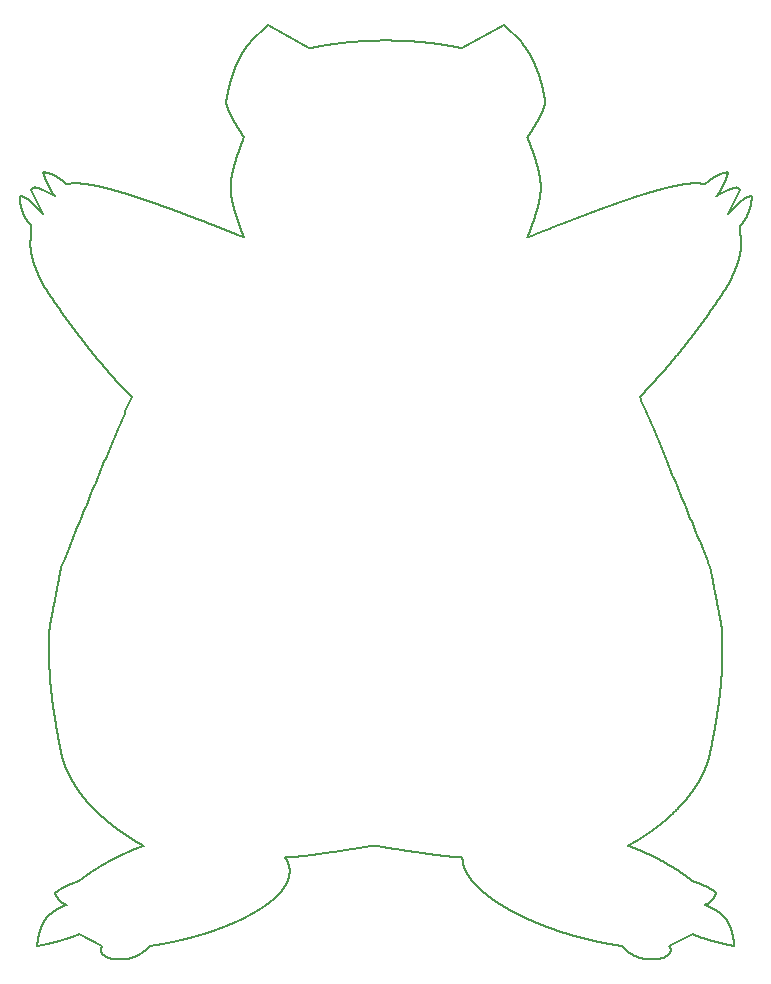
<source format=gm1>
G04 #@! TF.GenerationSoftware,KiCad,Pcbnew,9.0.2*
G04 #@! TF.CreationDate,2025-06-21T22:02:29+02:00*
G04 #@! TF.ProjectId,Keychain,4b657963-6861-4696-9e2e-6b696361645f,rev?*
G04 #@! TF.SameCoordinates,Original*
G04 #@! TF.FileFunction,Profile,NP*
%FSLAX46Y46*%
G04 Gerber Fmt 4.6, Leading zero omitted, Abs format (unit mm)*
G04 Created by KiCad (PCBNEW 9.0.2) date 2025-06-21 22:02:29*
%MOMM*%
%LPD*%
G01*
G04 APERTURE LIST*
%ADD10C,0.200000*%
G04 APERTURE END LIST*
D10*
X196000000Y-126000000D02*
X195995202Y-126023787D01*
X195990322Y-126047575D01*
X195985360Y-126071363D01*
X195980317Y-126095151D01*
X195975192Y-126118940D01*
X195969985Y-126142730D01*
X195964696Y-126166520D01*
X195959326Y-126190312D01*
X195953872Y-126214103D01*
X195948337Y-126237896D01*
X195942720Y-126261690D01*
X195937020Y-126285485D01*
X195931237Y-126309282D01*
X195925372Y-126333079D01*
X195919425Y-126356878D01*
X195913394Y-126380678D01*
X195907281Y-126404480D01*
X195901085Y-126428283D01*
X195894806Y-126452088D01*
X195888443Y-126475895D01*
X195881998Y-126499704D01*
X195875469Y-126523514D01*
X195868857Y-126547326D01*
X195862161Y-126571141D01*
X195855382Y-126594957D01*
X195848519Y-126618776D01*
X195841572Y-126642597D01*
X195834541Y-126666420D01*
X195827427Y-126690246D01*
X195820228Y-126714074D01*
X195812945Y-126737904D01*
X195805577Y-126761737D01*
X195798125Y-126785573D01*
X195790588Y-126809411D01*
X195782967Y-126833253D01*
X195775261Y-126857097D01*
X195767470Y-126880944D01*
X195759594Y-126904794D01*
X195751633Y-126928647D01*
X195743586Y-126952503D01*
X195735454Y-126976362D01*
X195727237Y-127000225D01*
X195718934Y-127024091D01*
X195710545Y-127047960D01*
X195702070Y-127071832D01*
X195693509Y-127095708D01*
X195684862Y-127119588D01*
X195676129Y-127143471D01*
X195667309Y-127167357D01*
X195658403Y-127191248D01*
X195649410Y-127215142D01*
X195640330Y-127239039D01*
X195631163Y-127262941D01*
X195621909Y-127286847D01*
X195612568Y-127310756D01*
X195603140Y-127334670D01*
X195593624Y-127358587D01*
X195584021Y-127382509D01*
X195574329Y-127406434D01*
X195564550Y-127430364D01*
X195554683Y-127454298D01*
X195544728Y-127478237D01*
X195534684Y-127502179D01*
X195524552Y-127526126D01*
X195514331Y-127550077D01*
X195504021Y-127574033D01*
X195493623Y-127597993D01*
X195483135Y-127621958D01*
X195472558Y-127645927D01*
X195461892Y-127669901D01*
X195451136Y-127693880D01*
X195440291Y-127717863D01*
X195429356Y-127741850D01*
X195418330Y-127765843D01*
X195407215Y-127789840D01*
X195396010Y-127813842D01*
X195384714Y-127837848D01*
X195373327Y-127861860D01*
X195361850Y-127885876D01*
X195350281Y-127909898D01*
X195338622Y-127933924D01*
X195326872Y-127957955D01*
X195315030Y-127981991D01*
X195303096Y-128006032D01*
X195291071Y-128030078D01*
X195278954Y-128054129D01*
X195266746Y-128078185D01*
X195254444Y-128102246D01*
X195242051Y-128126312D01*
X195229565Y-128150383D01*
X195216987Y-128174459D01*
X195204315Y-128198540D01*
X195191551Y-128222627D01*
X195178693Y-128246718D01*
X195165742Y-128270815D01*
X195152698Y-128294917D01*
X195139560Y-128319024D01*
X195126329Y-128343136D01*
X195113003Y-128367253D01*
X195099583Y-128391375D01*
X195086069Y-128415503D01*
X195072460Y-128439636D01*
X195058757Y-128463773D01*
X195044959Y-128487916D01*
X195031066Y-128512064D01*
X195017078Y-128536218D01*
X195002994Y-128560376D01*
X194988816Y-128584540D01*
X194974541Y-128608708D01*
X194960171Y-128632882D01*
X194945704Y-128657061D01*
X194931142Y-128681244D01*
X194916483Y-128705433D01*
X194901728Y-128729627D01*
X194886876Y-128753826D01*
X194871927Y-128778030D01*
X194856881Y-128802239D01*
X194841739Y-128826453D01*
X194826498Y-128850672D01*
X194811161Y-128874896D01*
X194795725Y-128899124D01*
X194780192Y-128923358D01*
X194764561Y-128947596D01*
X194748832Y-128971839D01*
X194733004Y-128996087D01*
X194717078Y-129020340D01*
X194701054Y-129044597D01*
X194684930Y-129068859D01*
X194668707Y-129093125D01*
X194652386Y-129117396D01*
X194635965Y-129141672D01*
X194619444Y-129165952D01*
X194602824Y-129190237D01*
X194586104Y-129214525D01*
X194569285Y-129238819D01*
X194552365Y-129263116D01*
X194535344Y-129287418D01*
X194518224Y-129311724D01*
X194501002Y-129336034D01*
X194483680Y-129360348D01*
X194466257Y-129384666D01*
X194448733Y-129408988D01*
X194431108Y-129433313D01*
X194413381Y-129457643D01*
X194395553Y-129481976D01*
X194377623Y-129506313D01*
X194359591Y-129530654D01*
X194341457Y-129554998D01*
X194323221Y-129579345D01*
X194304883Y-129603696D01*
X194286442Y-129628050D01*
X194267899Y-129652407D01*
X194249253Y-129676768D01*
X194230504Y-129701131D01*
X194211652Y-129725497D01*
X194192697Y-129749866D01*
X194173639Y-129774238D01*
X194154477Y-129798612D01*
X194135212Y-129822989D01*
X194115843Y-129847369D01*
X194096370Y-129871750D01*
X194076793Y-129896134D01*
X194057112Y-129920520D01*
X194037327Y-129944908D01*
X194017437Y-129969298D01*
X193997443Y-129993689D01*
X193977344Y-130018082D01*
X193957141Y-130042477D01*
X193936833Y-130066873D01*
X193916420Y-130091270D01*
X193895901Y-130115669D01*
X193875278Y-130140068D01*
X193854549Y-130164469D01*
X193833715Y-130188870D01*
X193812776Y-130213271D01*
X193791730Y-130237673D01*
X193770580Y-130262076D01*
X193749323Y-130286478D01*
X193727961Y-130310881D01*
X193706492Y-130335283D01*
X193684918Y-130359685D01*
X193663237Y-130384086D01*
X193641450Y-130408487D01*
X193619557Y-130432887D01*
X193597558Y-130457286D01*
X193575452Y-130481683D01*
X193553239Y-130506080D01*
X193530920Y-130530474D01*
X193508495Y-130554867D01*
X193485963Y-130579259D01*
X193463324Y-130603647D01*
X193440578Y-130628034D01*
X193417726Y-130652418D01*
X193394766Y-130676800D01*
X193371700Y-130701178D01*
X193348527Y-130725553D01*
X193325247Y-130749925D01*
X193301860Y-130774293D01*
X193278366Y-130798658D01*
X193254765Y-130823018D01*
X193231057Y-130847374D01*
X193207242Y-130871726D01*
X193183321Y-130896073D01*
X193159292Y-130920414D01*
X193135156Y-130944751D01*
X193110914Y-130969082D01*
X193086564Y-130993407D01*
X193062108Y-131017726D01*
X193037545Y-131042039D01*
X193012875Y-131066345D01*
X192988098Y-131090644D01*
X192963215Y-131114936D01*
X192938225Y-131139221D01*
X192913129Y-131163497D01*
X192887927Y-131187766D01*
X192862618Y-131212026D01*
X192837203Y-131236278D01*
X192811681Y-131260520D01*
X192786054Y-131284754D01*
X192760321Y-131308977D01*
X192734482Y-131333190D01*
X192708538Y-131357393D01*
X192682488Y-131381586D01*
X192656333Y-131405767D01*
X192630072Y-131429937D01*
X192603707Y-131454095D01*
X192577237Y-131478240D01*
X192550663Y-131502373D01*
X192523984Y-131526493D01*
X192497201Y-131550600D01*
X192470315Y-131574693D01*
X192443324Y-131598772D01*
X192416231Y-131622835D01*
X192389034Y-131646884D01*
X192361734Y-131670918D01*
X192334332Y-131694935D01*
X192306828Y-131718936D01*
X192279222Y-131742920D01*
X192251514Y-131766886D01*
X192223705Y-131790835D01*
X192195796Y-131814765D01*
X192167786Y-131838676D01*
X192139676Y-131862568D01*
X192111466Y-131886440D01*
X192083157Y-131910291D01*
X192054749Y-131934122D01*
X192026243Y-131957930D01*
X191997640Y-131981717D01*
X191968939Y-132005481D01*
X191940141Y-132029221D01*
X191911248Y-132052938D01*
X191882258Y-132076629D01*
X191853174Y-132100296D01*
X191823995Y-132123937D01*
X191794722Y-132147551D01*
X191765357Y-132171137D01*
X191735898Y-132194696D01*
X191706349Y-132218227D01*
X191676708Y-132241727D01*
X191646977Y-132265198D01*
X191617156Y-132288638D01*
X191587247Y-132312046D01*
X191557250Y-132335422D01*
X191527167Y-132358764D01*
X191496997Y-132382073D01*
X191466743Y-132405346D01*
X191436404Y-132428583D01*
X191405982Y-132451784D01*
X191375479Y-132474947D01*
X191344895Y-132498072D01*
X191314230Y-132521157D01*
X191283488Y-132544202D01*
X191252668Y-132567205D01*
X191221772Y-132590165D01*
X191190802Y-132613082D01*
X191159758Y-132635955D01*
X191128642Y-132658781D01*
X191097456Y-132681560D01*
X191066200Y-132704292D01*
X191034878Y-132726974D01*
X191003489Y-132749605D01*
X190972037Y-132772184D01*
X190940522Y-132794711D01*
X190908947Y-132817183D01*
X190877313Y-132839598D01*
X190845623Y-132861957D01*
X190813879Y-132884257D01*
X190782082Y-132906496D01*
X190750234Y-132928674D01*
X190718339Y-132950788D01*
X190686399Y-132972837D01*
X190654415Y-132994819D01*
X190622392Y-133016732D01*
X190590330Y-133038575D01*
X190558234Y-133060346D01*
X190526106Y-133082042D01*
X190493949Y-133103662D01*
X190461766Y-133125204D01*
X190429561Y-133146665D01*
X190397338Y-133168044D01*
X190365099Y-133189337D01*
X190332849Y-133210543D01*
X190300591Y-133231659D01*
X190268330Y-133252682D01*
X190236070Y-133273610D01*
X190203816Y-133294440D01*
X190171573Y-133315169D01*
X190139345Y-133335794D01*
X190107137Y-133356311D01*
X190074956Y-133376718D01*
X190042808Y-133397011D01*
X190010697Y-133417186D01*
X189978632Y-133437240D01*
X189946618Y-133457168D01*
X189914663Y-133476967D01*
X189882774Y-133496631D01*
X189850961Y-133516157D01*
X189819231Y-133535538D01*
X189787593Y-133554771D01*
X189756057Y-133573850D01*
X189724634Y-133592768D01*
X189693335Y-133611521D01*
X189662172Y-133630100D01*
X189631157Y-133648499D01*
X189600305Y-133666710D01*
X189569629Y-133684726D01*
X189539147Y-133702538D01*
X189508874Y-133720136D01*
X189478831Y-133737510D01*
X189449038Y-133754650D01*
X189419518Y-133771543D01*
X189390295Y-133788176D01*
X189361398Y-133804534D01*
X189332856Y-133820602D01*
X189304704Y-133836361D01*
X189276982Y-133851791D01*
X189249733Y-133866870D01*
X189223008Y-133881571D01*
X189196867Y-133895863D01*
X189171378Y-133909712D01*
X189146626Y-133923076D01*
X189122711Y-133935901D01*
X189099761Y-133948125D01*
X189077941Y-133959664D01*
X189057472Y-133970407D01*
X189038673Y-133980196D01*
X189022043Y-133988779D01*
X189008503Y-133995702D01*
X189000000Y-134000000D01*
X139500000Y-140500000D02*
X139491854Y-140516381D01*
X139483762Y-140532832D01*
X139475724Y-140549354D01*
X139467741Y-140565947D01*
X139459812Y-140582611D01*
X139451937Y-140599345D01*
X139444118Y-140616150D01*
X139436353Y-140633025D01*
X139428644Y-140649971D01*
X139420991Y-140666986D01*
X139413393Y-140684072D01*
X139405852Y-140701228D01*
X139398367Y-140718453D01*
X139390939Y-140735748D01*
X139383568Y-140753112D01*
X139376254Y-140770545D01*
X139368997Y-140788047D01*
X139361799Y-140805618D01*
X139354658Y-140823258D01*
X139347576Y-140840965D01*
X139340552Y-140858741D01*
X139333587Y-140876584D01*
X139326681Y-140894495D01*
X139319835Y-140912473D01*
X139313049Y-140930517D01*
X139306323Y-140948628D01*
X139299657Y-140966805D01*
X139293052Y-140985047D01*
X139286508Y-141003354D01*
X139280026Y-141021727D01*
X139273605Y-141040163D01*
X139267247Y-141058663D01*
X139260951Y-141077226D01*
X139254718Y-141095852D01*
X139248548Y-141114540D01*
X139242441Y-141133290D01*
X139236398Y-141152100D01*
X139230420Y-141170971D01*
X139224506Y-141189901D01*
X139218657Y-141208890D01*
X139212874Y-141227937D01*
X139207156Y-141247041D01*
X139201504Y-141266202D01*
X139195919Y-141285418D01*
X139190401Y-141304688D01*
X139184951Y-141324012D01*
X139179568Y-141343389D01*
X139174253Y-141362817D01*
X139169007Y-141382295D01*
X139163830Y-141401823D01*
X139158722Y-141421399D01*
X139153684Y-141441021D01*
X139148717Y-141460689D01*
X139143821Y-141480401D01*
X139138996Y-141500155D01*
X139134242Y-141519950D01*
X139129561Y-141539784D01*
X139124953Y-141559655D01*
X139120417Y-141579563D01*
X139115956Y-141599504D01*
X139111568Y-141619477D01*
X139107256Y-141639479D01*
X139103018Y-141659510D01*
X139098856Y-141679565D01*
X139094771Y-141699643D01*
X139090762Y-141719741D01*
X139086830Y-141739857D01*
X139082977Y-141759987D01*
X139079202Y-141780129D01*
X139075505Y-141800279D01*
X139071889Y-141820434D01*
X139068352Y-141840590D01*
X139064896Y-141860744D01*
X139061521Y-141880892D01*
X139058229Y-141901029D01*
X139055019Y-141921151D01*
X139051892Y-141941252D01*
X139048848Y-141961329D01*
X139045890Y-141981375D01*
X139043016Y-142001385D01*
X139040228Y-142021352D01*
X139037526Y-142041269D01*
X139034912Y-142061130D01*
X139032385Y-142080927D01*
X139029947Y-142100651D01*
X139027598Y-142120294D01*
X139025339Y-142139845D01*
X139023170Y-142159294D01*
X139021093Y-142178630D01*
X139019109Y-142197839D01*
X139017217Y-142216909D01*
X139015419Y-142235823D01*
X139013716Y-142254564D01*
X139012108Y-142273115D01*
X139010596Y-142291453D01*
X139009181Y-142309555D01*
X139007865Y-142327393D01*
X139006647Y-142344938D01*
X139005529Y-142362152D01*
X139004512Y-142378993D01*
X139003596Y-142395412D01*
X139002783Y-142411347D01*
X139002073Y-142426724D01*
X139001467Y-142441446D01*
X139000966Y-142455387D01*
X139000571Y-142468370D01*
X139000281Y-142480132D01*
X139000096Y-142490229D01*
X139000011Y-142497728D01*
X139000000Y-142500000D01*
X197500000Y-77000000D02*
X197490260Y-77029094D01*
X197480496Y-77058010D01*
X197470707Y-77086750D01*
X197460895Y-77115312D01*
X197451059Y-77143697D01*
X197441201Y-77171904D01*
X197431320Y-77199934D01*
X197421418Y-77227786D01*
X197411495Y-77255460D01*
X197401550Y-77282956D01*
X197391586Y-77310274D01*
X197381602Y-77337415D01*
X197371599Y-77364376D01*
X197361577Y-77391160D01*
X197351537Y-77417765D01*
X197341480Y-77444191D01*
X197331405Y-77470438D01*
X197321314Y-77496506D01*
X197311208Y-77522394D01*
X197301086Y-77548103D01*
X197290949Y-77573633D01*
X197280798Y-77598982D01*
X197270634Y-77624151D01*
X197260457Y-77649140D01*
X197250268Y-77673948D01*
X197240067Y-77698576D01*
X197229855Y-77723022D01*
X197219633Y-77747286D01*
X197209401Y-77771369D01*
X197199160Y-77795270D01*
X197188911Y-77818988D01*
X197178655Y-77842524D01*
X197168391Y-77865876D01*
X197158122Y-77889045D01*
X197147847Y-77912030D01*
X197137567Y-77934831D01*
X197127284Y-77957448D01*
X197116997Y-77979879D01*
X197106709Y-78002125D01*
X197096418Y-78024185D01*
X197086128Y-78046058D01*
X197075837Y-78067744D01*
X197065548Y-78089243D01*
X197055261Y-78110554D01*
X197044976Y-78131676D01*
X197034696Y-78152609D01*
X197024420Y-78173352D01*
X197014150Y-78193905D01*
X197003888Y-78214267D01*
X196993633Y-78234437D01*
X196983387Y-78254414D01*
X196973151Y-78274198D01*
X196962926Y-78293788D01*
X196952714Y-78313183D01*
X196942515Y-78332382D01*
X196932331Y-78351384D01*
X196922164Y-78370189D01*
X196912013Y-78388796D01*
X196901882Y-78407202D01*
X196891770Y-78425408D01*
X196881680Y-78443412D01*
X196871613Y-78461214D01*
X196861571Y-78478811D01*
X196851555Y-78496202D01*
X196841567Y-78513387D01*
X196831609Y-78530363D01*
X196821682Y-78547130D01*
X196811788Y-78563686D01*
X196801930Y-78580028D01*
X196792109Y-78596156D01*
X196782328Y-78612068D01*
X196772588Y-78627761D01*
X196762892Y-78643234D01*
X196753243Y-78658484D01*
X196743643Y-78673509D01*
X196734094Y-78688307D01*
X196724601Y-78702875D01*
X196715165Y-78717211D01*
X196705790Y-78731311D01*
X196696479Y-78745173D01*
X196687236Y-78758793D01*
X196678065Y-78772168D01*
X196668970Y-78785293D01*
X196659955Y-78798166D01*
X196651025Y-78810780D01*
X196642185Y-78823132D01*
X196633441Y-78835217D01*
X196624798Y-78847028D01*
X196616264Y-78858559D01*
X196607845Y-78869804D01*
X196599549Y-78880755D01*
X196591386Y-78891403D01*
X196583364Y-78901739D01*
X196575495Y-78911753D01*
X196567792Y-78921432D01*
X196560268Y-78930763D01*
X196552941Y-78939728D01*
X196545829Y-78948310D01*
X196538957Y-78956485D01*
X196532353Y-78964225D01*
X196526052Y-78971495D01*
X196520102Y-78978250D01*
X196514565Y-78984428D01*
X196509534Y-78989938D01*
X196505155Y-78994638D01*
X196501711Y-78998250D01*
X196500000Y-79000000D01*
X142500000Y-137000000D02*
X142526211Y-136979083D01*
X142552542Y-136958171D01*
X142578995Y-136937265D01*
X142605569Y-136916365D01*
X142632264Y-136895471D01*
X142659080Y-136874584D01*
X142686018Y-136853704D01*
X142713077Y-136832830D01*
X142740258Y-136811963D01*
X142767560Y-136791103D01*
X142794985Y-136770251D01*
X142822531Y-136749407D01*
X142850199Y-136728570D01*
X142877989Y-136707742D01*
X142905902Y-136686921D01*
X142933936Y-136666109D01*
X142962092Y-136645306D01*
X142990371Y-136624512D01*
X143018772Y-136603728D01*
X143047295Y-136582952D01*
X143075940Y-136562187D01*
X143104708Y-136541431D01*
X143133598Y-136520685D01*
X143162610Y-136499950D01*
X143191744Y-136479226D01*
X143221001Y-136458513D01*
X143250380Y-136437811D01*
X143279881Y-136417120D01*
X143309504Y-136396441D01*
X143339249Y-136375775D01*
X143369116Y-136355121D01*
X143399106Y-136334479D01*
X143429217Y-136313850D01*
X143459450Y-136293235D01*
X143489805Y-136272633D01*
X143520281Y-136252046D01*
X143550879Y-136231472D01*
X143581598Y-136210913D01*
X143612438Y-136190369D01*
X143643400Y-136169840D01*
X143674482Y-136149326D01*
X143705685Y-136128829D01*
X143737009Y-136108347D01*
X143768453Y-136087882D01*
X143800018Y-136067435D01*
X143831702Y-136047004D01*
X143863506Y-136026591D01*
X143895430Y-136006197D01*
X143927473Y-135985820D01*
X143959635Y-135965463D01*
X143991915Y-135945125D01*
X144024314Y-135924806D01*
X144056831Y-135904508D01*
X144089465Y-135884230D01*
X144122217Y-135863973D01*
X144155086Y-135843738D01*
X144188072Y-135823524D01*
X144221174Y-135803333D01*
X144254392Y-135783165D01*
X144287725Y-135763019D01*
X144321172Y-135742898D01*
X144354735Y-135722800D01*
X144388411Y-135702728D01*
X144422201Y-135682680D01*
X144456103Y-135662658D01*
X144490118Y-135642663D01*
X144524244Y-135622694D01*
X144558482Y-135602753D01*
X144592829Y-135582840D01*
X144627287Y-135562955D01*
X144661854Y-135543099D01*
X144696529Y-135523272D01*
X144731312Y-135503477D01*
X144766201Y-135483711D01*
X144801197Y-135463978D01*
X144836298Y-135444276D01*
X144871503Y-135424608D01*
X144906811Y-135404973D01*
X144942222Y-135385372D01*
X144977734Y-135365805D01*
X145013347Y-135346275D01*
X145049060Y-135326781D01*
X145084870Y-135307323D01*
X145120778Y-135287904D01*
X145156782Y-135268523D01*
X145192881Y-135249182D01*
X145229073Y-135229880D01*
X145265358Y-135210620D01*
X145301733Y-135191402D01*
X145338198Y-135172226D01*
X145374751Y-135153094D01*
X145411390Y-135134007D01*
X145448115Y-135114965D01*
X145484922Y-135095969D01*
X145521811Y-135077021D01*
X145558780Y-135058121D01*
X145595827Y-135039271D01*
X145632950Y-135020471D01*
X145670147Y-135001723D01*
X145707416Y-134983028D01*
X145744755Y-134964387D01*
X145782162Y-134945800D01*
X145819634Y-134927270D01*
X145857169Y-134908798D01*
X145894765Y-134890384D01*
X145932418Y-134872030D01*
X145970127Y-134853738D01*
X146007888Y-134835508D01*
X146045699Y-134817343D01*
X146083556Y-134799244D01*
X146121457Y-134781212D01*
X146159397Y-134763249D01*
X146197374Y-134745356D01*
X146235384Y-134727536D01*
X146273424Y-134709789D01*
X146311488Y-134692119D01*
X146349574Y-134674525D01*
X146387677Y-134657012D01*
X146425792Y-134639579D01*
X146463916Y-134622231D01*
X146502042Y-134604968D01*
X146540166Y-134587793D01*
X146578283Y-134570708D01*
X146616386Y-134553716D01*
X146654471Y-134536819D01*
X146692530Y-134520020D01*
X146730557Y-134503322D01*
X146768546Y-134486726D01*
X146806489Y-134470237D01*
X146844378Y-134453858D01*
X146882206Y-134437591D01*
X146919963Y-134421441D01*
X146957641Y-134405410D01*
X146995231Y-134389503D01*
X147032722Y-134373723D01*
X147070102Y-134358075D01*
X147107362Y-134342563D01*
X147144488Y-134327192D01*
X147181468Y-134311967D01*
X147218286Y-134296893D01*
X147254929Y-134281976D01*
X147291381Y-134267222D01*
X147327622Y-134252637D01*
X147363635Y-134238228D01*
X147399400Y-134224004D01*
X147434893Y-134209972D01*
X147470090Y-134196140D01*
X147504965Y-134182519D01*
X147539488Y-134169119D01*
X147573627Y-134155952D01*
X147607344Y-134143031D01*
X147640600Y-134130369D01*
X147673348Y-134117983D01*
X147705536Y-134105891D01*
X147737104Y-134094115D01*
X147767981Y-134082677D01*
X147798085Y-134071607D01*
X147827318Y-134060938D01*
X147855558Y-134050711D01*
X147882655Y-134040977D01*
X147908413Y-134031802D01*
X147932568Y-134023275D01*
X147954740Y-134015521D01*
X147974332Y-134008739D01*
X147990239Y-134003296D01*
X148000000Y-134000000D01*
X156500000Y-82500000D02*
X156404780Y-82461923D01*
X156309775Y-82423954D01*
X156216958Y-82386881D01*
X156124349Y-82349913D01*
X156033768Y-82313776D01*
X155943389Y-82277742D01*
X155854898Y-82242482D01*
X155766602Y-82207322D01*
X155680071Y-82172886D01*
X155593730Y-82138548D01*
X155509045Y-82104890D01*
X155424544Y-82071327D01*
X155341602Y-82038405D01*
X155258838Y-82005576D01*
X155177545Y-81973351D01*
X155096427Y-81941218D01*
X155016700Y-81909658D01*
X154937143Y-81878186D01*
X154858905Y-81847258D01*
X154780834Y-81816418D01*
X154704017Y-81786095D01*
X154627362Y-81755858D01*
X154551902Y-81726113D01*
X154476601Y-81696453D01*
X154402439Y-81667263D01*
X154328433Y-81638157D01*
X154255516Y-81609500D01*
X154182751Y-81580925D01*
X154111030Y-81552781D01*
X154039457Y-81524717D01*
X153968885Y-81497067D01*
X153898459Y-81469496D01*
X153828993Y-81442323D01*
X153759671Y-81415228D01*
X153691272Y-81388514D01*
X153623014Y-81361878D01*
X153555644Y-81335610D01*
X153488413Y-81309418D01*
X153422039Y-81283581D01*
X153355801Y-81257818D01*
X153290389Y-81232399D01*
X153225111Y-81207053D01*
X153160631Y-81182038D01*
X153096282Y-81157097D01*
X153032705Y-81132476D01*
X152969258Y-81107926D01*
X152906558Y-81083687D01*
X152843985Y-81059519D01*
X152782135Y-81035652D01*
X152720410Y-81011855D01*
X152659387Y-80988350D01*
X152598487Y-80964914D01*
X152538267Y-80941761D01*
X152478170Y-80918677D01*
X152418732Y-80895867D01*
X152359415Y-80873126D01*
X152300738Y-80850651D01*
X152242181Y-80828244D01*
X152184246Y-80806097D01*
X152126429Y-80784016D01*
X152069218Y-80762188D01*
X152012123Y-80740426D01*
X151955618Y-80718910D01*
X151899227Y-80697459D01*
X151843411Y-80676249D01*
X151787707Y-80655102D01*
X151732564Y-80634190D01*
X151677532Y-80613341D01*
X151623045Y-80592721D01*
X151568669Y-80572164D01*
X151514826Y-80551830D01*
X151461091Y-80531558D01*
X151407876Y-80511504D01*
X151354769Y-80491512D01*
X151302169Y-80471732D01*
X151249675Y-80452014D01*
X151197677Y-80432504D01*
X151145785Y-80413054D01*
X151094377Y-80393808D01*
X151043073Y-80374622D01*
X150992242Y-80355634D01*
X150941515Y-80336707D01*
X150891251Y-80317974D01*
X150841089Y-80299300D01*
X150791380Y-80280816D01*
X150741772Y-80262391D01*
X150692608Y-80244153D01*
X150643543Y-80225973D01*
X150594914Y-80207975D01*
X150546383Y-80190036D01*
X150498277Y-80172275D01*
X150450270Y-80154572D01*
X150402680Y-80137044D01*
X150355186Y-80119572D01*
X150308102Y-80102273D01*
X150261113Y-80085031D01*
X150214525Y-80067957D01*
X150168032Y-80050939D01*
X150121933Y-80034086D01*
X150075928Y-80017290D01*
X150030309Y-80000655D01*
X149984782Y-79984076D01*
X149939635Y-79967656D01*
X149894580Y-79951291D01*
X149849897Y-79935083D01*
X149805305Y-79918929D01*
X149761078Y-79902929D01*
X149716942Y-79886982D01*
X149673165Y-79871187D01*
X149629477Y-79855446D01*
X149586143Y-79839852D01*
X149542896Y-79824313D01*
X149499997Y-79808919D01*
X149457185Y-79793577D01*
X149414714Y-79778380D01*
X149372330Y-79763235D01*
X149330282Y-79748230D01*
X149288320Y-79733278D01*
X149246687Y-79718465D01*
X149205140Y-79703703D01*
X149163917Y-79689078D01*
X149122779Y-79674505D01*
X149081960Y-79660065D01*
X149041225Y-79645677D01*
X149000804Y-79631421D01*
X148960466Y-79617215D01*
X148920438Y-79603140D01*
X148880492Y-79589115D01*
X148840850Y-79575218D01*
X148801290Y-79561371D01*
X148762030Y-79547650D01*
X148722851Y-79533979D01*
X148683968Y-79520432D01*
X148645165Y-79506934D01*
X148606652Y-79493559D01*
X148568220Y-79480233D01*
X148530074Y-79467027D01*
X148492007Y-79453870D01*
X148454223Y-79440832D01*
X148416516Y-79427842D01*
X148379089Y-79414969D01*
X148341739Y-79402144D01*
X148304664Y-79389434D01*
X148267665Y-79376772D01*
X148230938Y-79364224D01*
X148194287Y-79351724D01*
X148157902Y-79339335D01*
X148121594Y-79326994D01*
X148085549Y-79314763D01*
X148049579Y-79302579D01*
X148013868Y-79290504D01*
X147978233Y-79278475D01*
X147942853Y-79266554D01*
X147907548Y-79254680D01*
X147872495Y-79242911D01*
X147837515Y-79231188D01*
X147802786Y-79219570D01*
X147768129Y-79207997D01*
X147733718Y-79196528D01*
X147699379Y-79185104D01*
X147665283Y-79173782D01*
X147631260Y-79162505D01*
X147597476Y-79151328D01*
X147563763Y-79140197D01*
X147530287Y-79129164D01*
X147496881Y-79118176D01*
X147463710Y-79107286D01*
X147430609Y-79096440D01*
X147397738Y-79085691D01*
X147364937Y-79074985D01*
X147332364Y-79064376D01*
X147299861Y-79053809D01*
X147267582Y-79043337D01*
X147235372Y-79032909D01*
X147203385Y-79022573D01*
X147171466Y-79012281D01*
X147139766Y-79002080D01*
X147108134Y-78991923D01*
X147076719Y-78981856D01*
X147045372Y-78971832D01*
X147014239Y-78961897D01*
X146983172Y-78952005D01*
X146952318Y-78942201D01*
X146921530Y-78932439D01*
X146890951Y-78922765D01*
X146860438Y-78913132D01*
X146830132Y-78903586D01*
X146799892Y-78894082D01*
X146769856Y-78884663D01*
X146739885Y-78875285D01*
X146710116Y-78865992D01*
X146680412Y-78856739D01*
X146650908Y-78847570D01*
X146621467Y-78838442D01*
X146592225Y-78829396D01*
X146563046Y-78820391D01*
X146534062Y-78811467D01*
X146505142Y-78802583D01*
X146476415Y-78793780D01*
X146447750Y-78785017D01*
X146419277Y-78776334D01*
X146390866Y-78767690D01*
X146362644Y-78759125D01*
X146334484Y-78750599D01*
X146306511Y-78742151D01*
X146278599Y-78733743D01*
X146250873Y-78725411D01*
X146223207Y-78717119D01*
X146195725Y-78708902D01*
X146168303Y-78700724D01*
X146141062Y-78692622D01*
X146113881Y-78684558D01*
X146086880Y-78676568D01*
X146059938Y-78668616D01*
X146033173Y-78660738D01*
X146006468Y-78652899D01*
X145979938Y-78645131D01*
X145953467Y-78637402D01*
X145927170Y-78629744D01*
X145900931Y-78622125D01*
X145874864Y-78614576D01*
X145848855Y-78607064D01*
X145823017Y-78599623D01*
X145797236Y-78592219D01*
X145771623Y-78584885D01*
X145746068Y-78577587D01*
X145720679Y-78570358D01*
X145695347Y-78563166D01*
X145670181Y-78556042D01*
X145645070Y-78548955D01*
X145620123Y-78541934D01*
X145595233Y-78534950D01*
X145570504Y-78528033D01*
X145545830Y-78521152D01*
X145521317Y-78514336D01*
X145496859Y-78507556D01*
X145472560Y-78500841D01*
X145448316Y-78494162D01*
X145424229Y-78487548D01*
X145400196Y-78480969D01*
X145376319Y-78474453D01*
X145352496Y-78467973D01*
X145328827Y-78461555D01*
X145305212Y-78455173D01*
X145281750Y-78448853D01*
X145258340Y-78442568D01*
X145235082Y-78436344D01*
X145211878Y-78430156D01*
X145188822Y-78424028D01*
X145165820Y-78417934D01*
X145142966Y-78411901D01*
X145120164Y-78405902D01*
X145097509Y-78399963D01*
X145074906Y-78394058D01*
X145052448Y-78388211D01*
X145030042Y-78382399D01*
X145007781Y-78376645D01*
X144985570Y-78370925D01*
X144963502Y-78365262D01*
X144941486Y-78359633D01*
X144919610Y-78354061D01*
X144897786Y-78348522D01*
X144876101Y-78343040D01*
X144854467Y-78337591D01*
X144832972Y-78332198D01*
X144811526Y-78326838D01*
X144790218Y-78321533D01*
X144768960Y-78316261D01*
X144747838Y-78311043D01*
X144726765Y-78305858D01*
X144705828Y-78300727D01*
X144684939Y-78295629D01*
X144664184Y-78290584D01*
X144643478Y-78285571D01*
X144622905Y-78280612D01*
X144602379Y-78275684D01*
X144581985Y-78270809D01*
X144561640Y-78265965D01*
X144541424Y-78261173D01*
X144521256Y-78256414D01*
X144501217Y-78251705D01*
X144481226Y-78247028D01*
X144461363Y-78242401D01*
X144441546Y-78237806D01*
X144421856Y-78233261D01*
X144402214Y-78228747D01*
X144382696Y-78224283D01*
X144363225Y-78219850D01*
X144343879Y-78215465D01*
X144324579Y-78211112D01*
X144305402Y-78206807D01*
X144286271Y-78202533D01*
X144267263Y-78198307D01*
X144248300Y-78194111D01*
X144229458Y-78189963D01*
X144210662Y-78185845D01*
X144191985Y-78181774D01*
X144173354Y-78177734D01*
X144154842Y-78173740D01*
X144136374Y-78169775D01*
X144118025Y-78165857D01*
X144099720Y-78161969D01*
X144081532Y-78158126D01*
X144063388Y-78154313D01*
X144045360Y-78150544D01*
X144027376Y-78146806D01*
X144009507Y-78143111D01*
X143991682Y-78139446D01*
X143973970Y-78135825D01*
X143956302Y-78132234D01*
X143938747Y-78128686D01*
X143921235Y-78125166D01*
X143903834Y-78121690D01*
X143886477Y-78118243D01*
X143869231Y-78114838D01*
X143852027Y-78111462D01*
X143834933Y-78108128D01*
X143817882Y-78104823D01*
X143800939Y-78101559D01*
X143784039Y-78098324D01*
X143767246Y-78095130D01*
X143750496Y-78091964D01*
X143733852Y-78088839D01*
X143717250Y-78085742D01*
X143700755Y-78082685D01*
X143684300Y-78079656D01*
X143667951Y-78076667D01*
X143651643Y-78073706D01*
X143635439Y-78070784D01*
X143619276Y-78067890D01*
X143603217Y-78065035D01*
X143587198Y-78062207D01*
X143571282Y-78059418D01*
X143555405Y-78056656D01*
X143539631Y-78053932D01*
X143523897Y-78051235D01*
X143508263Y-78048576D01*
X143492669Y-78045944D01*
X143477176Y-78043350D01*
X143461721Y-78040782D01*
X143446366Y-78038251D01*
X143431051Y-78035747D01*
X143415833Y-78033279D01*
X143400654Y-78030837D01*
X143385573Y-78028432D01*
X143370531Y-78026053D01*
X143355585Y-78023710D01*
X143340678Y-78021393D01*
X143325867Y-78019111D01*
X143311094Y-78016856D01*
X143296415Y-78014635D01*
X143281775Y-78012440D01*
X143267229Y-78010279D01*
X143252721Y-78008145D01*
X143238307Y-78006044D01*
X143223930Y-78003969D01*
X143209645Y-78001928D01*
X143195398Y-77999912D01*
X143181242Y-77997929D01*
X143167124Y-77995972D01*
X143153097Y-77994048D01*
X143139106Y-77992149D01*
X143125206Y-77990282D01*
X143111342Y-77988441D01*
X143097568Y-77986632D01*
X143083831Y-77984847D01*
X143070182Y-77983095D01*
X143056569Y-77981367D01*
X143043044Y-77979670D01*
X143029555Y-77977999D01*
X143016154Y-77976358D01*
X143002788Y-77974742D01*
X142989508Y-77973156D01*
X142976264Y-77971595D01*
X142963106Y-77970064D01*
X142949983Y-77968557D01*
X142936945Y-77967081D01*
X142923943Y-77965628D01*
X142911024Y-77964205D01*
X142898140Y-77962806D01*
X142885340Y-77961436D01*
X142872575Y-77960090D01*
X142859892Y-77958773D01*
X142847244Y-77957480D01*
X142834678Y-77956215D01*
X142822146Y-77954974D01*
X142809696Y-77953761D01*
X142797279Y-77952571D01*
X142784943Y-77951410D01*
X142772642Y-77950271D01*
X142760420Y-77949160D01*
X142748231Y-77948072D01*
X142736123Y-77947012D01*
X142724047Y-77945974D01*
X142712050Y-77944964D01*
X142700087Y-77943976D01*
X142688201Y-77943014D01*
X142676348Y-77942076D01*
X142664573Y-77941164D01*
X142652830Y-77940274D01*
X142641165Y-77939410D01*
X142629531Y-77938569D01*
X142617974Y-77937753D01*
X142606449Y-77936960D01*
X142594999Y-77936192D01*
X142583582Y-77935446D01*
X142572239Y-77934725D01*
X142560928Y-77934026D01*
X142549692Y-77933352D01*
X142538487Y-77932700D01*
X142527355Y-77932072D01*
X142516255Y-77931466D01*
X142505228Y-77930884D01*
X142494232Y-77930324D01*
X142483309Y-77929787D01*
X142472416Y-77929272D01*
X142461595Y-77928781D01*
X142450805Y-77928311D01*
X142440086Y-77927864D01*
X142429398Y-77927438D01*
X142418780Y-77927035D01*
X142408193Y-77926654D01*
X142397675Y-77926295D01*
X142387188Y-77925957D01*
X142376770Y-77925641D01*
X142366382Y-77925347D01*
X142356062Y-77925074D01*
X142345773Y-77924822D01*
X142335551Y-77924592D01*
X142325359Y-77924382D01*
X142315235Y-77924194D01*
X142305140Y-77924027D01*
X142295112Y-77923880D01*
X142285113Y-77923754D01*
X142275181Y-77923649D01*
X142265278Y-77923564D01*
X142255440Y-77923500D01*
X142245631Y-77923456D01*
X142235888Y-77923433D01*
X142226173Y-77923429D01*
X142216523Y-77923446D01*
X142206901Y-77923482D01*
X142197344Y-77923539D01*
X142187814Y-77923615D01*
X142178348Y-77923710D01*
X142168911Y-77923826D01*
X142159536Y-77923960D01*
X142150189Y-77924115D01*
X142140905Y-77924288D01*
X142131648Y-77924481D01*
X142122453Y-77924692D01*
X142113286Y-77924923D01*
X142104180Y-77925173D01*
X142095101Y-77925442D01*
X142086083Y-77925729D01*
X142077093Y-77926035D01*
X142068162Y-77926359D01*
X142059259Y-77926702D01*
X142050415Y-77927063D01*
X142041599Y-77927443D01*
X142032841Y-77927840D01*
X142024110Y-77928256D01*
X142015438Y-77928690D01*
X142006792Y-77929142D01*
X141998204Y-77929611D01*
X141989643Y-77930099D01*
X141981139Y-77930603D01*
X141972662Y-77931127D01*
X141964241Y-77931666D01*
X141955847Y-77932224D01*
X141947509Y-77932798D01*
X141939196Y-77933391D01*
X141930940Y-77934000D01*
X141922710Y-77934627D01*
X141914535Y-77935269D01*
X141906386Y-77935930D01*
X141898291Y-77936607D01*
X141890222Y-77937301D01*
X141882208Y-77938011D01*
X141874219Y-77938739D01*
X141866283Y-77939482D01*
X141858373Y-77940242D01*
X141850516Y-77941018D01*
X141842684Y-77941811D01*
X141834905Y-77942619D01*
X141827151Y-77943445D01*
X141819450Y-77944285D01*
X141811773Y-77945143D01*
X141804148Y-77946015D01*
X141796547Y-77946904D01*
X141788998Y-77947808D01*
X141781473Y-77948728D01*
X141773999Y-77949663D01*
X141766550Y-77950615D01*
X141759151Y-77951580D01*
X141751776Y-77952563D01*
X141744451Y-77953559D01*
X141737150Y-77954572D01*
X141729898Y-77955599D01*
X141722670Y-77956642D01*
X141715491Y-77957698D01*
X141708336Y-77958772D01*
X141701229Y-77959858D01*
X141694146Y-77960961D01*
X141687111Y-77962076D01*
X141680100Y-77963208D01*
X141673136Y-77964353D01*
X141666195Y-77965514D01*
X141659301Y-77966688D01*
X141652431Y-77967878D01*
X141645607Y-77969080D01*
X141638806Y-77970299D01*
X141632051Y-77971530D01*
X141625319Y-77972776D01*
X141618633Y-77974035D01*
X141611970Y-77975310D01*
X141605352Y-77976597D01*
X141598756Y-77977899D01*
X141592205Y-77979213D01*
X141585677Y-77980543D01*
X141579193Y-77981885D01*
X141572732Y-77983242D01*
X141566314Y-77984610D01*
X141559919Y-77985995D01*
X141553567Y-77987390D01*
X141547237Y-77988801D01*
X141540950Y-77990223D01*
X141534685Y-77991660D01*
X141528463Y-77993108D01*
X141522262Y-77994572D01*
X141516104Y-77996046D01*
X141509968Y-77997536D01*
X141500000Y-78000000D01*
X142500000Y-141500000D02*
X144500000Y-142500000D01*
X140500000Y-79000000D02*
X139500000Y-78500000D01*
X195500000Y-139000000D02*
X195504318Y-139001465D01*
X195509630Y-139003296D01*
X195516968Y-139005859D01*
X195526274Y-139009155D01*
X195537491Y-139013184D01*
X195550562Y-139017944D01*
X195565430Y-139023438D01*
X195573519Y-139026459D01*
X195582037Y-139029663D01*
X195590975Y-139033051D01*
X195600327Y-139036621D01*
X195610084Y-139040375D01*
X195620241Y-139044312D01*
X195630790Y-139048431D01*
X195641724Y-139052734D01*
X195653035Y-139057220D01*
X195664717Y-139061890D01*
X195676762Y-139066742D01*
X195689163Y-139071777D01*
X195701914Y-139076996D01*
X195715006Y-139082397D01*
X195728433Y-139087982D01*
X195742188Y-139093750D01*
X195756263Y-139099701D01*
X195770651Y-139105835D01*
X195785345Y-139112152D01*
X195800339Y-139118652D01*
X195815624Y-139125336D01*
X195831194Y-139132202D01*
X195847041Y-139139252D01*
X195863159Y-139146484D01*
X195879540Y-139153900D01*
X195896177Y-139161499D01*
X195913063Y-139169281D01*
X195930191Y-139177246D01*
X195947553Y-139185394D01*
X195965143Y-139193726D01*
X195982953Y-139202240D01*
X196000977Y-139210938D01*
X196019206Y-139219818D01*
X196037634Y-139228882D01*
X196046920Y-139233482D01*
X196056254Y-139238129D01*
X196065633Y-139242821D01*
X196075058Y-139247559D01*
X196084527Y-139252342D01*
X196094040Y-139257172D01*
X196103595Y-139262047D01*
X196113192Y-139266968D01*
X196122829Y-139271935D01*
X196132507Y-139276947D01*
X196142223Y-139282005D01*
X196151978Y-139287109D01*
X196161769Y-139292259D01*
X196171597Y-139297455D01*
X196181461Y-139302696D01*
X196191359Y-139307983D01*
X196201290Y-139313316D01*
X196211254Y-139318695D01*
X196221250Y-139324120D01*
X196231277Y-139329590D01*
X196241335Y-139335106D01*
X196251421Y-139340668D01*
X196261535Y-139346275D01*
X196271677Y-139351929D01*
X196281845Y-139357628D01*
X196292039Y-139363373D01*
X196302258Y-139369164D01*
X196312500Y-139375000D01*
X196322765Y-139380882D01*
X196333052Y-139386810D01*
X196343361Y-139392784D01*
X196353689Y-139398804D01*
X196364037Y-139404869D01*
X196374403Y-139410980D01*
X196384787Y-139417137D01*
X196395187Y-139423340D01*
X196405603Y-139429588D01*
X196416034Y-139435883D01*
X196426479Y-139442223D01*
X196436937Y-139448608D01*
X196447407Y-139455040D01*
X196457889Y-139461517D01*
X196468381Y-139468040D01*
X196478882Y-139474609D01*
X196489392Y-139481224D01*
X196499909Y-139487885D01*
X196510433Y-139494591D01*
X196520964Y-139501343D01*
X196531499Y-139508141D01*
X196542038Y-139514984D01*
X196552581Y-139521873D01*
X196563126Y-139528809D01*
X196573672Y-139535789D01*
X196584219Y-139542816D01*
X196594765Y-139549889D01*
X196605310Y-139557007D01*
X196615854Y-139564171D01*
X196626394Y-139571381D01*
X196636930Y-139578636D01*
X196647461Y-139585938D01*
X196657986Y-139593285D01*
X196668505Y-139600677D01*
X196679017Y-139608116D01*
X196689520Y-139615601D01*
X196700014Y-139623131D01*
X196710497Y-139630707D01*
X196720970Y-139638329D01*
X196731430Y-139645996D01*
X196741878Y-139653709D01*
X196752311Y-139661469D01*
X196762731Y-139669273D01*
X196773134Y-139677124D01*
X196783521Y-139685020D01*
X196793891Y-139692963D01*
X196804243Y-139700951D01*
X196814575Y-139708984D01*
X196824888Y-139717064D01*
X196835179Y-139725189D01*
X196845449Y-139733360D01*
X196855696Y-139741577D01*
X196865919Y-139749840D01*
X196876118Y-139758148D01*
X196886291Y-139766502D01*
X196896439Y-139774902D01*
X196906559Y-139783348D01*
X196916651Y-139791840D01*
X196926713Y-139800377D01*
X196936747Y-139808960D01*
X196946749Y-139817589D01*
X196956720Y-139826263D01*
X196966658Y-139834984D01*
X196976563Y-139843750D01*
X196986433Y-139852562D01*
X196996268Y-139861420D01*
X197006067Y-139870323D01*
X197015829Y-139879272D01*
X197025553Y-139888268D01*
X197035239Y-139897308D01*
X197044884Y-139906395D01*
X197054489Y-139915527D01*
X197064053Y-139924706D01*
X197073574Y-139933929D01*
X197083052Y-139943199D01*
X197092485Y-139952515D01*
X197101874Y-139961876D01*
X197111217Y-139971283D01*
X197120513Y-139980736D01*
X197129761Y-139990234D01*
X197138960Y-139999779D01*
X197148110Y-140009369D01*
X197157210Y-140019005D01*
X197166258Y-140028687D01*
X197175254Y-140038414D01*
X197184197Y-140048187D01*
X197193086Y-140058006D01*
X197201920Y-140067871D01*
X197210698Y-140077782D01*
X197219419Y-140087738D01*
X197228083Y-140097740D01*
X197236689Y-140107788D01*
X197245235Y-140117882D01*
X197253721Y-140128021D01*
X197262145Y-140138206D01*
X197270508Y-140148438D01*
X197278807Y-140158714D01*
X197287043Y-140169037D01*
X197295214Y-140179405D01*
X197299275Y-140184607D01*
X197303320Y-140189819D01*
X197307348Y-140195044D01*
X197311359Y-140200279D01*
X197315353Y-140205526D01*
X197319330Y-140210785D01*
X197323291Y-140216055D01*
X197327234Y-140221336D01*
X197331159Y-140226629D01*
X197335068Y-140231934D01*
X197338959Y-140237249D01*
X197342832Y-140242577D01*
X197346687Y-140247915D01*
X197350525Y-140253265D01*
X197354344Y-140258627D01*
X197358146Y-140264000D01*
X197361929Y-140269384D01*
X197365694Y-140274780D01*
X197369441Y-140280188D01*
X197373169Y-140285606D01*
X197376878Y-140291037D01*
X197380569Y-140296478D01*
X197384241Y-140301931D01*
X197387893Y-140307396D01*
X197391527Y-140312872D01*
X197395142Y-140318359D01*
X197398737Y-140323858D01*
X197402313Y-140329369D01*
X197405869Y-140334890D01*
X197409405Y-140340424D01*
X197412922Y-140345968D01*
X197416419Y-140351524D01*
X197419896Y-140357092D01*
X197423353Y-140362671D01*
X197426790Y-140368261D01*
X197430206Y-140373863D01*
X197433602Y-140379477D01*
X197436978Y-140385101D01*
X197440332Y-140390738D01*
X197443666Y-140396385D01*
X197446979Y-140402044D01*
X197450272Y-140407715D01*
X197453543Y-140413397D01*
X197456792Y-140419090D01*
X197460021Y-140424795D01*
X197463228Y-140430511D01*
X197466413Y-140436239D01*
X197469577Y-140441978D01*
X197472719Y-140447729D01*
X197475840Y-140453491D01*
X197478938Y-140459265D01*
X197482014Y-140465050D01*
X197485068Y-140470846D01*
X197488099Y-140476654D01*
X197491108Y-140482473D01*
X197494095Y-140488304D01*
X197497059Y-140494146D01*
X197500000Y-140500000D01*
X145000000Y-143500000D02*
X145009939Y-143502475D01*
X145019862Y-143504924D01*
X145029772Y-143507350D01*
X145039665Y-143509752D01*
X145049546Y-143512130D01*
X145059410Y-143514483D01*
X145069261Y-143516813D01*
X145079096Y-143519118D01*
X145088918Y-143521400D01*
X145098724Y-143523657D01*
X145108517Y-143525891D01*
X145118293Y-143528101D01*
X145128057Y-143530288D01*
X145137805Y-143532450D01*
X145147541Y-143534589D01*
X145157260Y-143536704D01*
X145166966Y-143538797D01*
X145176657Y-143540865D01*
X145186335Y-143542910D01*
X145195997Y-143544931D01*
X145205647Y-143546929D01*
X145215281Y-143548904D01*
X145224902Y-143550855D01*
X145234508Y-143552783D01*
X145244101Y-143554689D01*
X145253679Y-143556570D01*
X145263244Y-143558429D01*
X145272794Y-143560265D01*
X145282331Y-143562078D01*
X145291853Y-143563867D01*
X145301363Y-143565634D01*
X145310857Y-143567378D01*
X145320339Y-143569100D01*
X145329805Y-143570798D01*
X145339260Y-143572473D01*
X145348699Y-143574126D01*
X145358126Y-143575756D01*
X145367538Y-143577364D01*
X145376938Y-143578949D01*
X145386322Y-143580511D01*
X145395696Y-143582051D01*
X145405053Y-143583569D01*
X145414399Y-143585064D01*
X145423729Y-143586536D01*
X145433049Y-143587987D01*
X145442352Y-143589415D01*
X145451645Y-143590821D01*
X145460921Y-143592204D01*
X145470188Y-143593566D01*
X145479438Y-143594905D01*
X145488677Y-143596222D01*
X145497901Y-143597517D01*
X145507114Y-143598790D01*
X145516312Y-143600041D01*
X145525499Y-143601271D01*
X145534670Y-143602478D01*
X145543831Y-143603664D01*
X145552976Y-143604827D01*
X145562111Y-143605969D01*
X145571230Y-143607089D01*
X145580340Y-143608188D01*
X145589433Y-143609264D01*
X145598517Y-143610319D01*
X145607584Y-143611353D01*
X145616643Y-143612365D01*
X145625685Y-143613355D01*
X145634717Y-143614324D01*
X145643734Y-143615272D01*
X145652741Y-143616198D01*
X145661733Y-143617103D01*
X145670715Y-143617986D01*
X145679681Y-143618848D01*
X145688638Y-143619689D01*
X145697579Y-143620509D01*
X145706512Y-143621307D01*
X145715428Y-143622084D01*
X145724335Y-143622841D01*
X145733227Y-143623576D01*
X145742109Y-143624290D01*
X145750976Y-143624983D01*
X145759835Y-143625655D01*
X145768677Y-143626306D01*
X145777511Y-143626936D01*
X145786328Y-143627545D01*
X145795138Y-143628134D01*
X145803931Y-143628701D01*
X145812717Y-143629248D01*
X145821486Y-143629774D01*
X145830248Y-143630279D01*
X145838993Y-143630764D01*
X145847731Y-143631228D01*
X145856452Y-143631671D01*
X145873863Y-143632496D01*
X145891227Y-143633239D01*
X145908545Y-143633900D01*
X145925815Y-143634479D01*
X145943039Y-143634977D01*
X145960216Y-143635393D01*
X145977348Y-143635729D01*
X145994433Y-143635984D01*
X146011473Y-143636159D01*
X146028468Y-143636253D01*
X146045418Y-143636267D01*
X146062323Y-143636201D01*
X146079184Y-143636056D01*
X146096000Y-143635831D01*
X146112773Y-143635528D01*
X146129502Y-143635145D01*
X146146187Y-143634683D01*
X146162829Y-143634143D01*
X146179428Y-143633524D01*
X146195984Y-143632827D01*
X146212498Y-143632051D01*
X146228969Y-143631198D01*
X146245399Y-143630268D01*
X146261786Y-143629259D01*
X146278133Y-143628174D01*
X146294438Y-143627011D01*
X146310702Y-143625770D01*
X146326925Y-143624454D01*
X146343108Y-143623060D01*
X146359251Y-143621589D01*
X146375354Y-143620043D01*
X146391417Y-143618419D01*
X146407440Y-143616720D01*
X146423425Y-143614945D01*
X146439370Y-143613093D01*
X146455276Y-143611166D01*
X146471145Y-143609163D01*
X146486975Y-143607084D01*
X146502767Y-143604930D01*
X146518521Y-143602701D01*
X146534237Y-143600396D01*
X146549917Y-143598016D01*
X146565560Y-143595561D01*
X146581165Y-143593031D01*
X146596735Y-143590426D01*
X146612268Y-143587747D01*
X146627765Y-143584992D01*
X146643226Y-143582163D01*
X146658652Y-143579259D01*
X146674043Y-143576281D01*
X146689399Y-143573228D01*
X146704720Y-143570101D01*
X146720006Y-143566900D01*
X146735258Y-143563624D01*
X146750476Y-143560273D01*
X146765661Y-143556849D01*
X146780812Y-143553350D01*
X146795930Y-143549777D01*
X146811014Y-143546130D01*
X146826066Y-143542409D01*
X146841086Y-143538614D01*
X146856073Y-143534744D01*
X146871029Y-143530801D01*
X146885952Y-143526783D01*
X146900844Y-143522691D01*
X146915705Y-143518525D01*
X146930535Y-143514285D01*
X146945334Y-143509970D01*
X146960103Y-143505582D01*
X146974841Y-143501119D01*
X146989550Y-143496582D01*
X147004229Y-143491971D01*
X147018878Y-143487285D01*
X147033498Y-143482525D01*
X147048089Y-143477691D01*
X147062652Y-143472782D01*
X147077186Y-143467798D01*
X147091692Y-143462740D01*
X147106170Y-143457607D01*
X147120621Y-143452399D01*
X147135044Y-143447116D01*
X147149441Y-143441758D01*
X147163810Y-143436326D01*
X147178153Y-143430818D01*
X147192470Y-143425234D01*
X147206760Y-143419575D01*
X147221025Y-143413841D01*
X147235265Y-143408031D01*
X147249480Y-143402145D01*
X147263670Y-143396182D01*
X147277835Y-143390144D01*
X147291976Y-143384030D01*
X147306093Y-143377839D01*
X147320187Y-143371571D01*
X147334257Y-143365226D01*
X147348304Y-143358804D01*
X147362329Y-143352305D01*
X147376331Y-143345729D01*
X147390311Y-143339075D01*
X147404270Y-143332342D01*
X147418207Y-143325532D01*
X147432124Y-143318643D01*
X147446020Y-143311676D01*
X147459895Y-143304629D01*
X147473751Y-143297503D01*
X147487587Y-143290298D01*
X147501404Y-143283012D01*
X147515202Y-143275647D01*
X147528983Y-143268201D01*
X147542745Y-143260674D01*
X147556490Y-143253066D01*
X147570218Y-143245376D01*
X147583929Y-143237604D01*
X147597624Y-143229750D01*
X147611304Y-143221812D01*
X147624969Y-143213792D01*
X147638619Y-143205687D01*
X147652255Y-143197499D01*
X147665878Y-143189225D01*
X147679488Y-143180866D01*
X147693086Y-143172421D01*
X147706673Y-143163890D01*
X147720248Y-143155271D01*
X147733813Y-143146565D01*
X147747369Y-143137770D01*
X147760916Y-143128886D01*
X147774456Y-143119912D01*
X147787988Y-143110847D01*
X147801514Y-143101691D01*
X147815034Y-143092442D01*
X147828551Y-143083099D01*
X147842064Y-143073662D01*
X147855575Y-143064130D01*
X147869085Y-143054501D01*
X147882596Y-143044775D01*
X147896108Y-143034949D01*
X147909622Y-143025023D01*
X147923142Y-143014995D01*
X147936667Y-143004863D01*
X147950200Y-142994627D01*
X147963743Y-142984283D01*
X147977297Y-142973831D01*
X147990865Y-142963269D01*
X148004449Y-142952593D01*
X148018051Y-142941801D01*
X148031674Y-142930892D01*
X148045321Y-142919862D01*
X148058996Y-142908708D01*
X148072702Y-142897426D01*
X148086442Y-142886014D01*
X148100220Y-142874466D01*
X148114043Y-142862778D01*
X148127914Y-142850945D01*
X148141840Y-142838962D01*
X148155827Y-142826821D01*
X148169883Y-142814517D01*
X148184016Y-142802040D01*
X148198235Y-142789381D01*
X148212551Y-142776531D01*
X148226977Y-142763475D01*
X148241528Y-142750201D01*
X148256221Y-142736690D01*
X148271077Y-142722923D01*
X148286119Y-142708876D01*
X148301380Y-142694518D01*
X148316895Y-142679812D01*
X148332714Y-142664712D01*
X148348897Y-142649156D01*
X148365528Y-142633062D01*
X148382721Y-142616316D01*
X148400643Y-142598753D01*
X148419557Y-142580111D01*
X148439913Y-142559944D01*
X148462621Y-142537343D01*
X148490167Y-142509832D01*
X148500000Y-142500000D01*
X198500000Y-81500000D02*
X198500040Y-81523158D01*
X198500159Y-81546382D01*
X198500358Y-81569682D01*
X198500636Y-81593070D01*
X198500996Y-81616561D01*
X198501436Y-81640169D01*
X198501958Y-81663909D01*
X198502563Y-81687801D01*
X198503251Y-81711862D01*
X198504024Y-81736116D01*
X198504883Y-81760586D01*
X198505830Y-81785300D01*
X198506866Y-81810290D01*
X198507994Y-81835591D01*
X198509217Y-81861246D01*
X198510538Y-81887302D01*
X198511961Y-81913817D01*
X198513491Y-81940860D01*
X198515135Y-81968514D01*
X198516899Y-81996883D01*
X198518795Y-82026097D01*
X198520834Y-82056327D01*
X198523036Y-82087801D01*
X198525424Y-82120839D01*
X198528037Y-82155913D01*
X198530935Y-82193786D01*
X198534227Y-82235828D01*
X198538155Y-82285079D01*
X198542612Y-82340343D01*
X198546299Y-82386036D01*
X198549938Y-82431521D01*
X198551731Y-82454198D01*
X198553501Y-82476838D01*
X198555244Y-82499446D01*
X198556958Y-82522027D01*
X198558639Y-82544586D01*
X198560282Y-82567128D01*
X198561885Y-82589658D01*
X198563445Y-82612180D01*
X198564956Y-82634700D01*
X198566417Y-82657223D01*
X198567823Y-82679753D01*
X198569171Y-82702297D01*
X198570457Y-82724857D01*
X198571678Y-82747441D01*
X198572830Y-82770051D01*
X198573909Y-82792694D01*
X198574913Y-82815375D01*
X198575386Y-82826731D01*
X198575838Y-82838098D01*
X198576269Y-82849477D01*
X198576679Y-82860868D01*
X198577068Y-82872273D01*
X198577434Y-82883691D01*
X198577778Y-82895124D01*
X198578099Y-82906571D01*
X198578397Y-82918034D01*
X198578671Y-82929513D01*
X198578920Y-82941009D01*
X198579145Y-82952523D01*
X198579345Y-82964054D01*
X198579519Y-82975604D01*
X198579666Y-82987174D01*
X198579788Y-82998763D01*
X198579882Y-83010373D01*
X198579950Y-83022004D01*
X198579989Y-83033656D01*
X198580000Y-83045331D01*
X198579982Y-83057029D01*
X198579935Y-83068751D01*
X198579859Y-83080497D01*
X198579752Y-83092268D01*
X198579615Y-83104064D01*
X198579447Y-83115887D01*
X198579248Y-83127736D01*
X198579017Y-83139612D01*
X198578754Y-83151517D01*
X198578458Y-83163450D01*
X198578128Y-83175412D01*
X198577766Y-83187404D01*
X198577369Y-83199426D01*
X198576938Y-83211480D01*
X198576471Y-83223565D01*
X198575970Y-83235682D01*
X198575433Y-83247833D01*
X198574859Y-83260017D01*
X198574249Y-83272235D01*
X198573601Y-83284488D01*
X198572916Y-83296776D01*
X198572193Y-83309101D01*
X198571432Y-83321462D01*
X198570631Y-83333860D01*
X198569792Y-83346296D01*
X198568912Y-83358771D01*
X198567993Y-83371284D01*
X198567032Y-83383838D01*
X198566031Y-83396432D01*
X198564988Y-83409067D01*
X198563903Y-83421743D01*
X198562775Y-83434462D01*
X198561605Y-83447223D01*
X198560391Y-83460028D01*
X198559133Y-83472877D01*
X198557832Y-83485771D01*
X198556485Y-83498710D01*
X198555094Y-83511695D01*
X198553657Y-83524727D01*
X198552174Y-83537806D01*
X198550644Y-83550932D01*
X198549068Y-83564108D01*
X198547444Y-83577332D01*
X198545773Y-83590605D01*
X198544053Y-83603929D01*
X198542285Y-83617304D01*
X198540468Y-83630731D01*
X198538601Y-83644210D01*
X198536684Y-83657741D01*
X198534717Y-83671326D01*
X198532699Y-83684965D01*
X198530629Y-83698658D01*
X198528508Y-83712407D01*
X198526335Y-83726211D01*
X198524109Y-83740072D01*
X198521830Y-83753990D01*
X198519497Y-83767966D01*
X198517111Y-83782001D01*
X198514670Y-83796094D01*
X198512174Y-83810247D01*
X198509623Y-83824459D01*
X198507016Y-83838733D01*
X198504353Y-83853069D01*
X198501633Y-83867466D01*
X198498857Y-83881926D01*
X198496022Y-83896449D01*
X198493130Y-83911037D01*
X198490180Y-83925688D01*
X198487170Y-83940405D01*
X198484102Y-83955188D01*
X198480973Y-83970037D01*
X198477785Y-83984954D01*
X198474536Y-83999938D01*
X198471225Y-84014990D01*
X198467854Y-84030111D01*
X198464420Y-84045301D01*
X198460924Y-84060562D01*
X198457365Y-84075894D01*
X198453743Y-84091296D01*
X198450057Y-84106771D01*
X198446308Y-84122319D01*
X198442493Y-84137939D01*
X198438613Y-84153634D01*
X198434668Y-84169403D01*
X198430657Y-84185247D01*
X198426580Y-84201167D01*
X198422436Y-84217163D01*
X198418225Y-84233236D01*
X198413945Y-84249387D01*
X198409598Y-84265615D01*
X198405182Y-84281923D01*
X198400698Y-84298310D01*
X198396143Y-84314777D01*
X198391519Y-84331325D01*
X198386824Y-84347954D01*
X198382059Y-84364665D01*
X198377223Y-84381459D01*
X198372314Y-84398336D01*
X198367334Y-84415296D01*
X198362281Y-84432341D01*
X198357155Y-84449471D01*
X198351956Y-84466687D01*
X198346682Y-84483988D01*
X198341335Y-84501377D01*
X198335912Y-84518853D01*
X198330414Y-84536418D01*
X198324841Y-84554071D01*
X198319192Y-84571813D01*
X198313466Y-84589645D01*
X198307663Y-84607568D01*
X198301782Y-84625583D01*
X198295824Y-84643689D01*
X198289787Y-84661887D01*
X198283672Y-84680179D01*
X198277477Y-84698564D01*
X198271203Y-84717044D01*
X198264849Y-84735618D01*
X198258414Y-84754288D01*
X198251898Y-84773055D01*
X198245300Y-84791918D01*
X198238621Y-84810878D01*
X198231860Y-84829937D01*
X198225016Y-84849094D01*
X198218088Y-84868350D01*
X198211077Y-84887707D01*
X198203982Y-84907164D01*
X198196802Y-84926722D01*
X198189537Y-84946381D01*
X198182187Y-84966143D01*
X198174751Y-84986009D01*
X198167229Y-85005977D01*
X198159620Y-85026050D01*
X198151924Y-85046228D01*
X198144140Y-85066512D01*
X198136268Y-85086901D01*
X198128308Y-85107397D01*
X198120259Y-85128001D01*
X198112120Y-85148712D01*
X198103891Y-85169533D01*
X198095572Y-85190462D01*
X198087163Y-85211501D01*
X198078662Y-85232651D01*
X198070070Y-85253911D01*
X198061385Y-85275283D01*
X198052608Y-85296768D01*
X198043738Y-85318366D01*
X198034775Y-85340077D01*
X198025718Y-85361902D01*
X198016567Y-85383842D01*
X198007320Y-85405897D01*
X197997979Y-85428069D01*
X197988542Y-85450357D01*
X197979009Y-85472762D01*
X197969380Y-85495285D01*
X197959654Y-85517927D01*
X197949830Y-85540688D01*
X197939909Y-85563569D01*
X197929889Y-85586570D01*
X197919770Y-85609692D01*
X197909553Y-85632935D01*
X197899236Y-85656301D01*
X197888818Y-85679790D01*
X197878301Y-85703402D01*
X197867682Y-85727138D01*
X197856962Y-85750999D01*
X197846140Y-85774985D01*
X197835216Y-85799097D01*
X197824190Y-85823336D01*
X197813060Y-85847702D01*
X197801826Y-85872196D01*
X197790489Y-85896818D01*
X197779047Y-85921569D01*
X197767500Y-85946450D01*
X197755848Y-85971461D01*
X197744090Y-85996603D01*
X197732226Y-86021877D01*
X197720255Y-86047283D01*
X197708177Y-86072821D01*
X197695992Y-86098493D01*
X197683698Y-86124299D01*
X197671296Y-86150239D01*
X197658785Y-86176315D01*
X197646165Y-86202527D01*
X197633435Y-86228875D01*
X197620595Y-86255360D01*
X197607644Y-86281983D01*
X197594582Y-86308745D01*
X197581408Y-86335645D01*
X197568123Y-86362685D01*
X197554725Y-86389865D01*
X197541214Y-86417186D01*
X197527590Y-86444648D01*
X197513852Y-86472253D01*
X197500000Y-86500000D01*
X198500000Y-81500000D02*
X198510599Y-81489345D01*
X198521151Y-81478623D01*
X198531655Y-81467836D01*
X198542113Y-81456983D01*
X198552523Y-81446064D01*
X198562887Y-81435079D01*
X198573203Y-81424027D01*
X198583472Y-81412908D01*
X198593694Y-81401723D01*
X198603869Y-81390472D01*
X198613997Y-81379153D01*
X198624077Y-81367767D01*
X198634110Y-81356315D01*
X198644097Y-81344795D01*
X198654035Y-81333207D01*
X198663927Y-81321553D01*
X198673771Y-81309830D01*
X198683568Y-81298040D01*
X198693318Y-81286183D01*
X198703020Y-81274257D01*
X198712675Y-81262263D01*
X198722282Y-81250201D01*
X198731841Y-81238070D01*
X198741353Y-81225872D01*
X198750817Y-81213604D01*
X198760233Y-81201268D01*
X198769601Y-81188864D01*
X198778922Y-81176390D01*
X198788194Y-81163847D01*
X198797418Y-81151236D01*
X198806594Y-81138555D01*
X198815721Y-81125804D01*
X198824801Y-81112984D01*
X198833831Y-81100095D01*
X198842813Y-81087136D01*
X198851747Y-81074107D01*
X198860631Y-81061009D01*
X198869467Y-81047840D01*
X198878253Y-81034602D01*
X198886990Y-81021293D01*
X198895678Y-81007914D01*
X198904316Y-80994465D01*
X198912905Y-80980946D01*
X198921444Y-80967356D01*
X198929933Y-80953695D01*
X198938373Y-80939964D01*
X198946762Y-80926162D01*
X198955100Y-80912290D01*
X198963388Y-80898347D01*
X198971625Y-80884333D01*
X198979812Y-80870248D01*
X198987947Y-80856092D01*
X198996032Y-80841865D01*
X199004065Y-80827567D01*
X199012046Y-80813199D01*
X199019976Y-80798759D01*
X199027853Y-80784248D01*
X199035679Y-80769666D01*
X199043452Y-80755013D01*
X199051172Y-80740289D01*
X199058840Y-80725494D01*
X199066454Y-80710628D01*
X199074016Y-80695692D01*
X199081524Y-80680684D01*
X199088978Y-80665605D01*
X199096379Y-80650456D01*
X199103725Y-80635236D01*
X199111017Y-80619945D01*
X199118254Y-80604584D01*
X199125436Y-80589152D01*
X199132563Y-80573650D01*
X199139635Y-80558077D01*
X199146651Y-80542435D01*
X199153611Y-80526723D01*
X199160515Y-80510941D01*
X199167362Y-80495089D01*
X199174152Y-80479168D01*
X199180886Y-80463178D01*
X199187561Y-80447119D01*
X199194180Y-80430991D01*
X199200740Y-80414795D01*
X199207242Y-80398531D01*
X199213685Y-80382198D01*
X199220069Y-80365799D01*
X199226394Y-80349331D01*
X199232660Y-80332798D01*
X199238865Y-80316197D01*
X199245010Y-80299531D01*
X199251095Y-80282799D01*
X199257118Y-80266002D01*
X199263080Y-80249140D01*
X199268981Y-80232214D01*
X199274819Y-80215224D01*
X199280595Y-80198171D01*
X199286308Y-80181056D01*
X199291958Y-80163878D01*
X199297544Y-80146640D01*
X199303066Y-80129341D01*
X199308524Y-80111982D01*
X199313917Y-80094565D01*
X199319245Y-80077089D01*
X199324507Y-80059556D01*
X199329703Y-80041966D01*
X199334832Y-80024321D01*
X199339895Y-80006622D01*
X199344890Y-79988869D01*
X199349817Y-79971064D01*
X199354676Y-79953208D01*
X199359467Y-79935302D01*
X199364188Y-79917348D01*
X199368839Y-79899347D01*
X199373420Y-79881299D01*
X199377931Y-79863208D01*
X199382370Y-79845074D01*
X199386737Y-79826900D01*
X199391033Y-79808686D01*
X199395255Y-79790435D01*
X199399405Y-79772149D01*
X199403480Y-79753829D01*
X199407482Y-79735479D01*
X199411408Y-79717100D01*
X199415259Y-79698695D01*
X199419034Y-79680267D01*
X199422732Y-79661818D01*
X199426353Y-79643351D01*
X199429897Y-79624869D01*
X199433362Y-79606376D01*
X199436748Y-79587875D01*
X199440055Y-79569370D01*
X199443281Y-79550864D01*
X199446426Y-79532362D01*
X199449490Y-79513869D01*
X199452472Y-79495389D01*
X199455371Y-79476927D01*
X199458186Y-79458489D01*
X199460917Y-79440080D01*
X199463564Y-79421707D01*
X199466124Y-79403377D01*
X199468598Y-79385096D01*
X199470985Y-79366874D01*
X199473285Y-79348718D01*
X199475495Y-79330637D01*
X199477616Y-79312642D01*
X199479647Y-79294744D01*
X199481587Y-79276954D01*
X199483435Y-79259286D01*
X199485191Y-79241756D01*
X199486853Y-79224378D01*
X199488420Y-79207171D01*
X199489892Y-79190157D01*
X199491268Y-79173357D01*
X199492547Y-79156799D01*
X199493727Y-79140512D01*
X199494809Y-79124533D01*
X199495790Y-79108902D01*
X199496671Y-79093670D01*
X199497450Y-79078898D01*
X199498126Y-79064661D01*
X199498698Y-79051057D01*
X199499165Y-79038218D01*
X199499528Y-79026329D01*
X199499786Y-79015678D01*
X199499940Y-79006773D01*
X199500000Y-79000000D01*
X147000000Y-96000000D02*
X146925952Y-96172880D01*
X146851266Y-96347452D01*
X146775941Y-96523720D01*
X146699977Y-96701684D01*
X146623376Y-96881347D01*
X146546136Y-97062709D01*
X146468259Y-97245770D01*
X146389746Y-97430531D01*
X146310597Y-97616990D01*
X146230815Y-97805146D01*
X146150401Y-97994997D01*
X146069356Y-98186539D01*
X145987684Y-98379769D01*
X145905386Y-98574683D01*
X145822466Y-98771276D01*
X145738928Y-98969540D01*
X145654774Y-99169470D01*
X145570009Y-99371055D01*
X145484637Y-99574289D01*
X145398664Y-99779158D01*
X145312096Y-99985654D01*
X145224937Y-100193761D01*
X145137196Y-100403465D01*
X145048879Y-100614752D01*
X144959994Y-100827603D01*
X144870550Y-101041998D01*
X144780556Y-101257918D01*
X144690023Y-101475339D01*
X144598961Y-101694236D01*
X144507382Y-101914581D01*
X144415299Y-102136344D01*
X144322727Y-102359494D01*
X144229680Y-102583995D01*
X144136174Y-102809808D01*
X144042228Y-103036892D01*
X143947861Y-103265202D01*
X143853093Y-103494688D01*
X143757947Y-103725296D01*
X143662447Y-103956969D01*
X143566620Y-104189643D01*
X143470495Y-104423249D01*
X143374102Y-104657711D01*
X143277477Y-104892948D01*
X143180655Y-105128869D01*
X143083678Y-105365377D01*
X142986590Y-105602362D01*
X142889439Y-105839707D01*
X142792280Y-106077281D01*
X142695170Y-106314939D01*
X142598176Y-106552522D01*
X142501370Y-106789853D01*
X142404832Y-107026732D01*
X142308652Y-107262939D01*
X142212932Y-107498222D01*
X142117787Y-107732299D01*
X142023348Y-107964847D01*
X141929762Y-108195495D01*
X141837205Y-108423816D01*
X141745877Y-108649307D01*
X141656019Y-108871373D01*
X141567917Y-109089302D01*
X141481923Y-109302219D01*
X141398474Y-109509033D01*
X141318135Y-109708336D01*
X141241660Y-109898249D01*
X141170111Y-110076120D01*
X141105104Y-110237907D01*
X141049435Y-110376625D01*
X141009228Y-110476947D01*
X141000000Y-110500000D01*
X175000000Y-135000000D02*
X174983389Y-134999960D01*
X174966171Y-134999838D01*
X174948332Y-134999632D01*
X174929857Y-134999338D01*
X174910731Y-134998954D01*
X174890939Y-134998475D01*
X174870465Y-134997901D01*
X174849295Y-134997226D01*
X174827412Y-134996448D01*
X174804802Y-134995564D01*
X174781447Y-134994571D01*
X174757332Y-134993465D01*
X174732441Y-134992244D01*
X174706758Y-134990903D01*
X174680266Y-134989440D01*
X174652948Y-134987851D01*
X174624789Y-134986132D01*
X174595770Y-134984281D01*
X174565876Y-134982294D01*
X174535088Y-134980167D01*
X174503390Y-134977897D01*
X174470765Y-134975480D01*
X174437195Y-134972913D01*
X174402663Y-134970192D01*
X174367150Y-134967313D01*
X174330640Y-134964273D01*
X174293115Y-134961068D01*
X174254556Y-134957695D01*
X174214945Y-134954150D01*
X174174266Y-134950428D01*
X174132499Y-134946526D01*
X174089626Y-134942441D01*
X174045630Y-134938169D01*
X174000491Y-134933705D01*
X173954193Y-134929046D01*
X173906715Y-134924188D01*
X173858042Y-134919127D01*
X173808153Y-134913860D01*
X173757030Y-134908382D01*
X173704656Y-134902689D01*
X173651012Y-134896779D01*
X173596081Y-134890645D01*
X173539843Y-134884286D01*
X173482281Y-134877696D01*
X173423378Y-134870873D01*
X173363114Y-134863811D01*
X173301474Y-134856508D01*
X173238438Y-134848960D01*
X173173991Y-134841161D01*
X173108114Y-134833110D01*
X173040791Y-134824801D01*
X172972006Y-134816231D01*
X172901742Y-134807397D01*
X172829983Y-134798295D01*
X172756714Y-134788920D01*
X172681920Y-134779271D01*
X172605586Y-134769342D01*
X172527697Y-134759130D01*
X172448240Y-134748633D01*
X172367203Y-134737846D01*
X172284572Y-134726768D01*
X172200337Y-134715393D01*
X172114486Y-134703721D01*
X172027010Y-134691747D01*
X171937899Y-134679469D01*
X171847146Y-134666884D01*
X171754745Y-134653991D01*
X171660689Y-134640787D01*
X171564976Y-134627269D01*
X171467602Y-134613438D01*
X171368568Y-134599290D01*
X171267874Y-134584825D01*
X171165525Y-134570042D01*
X171061526Y-134554941D01*
X170955886Y-134539521D01*
X170848616Y-134523783D01*
X170739732Y-134507729D01*
X170629252Y-134491360D01*
X170517197Y-134474677D01*
X170403596Y-134457684D01*
X170288481Y-134440385D01*
X170171890Y-134422785D01*
X170053867Y-134404889D01*
X169934466Y-134386704D01*
X169813746Y-134368239D01*
X169691780Y-134349504D01*
X169568649Y-134330511D01*
X169444451Y-134311274D01*
X169319296Y-134291809D01*
X169193316Y-134272138D01*
X169066664Y-134252282D01*
X168939520Y-134232271D01*
X168812098Y-134212138D01*
X168684651Y-134191923D01*
X168557488Y-134171675D01*
X168430980Y-134151455D01*
X168305590Y-134131335D01*
X168181896Y-134111412D01*
X168060647Y-134091807D01*
X167942835Y-134072683D01*
X167829837Y-134054267D01*
X167723678Y-134036895D01*
X167627636Y-134021111D01*
X167547926Y-134007952D01*
X167500000Y-134000000D01*
X141000000Y-110500000D02*
X140974323Y-110641004D01*
X140948907Y-110780134D01*
X140923747Y-110917422D01*
X140898838Y-111052902D01*
X140874175Y-111186609D01*
X140849752Y-111318580D01*
X140825564Y-111448855D01*
X140801601Y-111577477D01*
X140777859Y-111704493D01*
X140754327Y-111829951D01*
X140730997Y-111953907D01*
X140707859Y-112076422D01*
X140684901Y-112197561D01*
X140662109Y-112317402D01*
X140639468Y-112436030D01*
X140616960Y-112553542D01*
X140594564Y-112670054D01*
X140572255Y-112785702D01*
X140550002Y-112900648D01*
X140527767Y-113015093D01*
X140505502Y-113129287D01*
X140483143Y-113243556D01*
X140460607Y-113358329D01*
X140437777Y-113474206D01*
X140414478Y-113592064D01*
X140390439Y-113713281D01*
X140365181Y-113840261D01*
X140337720Y-113977950D01*
X140305268Y-114140326D01*
X140296296Y-114185185D01*
X140269378Y-114319820D01*
X140256552Y-114384043D01*
X140244141Y-114446289D01*
X140232136Y-114506623D01*
X140220531Y-114565109D01*
X140209320Y-114621811D01*
X140198495Y-114676794D01*
X140188050Y-114730122D01*
X140177979Y-114781860D01*
X140168273Y-114832073D01*
X140163555Y-114856627D01*
X140158927Y-114880823D01*
X140154386Y-114904671D01*
X140149933Y-114928177D01*
X140145566Y-114951350D01*
X140141285Y-114974198D01*
X140137089Y-114996729D01*
X140132976Y-115018951D01*
X140128947Y-115040872D01*
X140125000Y-115062500D01*
X140121134Y-115083843D01*
X140117349Y-115104910D01*
X140113644Y-115125708D01*
X140110017Y-115146245D01*
X140106468Y-115166529D01*
X140102997Y-115186569D01*
X140099602Y-115206373D01*
X140096282Y-115225948D01*
X140093037Y-115245302D01*
X140089865Y-115264444D01*
X140086767Y-115283382D01*
X140083740Y-115302124D01*
X140080785Y-115320678D01*
X140077900Y-115339051D01*
X140075085Y-115357252D01*
X140072338Y-115375289D01*
X140069659Y-115393171D01*
X140067047Y-115410904D01*
X140064501Y-115428497D01*
X140062021Y-115445959D01*
X140059605Y-115463297D01*
X140057252Y-115480519D01*
X140054962Y-115497634D01*
X140052734Y-115514648D01*
X140050567Y-115531572D01*
X140048461Y-115548412D01*
X140046413Y-115565176D01*
X140044425Y-115581873D01*
X140042493Y-115598511D01*
X140040619Y-115615097D01*
X140038800Y-115631640D01*
X140037037Y-115648148D01*
X140035328Y-115664629D01*
X140033672Y-115681091D01*
X140032069Y-115697541D01*
X140030518Y-115713989D01*
X140029017Y-115730442D01*
X140027566Y-115746908D01*
X140026165Y-115763395D01*
X140024812Y-115779912D01*
X140023506Y-115796465D01*
X140022247Y-115813065D01*
X140021034Y-115829717D01*
X140019866Y-115846431D01*
X140018742Y-115863214D01*
X140017661Y-115880076D01*
X140016622Y-115897022D01*
X140015625Y-115914063D01*
X140014669Y-115931205D01*
X140013752Y-115948456D01*
X140012875Y-115965826D01*
X140012035Y-115983322D01*
X140011233Y-116000951D01*
X140010468Y-116018723D01*
X140009738Y-116036644D01*
X140009042Y-116054724D01*
X140008381Y-116072969D01*
X140007753Y-116091389D01*
X140007157Y-116109992D01*
X140006592Y-116128784D01*
X140006058Y-116147775D01*
X140005553Y-116166972D01*
X140005077Y-116186384D01*
X140004630Y-116206019D01*
X140004209Y-116225883D01*
X140003815Y-116245987D01*
X140003446Y-116266337D01*
X140003101Y-116286942D01*
X140002781Y-116307810D01*
X140002483Y-116328948D01*
X140002208Y-116350366D01*
X140001953Y-116372070D01*
X140001719Y-116394070D01*
X140001504Y-116416372D01*
X140001308Y-116438986D01*
X140001130Y-116461919D01*
X140000824Y-116508774D01*
X140000579Y-116557002D01*
X140000388Y-116606669D01*
X140000244Y-116657837D01*
X140000141Y-116710572D01*
X140000072Y-116764938D01*
X140000031Y-116820999D01*
X140000009Y-116878820D01*
X140000000Y-117000000D01*
X148500000Y-142500000D02*
X148548053Y-142493095D01*
X148596128Y-142486106D01*
X148644222Y-142479033D01*
X148692335Y-142471877D01*
X148740466Y-142464637D01*
X148788614Y-142457314D01*
X148836778Y-142449908D01*
X148884956Y-142442418D01*
X148933148Y-142434845D01*
X148981353Y-142427190D01*
X149029569Y-142419451D01*
X149077796Y-142411630D01*
X149126032Y-142403727D01*
X149174276Y-142395741D01*
X149222527Y-142387673D01*
X149270785Y-142379522D01*
X149319047Y-142371290D01*
X149367314Y-142362976D01*
X149415583Y-142354580D01*
X149463854Y-142346103D01*
X149512125Y-142337545D01*
X149560395Y-142328906D01*
X149608664Y-142320185D01*
X149656930Y-142311384D01*
X149705192Y-142302502D01*
X149753448Y-142293540D01*
X149801699Y-142284498D01*
X149849941Y-142275376D01*
X149898175Y-142266174D01*
X149946399Y-142256893D01*
X149994612Y-142247532D01*
X150042813Y-142238093D01*
X150091001Y-142228574D01*
X150139174Y-142218977D01*
X150187331Y-142209301D01*
X150235471Y-142199548D01*
X150283593Y-142189716D01*
X150331696Y-142179806D01*
X150379778Y-142169820D01*
X150427839Y-142159756D01*
X150475876Y-142149615D01*
X150523890Y-142139397D01*
X150571878Y-142129104D01*
X150619839Y-142118734D01*
X150667773Y-142108288D01*
X150715678Y-142097767D01*
X150763552Y-142087170D01*
X150811395Y-142076499D01*
X150859206Y-142065753D01*
X150906982Y-142054932D01*
X150954724Y-142044038D01*
X151002429Y-142033070D01*
X151050097Y-142022028D01*
X151097725Y-142010913D01*
X151145314Y-141999726D01*
X151192862Y-141988466D01*
X151240367Y-141977134D01*
X151264104Y-141971441D01*
X151287828Y-141965730D01*
X151311543Y-141960001D01*
X151335245Y-141954255D01*
X151358936Y-141948490D01*
X151382615Y-141942709D01*
X151406283Y-141936909D01*
X151429938Y-141931091D01*
X151453581Y-141925256D01*
X151477212Y-141919404D01*
X151500831Y-141913534D01*
X151524436Y-141907646D01*
X151548030Y-141901741D01*
X151571609Y-141895819D01*
X151595177Y-141889879D01*
X151618730Y-141883923D01*
X151642271Y-141877948D01*
X151665797Y-141871957D01*
X151689311Y-141865948D01*
X151712810Y-141859923D01*
X151736295Y-141853880D01*
X151759766Y-141847821D01*
X151783223Y-141841744D01*
X151806665Y-141835651D01*
X151830093Y-141829540D01*
X151853506Y-141823413D01*
X151876904Y-141817269D01*
X151900287Y-141811108D01*
X151923655Y-141804931D01*
X151947007Y-141798737D01*
X151970344Y-141792527D01*
X151993665Y-141786300D01*
X152016970Y-141780056D01*
X152040259Y-141773796D01*
X152063532Y-141767520D01*
X152086789Y-141761228D01*
X152110029Y-141754919D01*
X152133253Y-141748594D01*
X152156460Y-141742253D01*
X152179650Y-141735895D01*
X152202822Y-141729522D01*
X152225979Y-141723133D01*
X152249116Y-141716727D01*
X152272238Y-141710306D01*
X152295340Y-141703869D01*
X152318426Y-141697416D01*
X152341493Y-141690948D01*
X152364543Y-141684463D01*
X152387573Y-141677964D01*
X152410587Y-141671448D01*
X152433580Y-141664917D01*
X152456556Y-141658370D01*
X152479511Y-141651809D01*
X152502450Y-141645231D01*
X152525367Y-141638639D01*
X152548267Y-141632031D01*
X152571145Y-141625408D01*
X152594006Y-141618770D01*
X152616845Y-141612117D01*
X152639666Y-141605448D01*
X152662465Y-141598765D01*
X152685246Y-141592067D01*
X152708004Y-141585354D01*
X152730745Y-141578626D01*
X152753462Y-141571884D01*
X152776161Y-141565126D01*
X152798836Y-141558354D01*
X152821493Y-141551568D01*
X152844126Y-141544767D01*
X152866740Y-141537951D01*
X152889330Y-141531122D01*
X152911902Y-141524277D01*
X152934448Y-141517419D01*
X152956975Y-141510546D01*
X152979478Y-141503660D01*
X153001961Y-141496758D01*
X153024419Y-141489844D01*
X153046857Y-141482914D01*
X153069269Y-141475972D01*
X153091663Y-141469014D01*
X153114029Y-141462044D01*
X153136376Y-141455059D01*
X153158696Y-141448062D01*
X153180997Y-141441049D01*
X153203270Y-141434025D01*
X153225523Y-141426985D01*
X153247749Y-141419934D01*
X153269955Y-141412867D01*
X153292132Y-141405789D01*
X153314290Y-141398696D01*
X153336419Y-141391592D01*
X153358528Y-141384472D01*
X153380607Y-141377341D01*
X153402667Y-141370196D01*
X153424697Y-141363039D01*
X153446706Y-141355868D01*
X153468686Y-141348685D01*
X153490645Y-141341488D01*
X153512574Y-141334280D01*
X153534483Y-141327058D01*
X153556360Y-141319825D01*
X153578217Y-141312577D01*
X153600042Y-141305319D01*
X153621847Y-141298047D01*
X153643620Y-141290764D01*
X153665373Y-141283467D01*
X153687093Y-141276160D01*
X153708792Y-141268838D01*
X153730459Y-141261507D01*
X153752105Y-141254161D01*
X153773717Y-141246806D01*
X153795309Y-141239437D01*
X153816867Y-141232058D01*
X153838404Y-141224665D01*
X153859907Y-141217262D01*
X153881389Y-141209846D01*
X153902837Y-141202420D01*
X153924263Y-141194981D01*
X153945654Y-141187532D01*
X153967024Y-141180070D01*
X153988359Y-141172599D01*
X154009673Y-141165114D01*
X154030951Y-141157620D01*
X154052207Y-141150113D01*
X154073428Y-141142597D01*
X154094626Y-141135068D01*
X154115789Y-141127531D01*
X154136929Y-141119980D01*
X154158033Y-141112420D01*
X154179115Y-141104848D01*
X154200160Y-141097267D01*
X154221183Y-141089674D01*
X154242168Y-141082072D01*
X154263131Y-141074457D01*
X154284057Y-141066835D01*
X154304960Y-141059199D01*
X154325826Y-141051556D01*
X154346668Y-141043900D01*
X154367473Y-141036237D01*
X154388254Y-141028561D01*
X154408997Y-141020877D01*
X154429717Y-141013181D01*
X154450399Y-141005478D01*
X154471057Y-140997762D01*
X154491676Y-140990040D01*
X154512272Y-140982305D01*
X154532829Y-140974563D01*
X154553362Y-140966809D01*
X154573855Y-140959048D01*
X154594325Y-140951275D01*
X154614755Y-140943495D01*
X154635162Y-140935703D01*
X154655528Y-140927906D01*
X154675870Y-140920095D01*
X154696172Y-140912279D01*
X154716449Y-140904451D01*
X154736686Y-140896617D01*
X154756899Y-140888771D01*
X154777070Y-140880920D01*
X154797218Y-140873056D01*
X154817324Y-140865187D01*
X154837406Y-140857306D01*
X154857445Y-140849420D01*
X154877461Y-140841522D01*
X154897435Y-140833620D01*
X154917384Y-140825705D01*
X154937290Y-140817786D01*
X154957172Y-140809855D01*
X154977012Y-140801919D01*
X154996827Y-140793972D01*
X155016598Y-140786020D01*
X155036345Y-140778057D01*
X155056049Y-140770090D01*
X155075728Y-140762111D01*
X155095364Y-140754128D01*
X155114974Y-140746134D01*
X155134541Y-140738136D01*
X155154083Y-140730126D01*
X155173580Y-140722113D01*
X155193053Y-140714089D01*
X155212481Y-140706062D01*
X155231884Y-140698023D01*
X155251242Y-140689981D01*
X155270575Y-140681927D01*
X155289863Y-140673871D01*
X155309126Y-140665804D01*
X155328343Y-140657734D01*
X155347536Y-140649653D01*
X155366682Y-140641569D01*
X155385803Y-140633475D01*
X155404879Y-140625378D01*
X155423929Y-140617270D01*
X155442933Y-140609160D01*
X155461911Y-140601039D01*
X155480844Y-140592916D01*
X155499750Y-140584783D01*
X155518610Y-140576647D01*
X155537444Y-140568501D01*
X155556232Y-140560354D01*
X155574994Y-140552195D01*
X155593708Y-140544036D01*
X155612397Y-140535866D01*
X155631039Y-140527694D01*
X155649655Y-140519512D01*
X155668223Y-140511330D01*
X155686765Y-140503136D01*
X155705260Y-140494942D01*
X155723729Y-140486738D01*
X155742149Y-140478533D01*
X155760544Y-140470317D01*
X155778890Y-140462102D01*
X155797211Y-140453876D01*
X155815483Y-140445649D01*
X155833728Y-140437413D01*
X155851926Y-140429177D01*
X155870096Y-140420930D01*
X155888219Y-140412684D01*
X155906315Y-140404428D01*
X155924361Y-140396172D01*
X155942382Y-140387906D01*
X155960353Y-140379641D01*
X155978298Y-140371365D01*
X155996194Y-140363091D01*
X156014063Y-140354807D01*
X156031883Y-140346523D01*
X156049676Y-140338230D01*
X156067419Y-140329938D01*
X156085136Y-140321637D01*
X156102803Y-140313336D01*
X156120443Y-140305026D01*
X156138033Y-140296718D01*
X156155596Y-140288400D01*
X156173110Y-140280083D01*
X156190596Y-140271757D01*
X156208032Y-140263433D01*
X156225441Y-140255100D01*
X156242800Y-140246769D01*
X156260132Y-140238428D01*
X156277414Y-140230089D01*
X156294668Y-140221742D01*
X156311871Y-140213396D01*
X156329048Y-140205042D01*
X156346174Y-140196690D01*
X156363272Y-140188329D01*
X156380320Y-140179970D01*
X156397340Y-140171603D01*
X156414309Y-140163238D01*
X156431251Y-140154865D01*
X156448142Y-140146494D01*
X156465006Y-140138115D01*
X156481818Y-140129739D01*
X156498603Y-140121354D01*
X156515336Y-140112973D01*
X156532042Y-140104582D01*
X156548697Y-140096196D01*
X156565324Y-140087800D01*
X156581899Y-140079409D01*
X156598447Y-140071009D01*
X156614943Y-140062612D01*
X156631412Y-140054208D01*
X156647829Y-140045807D01*
X156664218Y-140037398D01*
X156680555Y-140028993D01*
X156696865Y-140020580D01*
X156713123Y-140012171D01*
X156729353Y-140003754D01*
X156745530Y-139995341D01*
X156761681Y-139986920D01*
X156777779Y-139978504D01*
X156793849Y-139970080D01*
X156809867Y-139961660D01*
X156825857Y-139953233D01*
X156841795Y-139944810D01*
X156857705Y-139936380D01*
X156873563Y-139927954D01*
X156889393Y-139919521D01*
X156905170Y-139911093D01*
X156920920Y-139902657D01*
X156936617Y-139894227D01*
X156952286Y-139885789D01*
X156967902Y-139877357D01*
X156983491Y-139868917D01*
X156999027Y-139860482D01*
X157014535Y-139852040D01*
X157029990Y-139843604D01*
X157045417Y-139835161D01*
X157060792Y-139826723D01*
X157076138Y-139818278D01*
X157091432Y-139809839D01*
X157106698Y-139801393D01*
X157121911Y-139792953D01*
X157137096Y-139784506D01*
X157152228Y-139776065D01*
X157167332Y-139767618D01*
X157182383Y-139759176D01*
X157197406Y-139750728D01*
X157212376Y-139742286D01*
X157227318Y-139733837D01*
X157242207Y-139725396D01*
X157257068Y-139716947D01*
X157271876Y-139708505D01*
X157286656Y-139700056D01*
X157301383Y-139691614D01*
X157316082Y-139683166D01*
X157330727Y-139674725D01*
X157345345Y-139666277D01*
X157359909Y-139657836D01*
X157374446Y-139649389D01*
X157388929Y-139640949D01*
X157403384Y-139632503D01*
X157417787Y-139624064D01*
X157432161Y-139615619D01*
X157446482Y-139607181D01*
X157460775Y-139598737D01*
X157475014Y-139590302D01*
X157489226Y-139581859D01*
X157503385Y-139573425D01*
X157517515Y-139564984D01*
X157531592Y-139556552D01*
X157545642Y-139548113D01*
X157559638Y-139539682D01*
X157573606Y-139531246D01*
X157587521Y-139522818D01*
X157601408Y-139514383D01*
X157615242Y-139505957D01*
X157629048Y-139497525D01*
X157642801Y-139489102D01*
X157656525Y-139480673D01*
X157670197Y-139472253D01*
X157683840Y-139463826D01*
X157697431Y-139455409D01*
X157710994Y-139446985D01*
X157724503Y-139438571D01*
X157737985Y-139430151D01*
X157751413Y-139421740D01*
X157764814Y-139413324D01*
X157778162Y-139404916D01*
X157791481Y-139396503D01*
X157804748Y-139388099D01*
X157817987Y-139379690D01*
X157831173Y-139371290D01*
X157844331Y-139362885D01*
X157857436Y-139354489D01*
X157870513Y-139346088D01*
X157883538Y-139337697D01*
X157896534Y-139329299D01*
X157909478Y-139320912D01*
X157922394Y-139312520D01*
X157935257Y-139304137D01*
X157948093Y-139295750D01*
X157960875Y-139287372D01*
X157973630Y-139278989D01*
X157986333Y-139270616D01*
X157999007Y-139262238D01*
X158011629Y-139253870D01*
X158024223Y-139245497D01*
X158036765Y-139237135D01*
X158049279Y-139228767D01*
X158061741Y-139220410D01*
X158074175Y-139212048D01*
X158086556Y-139203696D01*
X158098910Y-139195340D01*
X158111212Y-139186994D01*
X158123486Y-139178643D01*
X158135707Y-139170303D01*
X158147901Y-139161958D01*
X158160043Y-139153624D01*
X158172158Y-139145286D01*
X158184220Y-139136958D01*
X158196255Y-139128625D01*
X158208238Y-139120304D01*
X158220193Y-139111978D01*
X158232096Y-139103663D01*
X158243972Y-139095343D01*
X158255796Y-139087035D01*
X158267593Y-139078722D01*
X158279338Y-139070421D01*
X158291055Y-139062115D01*
X158302721Y-139053820D01*
X158314359Y-139045521D01*
X158325946Y-139037234D01*
X158337506Y-139028942D01*
X158349014Y-139020661D01*
X158360495Y-139012377D01*
X158371925Y-139004104D01*
X158383326Y-138995826D01*
X158394678Y-138987561D01*
X158406001Y-138979291D01*
X158417274Y-138971034D01*
X158428519Y-138962771D01*
X158439714Y-138954521D01*
X158450881Y-138946267D01*
X158461997Y-138938025D01*
X158473086Y-138929779D01*
X158484125Y-138921544D01*
X158495136Y-138913306D01*
X158506097Y-138905080D01*
X158517030Y-138896850D01*
X158527914Y-138888632D01*
X158538770Y-138880410D01*
X158549575Y-138872201D01*
X158560354Y-138863988D01*
X158571082Y-138855787D01*
X158581783Y-138847582D01*
X158592435Y-138839390D01*
X158603059Y-138831194D01*
X158613634Y-138823011D01*
X158624181Y-138814823D01*
X158634679Y-138806649D01*
X158645149Y-138798470D01*
X158655570Y-138790305D01*
X158665964Y-138782136D01*
X158676309Y-138773979D01*
X158686626Y-138765819D01*
X158696895Y-138757672D01*
X158707136Y-138749521D01*
X158717328Y-138741383D01*
X158727494Y-138733241D01*
X158737610Y-138725113D01*
X158747700Y-138716981D01*
X158757741Y-138708862D01*
X158767754Y-138700740D01*
X158777720Y-138692630D01*
X158787658Y-138684518D01*
X158797548Y-138676418D01*
X158807411Y-138668315D01*
X158817226Y-138660226D01*
X158827014Y-138652132D01*
X158836754Y-138644053D01*
X158846468Y-138635970D01*
X158856133Y-138627900D01*
X158865771Y-138619827D01*
X158875362Y-138611768D01*
X158884926Y-138603705D01*
X158894443Y-138595656D01*
X158903933Y-138587603D01*
X158913375Y-138579564D01*
X158922791Y-138571522D01*
X158932159Y-138563494D01*
X158941501Y-138555462D01*
X158950796Y-138547444D01*
X158960064Y-138539423D01*
X158969285Y-138531416D01*
X158978480Y-138523405D01*
X158987628Y-138515409D01*
X158996750Y-138507409D01*
X159005825Y-138499423D01*
X159014873Y-138491434D01*
X159023876Y-138483459D01*
X159032851Y-138475481D01*
X159041781Y-138467517D01*
X159050684Y-138459550D01*
X159059541Y-138451597D01*
X159068372Y-138443641D01*
X159077157Y-138435699D01*
X159085916Y-138427754D01*
X159094629Y-138419823D01*
X159103316Y-138411890D01*
X159111957Y-138403970D01*
X159120572Y-138396048D01*
X159129142Y-138388140D01*
X159137686Y-138380229D01*
X159146184Y-138372332D01*
X159154657Y-138364432D01*
X159163084Y-138356547D01*
X159171486Y-138348659D01*
X159179842Y-138340785D01*
X159188173Y-138332909D01*
X159196459Y-138325047D01*
X159204719Y-138317182D01*
X159212935Y-138309331D01*
X159221125Y-138301478D01*
X159229271Y-138293639D01*
X159237390Y-138285798D01*
X159245466Y-138277971D01*
X159253516Y-138270141D01*
X159261522Y-138262326D01*
X159269503Y-138254508D01*
X159277440Y-138246705D01*
X159285351Y-138238899D01*
X159293218Y-138231108D01*
X159301060Y-138223314D01*
X159308859Y-138215534D01*
X159316632Y-138207753D01*
X159324362Y-138199985D01*
X159332066Y-138192216D01*
X159339728Y-138184460D01*
X159347364Y-138176703D01*
X159354957Y-138168960D01*
X159362525Y-138161214D01*
X159370051Y-138153484D01*
X159377551Y-138145751D01*
X159385009Y-138138032D01*
X159392441Y-138130311D01*
X159399831Y-138122605D01*
X159407196Y-138114896D01*
X159414519Y-138107203D01*
X159421817Y-138099506D01*
X159429073Y-138091825D01*
X159436304Y-138084141D01*
X159443494Y-138076472D01*
X159450658Y-138068801D01*
X159457781Y-138061144D01*
X159464879Y-138053485D01*
X159471936Y-138045841D01*
X159478967Y-138038195D01*
X159485958Y-138030563D01*
X159492924Y-138022930D01*
X159499849Y-138015311D01*
X159506749Y-138007690D01*
X159513609Y-138000083D01*
X159520444Y-137992475D01*
X159527238Y-137984881D01*
X159534008Y-137977285D01*
X159540737Y-137969704D01*
X159547442Y-137962121D01*
X159554107Y-137954552D01*
X159560747Y-137946982D01*
X159567347Y-137939426D01*
X159573923Y-137931868D01*
X159580459Y-137924325D01*
X159586971Y-137916781D01*
X159593443Y-137909250D01*
X159599890Y-137901718D01*
X159606299Y-137894201D01*
X159612683Y-137886681D01*
X159619028Y-137879177D01*
X159625349Y-137871670D01*
X159631631Y-137864178D01*
X159637888Y-137856685D01*
X159644108Y-137849206D01*
X159650302Y-137841725D01*
X159656459Y-137834259D01*
X159662591Y-137826791D01*
X159668685Y-137819337D01*
X159674755Y-137811882D01*
X159680787Y-137804442D01*
X159686794Y-137797000D01*
X159692764Y-137789572D01*
X159698710Y-137782143D01*
X159704618Y-137774728D01*
X159710502Y-137767312D01*
X159716350Y-137759910D01*
X159722172Y-137752507D01*
X159727958Y-137745118D01*
X159733720Y-137737728D01*
X159739445Y-137730352D01*
X159745146Y-137722974D01*
X159750810Y-137715611D01*
X159756451Y-137708246D01*
X159762055Y-137700896D01*
X159767635Y-137693545D01*
X159773179Y-137686207D01*
X159778699Y-137678869D01*
X159784183Y-137671544D01*
X159789643Y-137664219D01*
X159795068Y-137656907D01*
X159800469Y-137649595D01*
X159805834Y-137642296D01*
X159811175Y-137634996D01*
X159816481Y-137627711D01*
X159821764Y-137620424D01*
X159827011Y-137613151D01*
X159832235Y-137605877D01*
X159837423Y-137598617D01*
X159842588Y-137591356D01*
X159847719Y-137584109D01*
X159852826Y-137576861D01*
X159857898Y-137569627D01*
X159862947Y-137562392D01*
X159867961Y-137555171D01*
X159872952Y-137547948D01*
X159877909Y-137540740D01*
X159882842Y-137533530D01*
X159887742Y-137526335D01*
X159892618Y-137519138D01*
X159897461Y-137511955D01*
X159902280Y-137504771D01*
X159907066Y-137497602D01*
X159911828Y-137490431D01*
X159916557Y-137483273D01*
X159921263Y-137476115D01*
X159925936Y-137468971D01*
X159930585Y-137461825D01*
X159935202Y-137454694D01*
X159939795Y-137447561D01*
X159944356Y-137440442D01*
X159948894Y-137433322D01*
X159953399Y-137426216D01*
X159957882Y-137419109D01*
X159962331Y-137412015D01*
X159966758Y-137404920D01*
X159971153Y-137397840D01*
X159975525Y-137390758D01*
X159979865Y-137383689D01*
X159984182Y-137376620D01*
X159988467Y-137369564D01*
X159992730Y-137362508D01*
X159996961Y-137355464D01*
X160001169Y-137348420D01*
X160005346Y-137341390D01*
X160009500Y-137334358D01*
X160013623Y-137327340D01*
X160017723Y-137320321D01*
X160021792Y-137313315D01*
X160025839Y-137306308D01*
X160029854Y-137299315D01*
X160033848Y-137292321D01*
X160037810Y-137285340D01*
X160041750Y-137278358D01*
X160045660Y-137271389D01*
X160049547Y-137264420D01*
X160053404Y-137257464D01*
X160057238Y-137250506D01*
X160061043Y-137243562D01*
X160064825Y-137236617D01*
X160068577Y-137229686D01*
X160072307Y-137222753D01*
X160076007Y-137215833D01*
X160079685Y-137208913D01*
X160083333Y-137202005D01*
X160086959Y-137195097D01*
X160090556Y-137188202D01*
X160094130Y-137181305D01*
X160097675Y-137174422D01*
X160101199Y-137167538D01*
X160104693Y-137160666D01*
X160108165Y-137153794D01*
X160111608Y-137146935D01*
X160115030Y-137140075D01*
X160118422Y-137133227D01*
X160121793Y-137126379D01*
X160125135Y-137119543D01*
X160128455Y-137112706D01*
X160131747Y-137105882D01*
X160135017Y-137099058D01*
X160138259Y-137092246D01*
X160141479Y-137085433D01*
X160144671Y-137078632D01*
X160147841Y-137071831D01*
X160150983Y-137065042D01*
X160154104Y-137058252D01*
X160157197Y-137051475D01*
X160160268Y-137044697D01*
X160163312Y-137037931D01*
X160166334Y-137031165D01*
X160169329Y-137024410D01*
X160172302Y-137017655D01*
X160175248Y-137010912D01*
X160178172Y-137004169D01*
X160181070Y-136997437D01*
X160183946Y-136990705D01*
X160186795Y-136983984D01*
X160189623Y-136977263D01*
X160192424Y-136970554D01*
X160195203Y-136963844D01*
X160197956Y-136957146D01*
X160200687Y-136950448D01*
X160203393Y-136943761D01*
X160206076Y-136937073D01*
X160208734Y-136930397D01*
X160211370Y-136923721D01*
X160213981Y-136917056D01*
X160216570Y-136910390D01*
X160219133Y-136903736D01*
X160221674Y-136897081D01*
X160224190Y-136890438D01*
X160226685Y-136883794D01*
X160229154Y-136877161D01*
X160231603Y-136870528D01*
X160234025Y-136863906D01*
X160236427Y-136857284D01*
X160238803Y-136850672D01*
X160241158Y-136844060D01*
X160243488Y-136837459D01*
X160245797Y-136830858D01*
X160248080Y-136824268D01*
X160250343Y-136817677D01*
X160252581Y-136811097D01*
X160254798Y-136804516D01*
X160256990Y-136797946D01*
X160259161Y-136791376D01*
X160261308Y-136784817D01*
X160263434Y-136778257D01*
X160265535Y-136771707D01*
X160267615Y-136765158D01*
X160269671Y-136758618D01*
X160271707Y-136752078D01*
X160273718Y-136745549D01*
X160275708Y-136739019D01*
X160277674Y-136732500D01*
X160279619Y-136725980D01*
X160281541Y-136719470D01*
X160283441Y-136712960D01*
X160285318Y-136706460D01*
X160287174Y-136699960D01*
X160289006Y-136693470D01*
X160290818Y-136686979D01*
X160292606Y-136680498D01*
X160294374Y-136674017D01*
X160296118Y-136667546D01*
X160297841Y-136661074D01*
X160299542Y-136654613D01*
X160301221Y-136648151D01*
X160302877Y-136641698D01*
X160304513Y-136635245D01*
X160306126Y-136628802D01*
X160307718Y-136622358D01*
X160309287Y-136615924D01*
X160310836Y-136609490D01*
X160312362Y-136603065D01*
X160313867Y-136596639D01*
X160315350Y-136590223D01*
X160316812Y-136583807D01*
X160318251Y-136577400D01*
X160319670Y-136570992D01*
X160321067Y-136564594D01*
X160322443Y-136558195D01*
X160323797Y-136551805D01*
X160325130Y-136545415D01*
X160326441Y-136539034D01*
X160327732Y-136532653D01*
X160329000Y-136526280D01*
X160330248Y-136519907D01*
X160331474Y-136513543D01*
X160332680Y-136507179D01*
X160333863Y-136500823D01*
X160335027Y-136494467D01*
X160336168Y-136488119D01*
X160337289Y-136481771D01*
X160338389Y-136475432D01*
X160339468Y-136469092D01*
X160340525Y-136462761D01*
X160341562Y-136456429D01*
X160342578Y-136450105D01*
X160343573Y-136443782D01*
X160344547Y-136437466D01*
X160345500Y-136431150D01*
X160346432Y-136424842D01*
X160347344Y-136418535D01*
X160348235Y-136412234D01*
X160349105Y-136405934D01*
X160349954Y-136399641D01*
X160350783Y-136393349D01*
X160351591Y-136387063D01*
X160352378Y-136380778D01*
X160353145Y-136374500D01*
X160353891Y-136368222D01*
X160354616Y-136361952D01*
X160355321Y-136355681D01*
X160356006Y-136349418D01*
X160356670Y-136343154D01*
X160357313Y-136336898D01*
X160357936Y-136330642D01*
X160358538Y-136324392D01*
X160359120Y-136318143D01*
X160359682Y-136311900D01*
X160360223Y-136305658D01*
X160360743Y-136299422D01*
X160361244Y-136293187D01*
X160361724Y-136286958D01*
X160362184Y-136280729D01*
X160362623Y-136274506D01*
X160363042Y-136268284D01*
X160363441Y-136262068D01*
X160363820Y-136255852D01*
X160364178Y-136249642D01*
X160364516Y-136243433D01*
X160364834Y-136237229D01*
X160365132Y-136231026D01*
X160365409Y-136224829D01*
X160365667Y-136218632D01*
X160365904Y-136212441D01*
X160366121Y-136206250D01*
X160366318Y-136200065D01*
X160366495Y-136193880D01*
X160366651Y-136187700D01*
X160366788Y-136181521D01*
X160366905Y-136175348D01*
X160367001Y-136169174D01*
X160367077Y-136163006D01*
X160367134Y-136156839D01*
X160367170Y-136150676D01*
X160367187Y-136144514D01*
X160367183Y-136138357D01*
X160367159Y-136132201D01*
X160367115Y-136126049D01*
X160367052Y-136119898D01*
X160366968Y-136113752D01*
X160366864Y-136107606D01*
X160366741Y-136101465D01*
X160366597Y-136095324D01*
X160366433Y-136089188D01*
X160366250Y-136083052D01*
X160366046Y-136076921D01*
X160365823Y-136070790D01*
X160365580Y-136064663D01*
X160365316Y-136058537D01*
X160365033Y-136052416D01*
X160364730Y-136046295D01*
X160364407Y-136040178D01*
X160364064Y-136034061D01*
X160363701Y-136027948D01*
X160363318Y-136021836D01*
X160362916Y-136015728D01*
X160362493Y-136009621D01*
X160362051Y-136003517D01*
X160361588Y-135997414D01*
X160361106Y-135991314D01*
X160360604Y-135985215D01*
X160360082Y-135979120D01*
X160359539Y-135973025D01*
X160358978Y-135966933D01*
X160358396Y-135960842D01*
X160357794Y-135954755D01*
X160357172Y-135948668D01*
X160356531Y-135942584D01*
X160355869Y-135936501D01*
X160355188Y-135930421D01*
X160354486Y-135924342D01*
X160353765Y-135918265D01*
X160353023Y-135912189D01*
X160352262Y-135906117D01*
X160351481Y-135900044D01*
X160350680Y-135893975D01*
X160349859Y-135887906D01*
X160349018Y-135881840D01*
X160348157Y-135875774D01*
X160347276Y-135869711D01*
X160346375Y-135863649D01*
X160345454Y-135857589D01*
X160344513Y-135851530D01*
X160343552Y-135845473D01*
X160342571Y-135839417D01*
X160341570Y-135833363D01*
X160340549Y-135827309D01*
X160339508Y-135821258D01*
X160338446Y-135815208D01*
X160337365Y-135809159D01*
X160336264Y-135803112D01*
X160335142Y-135797066D01*
X160334000Y-135791021D01*
X160332839Y-135784977D01*
X160331657Y-135778935D01*
X160330455Y-135772894D01*
X160329233Y-135766854D01*
X160327990Y-135760815D01*
X160326728Y-135754777D01*
X160325445Y-135748741D01*
X160324142Y-135742705D01*
X160322819Y-135736671D01*
X160321475Y-135730637D01*
X160320112Y-135724605D01*
X160318727Y-135718574D01*
X160317323Y-135712543D01*
X160315898Y-135706514D01*
X160314453Y-135700485D01*
X160312988Y-135694458D01*
X160311502Y-135688431D01*
X160309996Y-135682405D01*
X160308470Y-135676380D01*
X160306923Y-135670356D01*
X160305355Y-135664332D01*
X160303767Y-135658310D01*
X160302159Y-135652288D01*
X160300530Y-135646266D01*
X160298880Y-135640246D01*
X160297210Y-135634226D01*
X160295520Y-135628207D01*
X160293809Y-135622188D01*
X160292077Y-135616170D01*
X160290324Y-135610153D01*
X160288551Y-135604136D01*
X160286757Y-135598119D01*
X160284942Y-135592103D01*
X160283107Y-135586088D01*
X160281251Y-135580073D01*
X160279374Y-135574059D01*
X160277476Y-135568044D01*
X160275558Y-135562031D01*
X160273618Y-135556018D01*
X160271658Y-135550005D01*
X160269676Y-135543992D01*
X160267674Y-135537980D01*
X160265651Y-135531968D01*
X160263607Y-135525956D01*
X160261541Y-135519945D01*
X160259455Y-135513934D01*
X160257347Y-135507922D01*
X160255219Y-135501912D01*
X160250898Y-135489891D01*
X160246492Y-135477870D01*
X160242001Y-135465850D01*
X160237425Y-135453830D01*
X160232763Y-135441810D01*
X160228015Y-135429789D01*
X160223181Y-135417769D01*
X160218260Y-135405748D01*
X160213253Y-135393726D01*
X160208158Y-135381704D01*
X160202976Y-135369681D01*
X160197707Y-135357656D01*
X160192350Y-135345631D01*
X160186904Y-135333604D01*
X160181370Y-135321575D01*
X160175746Y-135309545D01*
X160170034Y-135297514D01*
X160164232Y-135285480D01*
X160158340Y-135273444D01*
X160152358Y-135261406D01*
X160146285Y-135249366D01*
X160140122Y-135237323D01*
X160133867Y-135225278D01*
X160127520Y-135213230D01*
X160121082Y-135201179D01*
X160114551Y-135189125D01*
X160107927Y-135177068D01*
X160101211Y-135165008D01*
X160094400Y-135152944D01*
X160087496Y-135140878D01*
X160080498Y-135128807D01*
X160073404Y-135116733D01*
X160066216Y-135104655D01*
X160058932Y-135092574D01*
X160051553Y-135080488D01*
X160044077Y-135068398D01*
X160036504Y-135056305D01*
X160028834Y-135044206D01*
X160021066Y-135032104D01*
X160013201Y-135019997D01*
X160005237Y-135007885D01*
X160000000Y-135000000D01*
X196500000Y-138000000D02*
X196495905Y-138008168D01*
X196491810Y-138016291D01*
X196487710Y-138024379D01*
X196483611Y-138032423D01*
X196479507Y-138040431D01*
X196475404Y-138048394D01*
X196471296Y-138056323D01*
X196467189Y-138064207D01*
X196463077Y-138072057D01*
X196458966Y-138079862D01*
X196454851Y-138087633D01*
X196450736Y-138095360D01*
X196446618Y-138103052D01*
X196442500Y-138110701D01*
X196438377Y-138118315D01*
X196434256Y-138125886D01*
X196430131Y-138133423D01*
X196426006Y-138140916D01*
X196421878Y-138148376D01*
X196417750Y-138155792D01*
X196413619Y-138163174D01*
X196409489Y-138170514D01*
X196405355Y-138177820D01*
X196401222Y-138185083D01*
X196397085Y-138192313D01*
X196392949Y-138199500D01*
X196388810Y-138206654D01*
X196384672Y-138213765D01*
X196380531Y-138220844D01*
X196376391Y-138227880D01*
X196372247Y-138234883D01*
X196368105Y-138241844D01*
X196363959Y-138248773D01*
X196359816Y-138255659D01*
X196355668Y-138262514D01*
X196351522Y-138269326D01*
X196347373Y-138276106D01*
X196343226Y-138282844D01*
X196339075Y-138289551D01*
X196334926Y-138296216D01*
X196330774Y-138302849D01*
X196326624Y-138309440D01*
X196322471Y-138316001D01*
X196318320Y-138322519D01*
X196314165Y-138329007D01*
X196310013Y-138335453D01*
X196305857Y-138341868D01*
X196301705Y-138348242D01*
X196297548Y-138354585D01*
X196293395Y-138360887D01*
X196289238Y-138367159D01*
X196285084Y-138373390D01*
X196280927Y-138379590D01*
X196276772Y-138385749D01*
X196272614Y-138391879D01*
X196268460Y-138397967D01*
X196264302Y-138404026D01*
X196260148Y-138410044D01*
X196255990Y-138416033D01*
X196251835Y-138421981D01*
X196247677Y-138427900D01*
X196243523Y-138433778D01*
X196239365Y-138439627D01*
X196235212Y-138445436D01*
X196231055Y-138451216D01*
X196226902Y-138456955D01*
X196222745Y-138462666D01*
X196218593Y-138468337D01*
X196214437Y-138473979D01*
X196210285Y-138479581D01*
X196206130Y-138485155D01*
X196201980Y-138490690D01*
X196197826Y-138496196D01*
X196193677Y-138501662D01*
X196189524Y-138507100D01*
X196185376Y-138512499D01*
X196181225Y-138517870D01*
X196177078Y-138523202D01*
X196172928Y-138528506D01*
X196168784Y-138533771D01*
X196164635Y-138539008D01*
X196160493Y-138544206D01*
X196156346Y-138549377D01*
X196152206Y-138554509D01*
X196148061Y-138559614D01*
X196143923Y-138564680D01*
X196139780Y-138569720D01*
X196135644Y-138574720D01*
X196131504Y-138579694D01*
X196127370Y-138584629D01*
X196123232Y-138589538D01*
X196119101Y-138594408D01*
X196110838Y-138604057D01*
X196102581Y-138613577D01*
X196094329Y-138622970D01*
X196086084Y-138632234D01*
X196077846Y-138641371D01*
X196069615Y-138650382D01*
X196061392Y-138659267D01*
X196053176Y-138668026D01*
X196044968Y-138676661D01*
X196036769Y-138685171D01*
X196028579Y-138693558D01*
X196020398Y-138701821D01*
X196012227Y-138709962D01*
X196004065Y-138717981D01*
X195995914Y-138725879D01*
X195987774Y-138733655D01*
X195979645Y-138741311D01*
X195971528Y-138748847D01*
X195963422Y-138756264D01*
X195955329Y-138763562D01*
X195947249Y-138770741D01*
X195939181Y-138777803D01*
X195931128Y-138784747D01*
X195923089Y-138791574D01*
X195915064Y-138798285D01*
X195907054Y-138804879D01*
X195899060Y-138811359D01*
X195891082Y-138817723D01*
X195883121Y-138823972D01*
X195875177Y-138830108D01*
X195867250Y-138836129D01*
X195859342Y-138842037D01*
X195851452Y-138847832D01*
X195843582Y-138853515D01*
X195835732Y-138859086D01*
X195827902Y-138864544D01*
X195820094Y-138869892D01*
X195812308Y-138875128D01*
X195804545Y-138880254D01*
X195796805Y-138885269D01*
X195789089Y-138890174D01*
X195781398Y-138894970D01*
X195773733Y-138899656D01*
X195766095Y-138904234D01*
X195758485Y-138908702D01*
X195750904Y-138913062D01*
X195743352Y-138917314D01*
X195735830Y-138921458D01*
X195728341Y-138925494D01*
X195720885Y-138929423D01*
X195713463Y-138933244D01*
X195706077Y-138936959D01*
X195698727Y-138940566D01*
X195691416Y-138944067D01*
X195684145Y-138947462D01*
X195676916Y-138950750D01*
X195669730Y-138953931D01*
X195662590Y-138957007D01*
X195655497Y-138959977D01*
X195648454Y-138962841D01*
X195641462Y-138965599D01*
X195634525Y-138968251D01*
X195627645Y-138970797D01*
X195620825Y-138973238D01*
X195614068Y-138975573D01*
X195607378Y-138977802D01*
X195600759Y-138979925D01*
X195594214Y-138981943D01*
X195587749Y-138983854D01*
X195581368Y-138985660D01*
X195575077Y-138987359D01*
X195568884Y-138988952D01*
X195562793Y-138990438D01*
X195556815Y-138991818D01*
X195550959Y-138993091D01*
X195545235Y-138994257D01*
X195539656Y-138995315D01*
X195534238Y-138996266D01*
X195528999Y-138997108D01*
X195523962Y-138997843D01*
X195519156Y-138998469D01*
X195514620Y-138998987D01*
X195510408Y-138999397D01*
X195506598Y-138999698D01*
X195503324Y-138999893D01*
X195500858Y-138999986D01*
X195500000Y-139000000D01*
X139500000Y-86500000D02*
X139537000Y-86558069D01*
X139574087Y-86616126D01*
X139611261Y-86674169D01*
X139648521Y-86732200D01*
X139685867Y-86790217D01*
X139723299Y-86848220D01*
X139760817Y-86906208D01*
X139798420Y-86964182D01*
X139836108Y-87022140D01*
X139873882Y-87080083D01*
X139911740Y-87138010D01*
X139949683Y-87195920D01*
X139987710Y-87253814D01*
X140025822Y-87311690D01*
X140064017Y-87369548D01*
X140102296Y-87427388D01*
X140140658Y-87485210D01*
X140179103Y-87543012D01*
X140217631Y-87600795D01*
X140256242Y-87658558D01*
X140294935Y-87716300D01*
X140333710Y-87774021D01*
X140372566Y-87831720D01*
X140411504Y-87889398D01*
X140450523Y-87947053D01*
X140489623Y-88004685D01*
X140528804Y-88062293D01*
X140568064Y-88119878D01*
X140607404Y-88177438D01*
X140646824Y-88234972D01*
X140686323Y-88292481D01*
X140725901Y-88349964D01*
X140765557Y-88407421D01*
X140805291Y-88464849D01*
X140845104Y-88522250D01*
X140884993Y-88579623D01*
X140924959Y-88636966D01*
X140965002Y-88694280D01*
X141005122Y-88751564D01*
X141045317Y-88808817D01*
X141085587Y-88866038D01*
X141125932Y-88923227D01*
X141166352Y-88980384D01*
X141206846Y-89037507D01*
X141247414Y-89094596D01*
X141288055Y-89151650D01*
X141328768Y-89208669D01*
X141369554Y-89265652D01*
X141410412Y-89322599D01*
X141451341Y-89379508D01*
X141492341Y-89436378D01*
X141533411Y-89493210D01*
X141574551Y-89550003D01*
X141615761Y-89606755D01*
X141657039Y-89663466D01*
X141698385Y-89720135D01*
X141739799Y-89776761D01*
X141781280Y-89833344D01*
X141822827Y-89889883D01*
X141864440Y-89946377D01*
X141906119Y-90002825D01*
X141947862Y-90059227D01*
X141989669Y-90115581D01*
X142031540Y-90171886D01*
X142073473Y-90228143D01*
X142115469Y-90284349D01*
X142157526Y-90340504D01*
X142199643Y-90396608D01*
X142241821Y-90452658D01*
X142284058Y-90508655D01*
X142326353Y-90564596D01*
X142368706Y-90620483D01*
X142411117Y-90676312D01*
X142453583Y-90732084D01*
X142496105Y-90787796D01*
X142538681Y-90843450D01*
X142581312Y-90899042D01*
X142623995Y-90954572D01*
X142666730Y-91010039D01*
X142709517Y-91065442D01*
X142752353Y-91120780D01*
X142795240Y-91176052D01*
X142838174Y-91231256D01*
X142881156Y-91286391D01*
X142924184Y-91341456D01*
X142967258Y-91396450D01*
X143010377Y-91451371D01*
X143053538Y-91506219D01*
X143096742Y-91560991D01*
X143139987Y-91615687D01*
X143183272Y-91670306D01*
X143226597Y-91724845D01*
X143269958Y-91779304D01*
X143313357Y-91833681D01*
X143356791Y-91887974D01*
X143400258Y-91942183D01*
X143443759Y-91996305D01*
X143487291Y-92050340D01*
X143530853Y-92104284D01*
X143574444Y-92158138D01*
X143618063Y-92211899D01*
X143661707Y-92265566D01*
X143705375Y-92319136D01*
X143749067Y-92372609D01*
X143792780Y-92425981D01*
X143836513Y-92479253D01*
X143880263Y-92532421D01*
X143924031Y-92585484D01*
X143967813Y-92638440D01*
X144011608Y-92691287D01*
X144055414Y-92744023D01*
X144099230Y-92796645D01*
X144143053Y-92849152D01*
X144186882Y-92901542D01*
X144230714Y-92953812D01*
X144274548Y-93005960D01*
X144318381Y-93057984D01*
X144362212Y-93109882D01*
X144406038Y-93161650D01*
X144449856Y-93213287D01*
X144493665Y-93264789D01*
X144537462Y-93316155D01*
X144581244Y-93367382D01*
X144625010Y-93418466D01*
X144668755Y-93469406D01*
X144712479Y-93520197D01*
X144756177Y-93570838D01*
X144799848Y-93621325D01*
X144843488Y-93671654D01*
X144887093Y-93721824D01*
X144930662Y-93771830D01*
X144974190Y-93821669D01*
X145017675Y-93871337D01*
X145061113Y-93920831D01*
X145104500Y-93970147D01*
X145147833Y-94019281D01*
X145191108Y-94068230D01*
X145234320Y-94116989D01*
X145277467Y-94165553D01*
X145320543Y-94213920D01*
X145363545Y-94262083D01*
X145406467Y-94310039D01*
X145449306Y-94357782D01*
X145492056Y-94405308D01*
X145534712Y-94452611D01*
X145577268Y-94499686D01*
X145619721Y-94546527D01*
X145662063Y-94593130D01*
X145704289Y-94639487D01*
X145746393Y-94685592D01*
X145788369Y-94731440D01*
X145830209Y-94777023D01*
X145871907Y-94822334D01*
X145913455Y-94867366D01*
X145954846Y-94912111D01*
X145996072Y-94956562D01*
X146037124Y-95000709D01*
X146077994Y-95044546D01*
X146118673Y-95088061D01*
X146159151Y-95131246D01*
X146199417Y-95174092D01*
X146239462Y-95216586D01*
X146279274Y-95258719D01*
X146318841Y-95300479D01*
X146358151Y-95341854D01*
X146397191Y-95382831D01*
X146435948Y-95423397D01*
X146474407Y-95463539D01*
X146512553Y-95503241D01*
X146550370Y-95542489D01*
X146587843Y-95581269D01*
X146624956Y-95619563D01*
X146661691Y-95657358D01*
X146698034Y-95694638D01*
X146733971Y-95731392D01*
X146769493Y-95767612D01*
X146804596Y-95803298D01*
X146839297Y-95838467D01*
X146873640Y-95873168D01*
X146907744Y-95907523D01*
X146941908Y-95941839D01*
X146977031Y-95977025D01*
X147000000Y-96000000D01*
X157000000Y-66000000D02*
X158500000Y-64500000D01*
X192000000Y-143500000D02*
X191990061Y-143502475D01*
X191980138Y-143504924D01*
X191970228Y-143507350D01*
X191960335Y-143509752D01*
X191950454Y-143512130D01*
X191940590Y-143514483D01*
X191930739Y-143516813D01*
X191920904Y-143519118D01*
X191911082Y-143521400D01*
X191901276Y-143523657D01*
X191891483Y-143525891D01*
X191881707Y-143528101D01*
X191871943Y-143530288D01*
X191862195Y-143532450D01*
X191852459Y-143534589D01*
X191842740Y-143536704D01*
X191833034Y-143538797D01*
X191823343Y-143540865D01*
X191813665Y-143542910D01*
X191804003Y-143544931D01*
X191794353Y-143546929D01*
X191784719Y-143548904D01*
X191775098Y-143550855D01*
X191765492Y-143552783D01*
X191755899Y-143554689D01*
X191746321Y-143556570D01*
X191736756Y-143558429D01*
X191727206Y-143560265D01*
X191717669Y-143562078D01*
X191708147Y-143563867D01*
X191698637Y-143565634D01*
X191689143Y-143567378D01*
X191679661Y-143569100D01*
X191670195Y-143570798D01*
X191660740Y-143572473D01*
X191651301Y-143574126D01*
X191641874Y-143575756D01*
X191632462Y-143577364D01*
X191623062Y-143578949D01*
X191613678Y-143580511D01*
X191604304Y-143582051D01*
X191594947Y-143583569D01*
X191585601Y-143585064D01*
X191576271Y-143586536D01*
X191566951Y-143587987D01*
X191557648Y-143589415D01*
X191548355Y-143590821D01*
X191539079Y-143592204D01*
X191529812Y-143593566D01*
X191520562Y-143594905D01*
X191511323Y-143596222D01*
X191502099Y-143597517D01*
X191492886Y-143598790D01*
X191483688Y-143600041D01*
X191474501Y-143601271D01*
X191465330Y-143602478D01*
X191456169Y-143603664D01*
X191447024Y-143604827D01*
X191437889Y-143605969D01*
X191428770Y-143607089D01*
X191419660Y-143608188D01*
X191410567Y-143609264D01*
X191401483Y-143610319D01*
X191392416Y-143611353D01*
X191383357Y-143612365D01*
X191374315Y-143613355D01*
X191365283Y-143614324D01*
X191356266Y-143615272D01*
X191347259Y-143616198D01*
X191338267Y-143617103D01*
X191329285Y-143617986D01*
X191320319Y-143618848D01*
X191311362Y-143619689D01*
X191302421Y-143620509D01*
X191293488Y-143621307D01*
X191284572Y-143622084D01*
X191275665Y-143622841D01*
X191266773Y-143623576D01*
X191257891Y-143624290D01*
X191249024Y-143624983D01*
X191240165Y-143625655D01*
X191231323Y-143626306D01*
X191222489Y-143626936D01*
X191213672Y-143627545D01*
X191204862Y-143628134D01*
X191196069Y-143628701D01*
X191187283Y-143629248D01*
X191178514Y-143629774D01*
X191169752Y-143630279D01*
X191161007Y-143630764D01*
X191152269Y-143631228D01*
X191143548Y-143631671D01*
X191126137Y-143632496D01*
X191108773Y-143633239D01*
X191091455Y-143633900D01*
X191074185Y-143634479D01*
X191056961Y-143634977D01*
X191039784Y-143635393D01*
X191022652Y-143635729D01*
X191005567Y-143635984D01*
X190988527Y-143636159D01*
X190971532Y-143636253D01*
X190954582Y-143636267D01*
X190937677Y-143636201D01*
X190920816Y-143636056D01*
X190904000Y-143635831D01*
X190887227Y-143635528D01*
X190870498Y-143635145D01*
X190853813Y-143634683D01*
X190837171Y-143634143D01*
X190820572Y-143633524D01*
X190804016Y-143632827D01*
X190787502Y-143632051D01*
X190771031Y-143631198D01*
X190754601Y-143630268D01*
X190738214Y-143629259D01*
X190721867Y-143628174D01*
X190705562Y-143627011D01*
X190689298Y-143625770D01*
X190673075Y-143624454D01*
X190656892Y-143623060D01*
X190640749Y-143621589D01*
X190624646Y-143620043D01*
X190608583Y-143618419D01*
X190592560Y-143616720D01*
X190576575Y-143614945D01*
X190560630Y-143613093D01*
X190544724Y-143611166D01*
X190528855Y-143609163D01*
X190513025Y-143607084D01*
X190497233Y-143604930D01*
X190481479Y-143602701D01*
X190465763Y-143600396D01*
X190450083Y-143598016D01*
X190434440Y-143595561D01*
X190418835Y-143593031D01*
X190403265Y-143590426D01*
X190387732Y-143587747D01*
X190372235Y-143584992D01*
X190356774Y-143582163D01*
X190341348Y-143579259D01*
X190325957Y-143576281D01*
X190310601Y-143573228D01*
X190295280Y-143570101D01*
X190279994Y-143566900D01*
X190264742Y-143563624D01*
X190249524Y-143560273D01*
X190234339Y-143556849D01*
X190219188Y-143553350D01*
X190204070Y-143549777D01*
X190188986Y-143546130D01*
X190173934Y-143542409D01*
X190158914Y-143538614D01*
X190143927Y-143534744D01*
X190128971Y-143530801D01*
X190114048Y-143526783D01*
X190099156Y-143522691D01*
X190084295Y-143518525D01*
X190069465Y-143514285D01*
X190054666Y-143509970D01*
X190039897Y-143505582D01*
X190025159Y-143501119D01*
X190010450Y-143496582D01*
X189995771Y-143491971D01*
X189981122Y-143487285D01*
X189966502Y-143482525D01*
X189951911Y-143477691D01*
X189937348Y-143472782D01*
X189922814Y-143467798D01*
X189908308Y-143462740D01*
X189893830Y-143457607D01*
X189879379Y-143452399D01*
X189864956Y-143447116D01*
X189850559Y-143441758D01*
X189836190Y-143436326D01*
X189821847Y-143430818D01*
X189807530Y-143425234D01*
X189793240Y-143419575D01*
X189778975Y-143413841D01*
X189764735Y-143408031D01*
X189750520Y-143402145D01*
X189736330Y-143396182D01*
X189722165Y-143390144D01*
X189708024Y-143384030D01*
X189693907Y-143377839D01*
X189679813Y-143371571D01*
X189665743Y-143365226D01*
X189651696Y-143358804D01*
X189637671Y-143352305D01*
X189623669Y-143345729D01*
X189609689Y-143339075D01*
X189595730Y-143332342D01*
X189581793Y-143325532D01*
X189567876Y-143318643D01*
X189553980Y-143311676D01*
X189540105Y-143304629D01*
X189526249Y-143297503D01*
X189512413Y-143290298D01*
X189498596Y-143283012D01*
X189484798Y-143275647D01*
X189471017Y-143268201D01*
X189457255Y-143260674D01*
X189443510Y-143253066D01*
X189429782Y-143245376D01*
X189416071Y-143237604D01*
X189402376Y-143229750D01*
X189388696Y-143221812D01*
X189375031Y-143213792D01*
X189361381Y-143205687D01*
X189347745Y-143197499D01*
X189334122Y-143189225D01*
X189320512Y-143180866D01*
X189306914Y-143172421D01*
X189293327Y-143163890D01*
X189279752Y-143155271D01*
X189266187Y-143146565D01*
X189252631Y-143137770D01*
X189239084Y-143128886D01*
X189225544Y-143119912D01*
X189212012Y-143110847D01*
X189198486Y-143101691D01*
X189184966Y-143092442D01*
X189171449Y-143083099D01*
X189157936Y-143073662D01*
X189144425Y-143064130D01*
X189130915Y-143054501D01*
X189117404Y-143044775D01*
X189103892Y-143034949D01*
X189090378Y-143025023D01*
X189076858Y-143014995D01*
X189063333Y-143004863D01*
X189049800Y-142994627D01*
X189036257Y-142984283D01*
X189022703Y-142973831D01*
X189009135Y-142963269D01*
X188995551Y-142952593D01*
X188981949Y-142941801D01*
X188968326Y-142930892D01*
X188954679Y-142919862D01*
X188941004Y-142908708D01*
X188927298Y-142897426D01*
X188913558Y-142886014D01*
X188899780Y-142874466D01*
X188885957Y-142862778D01*
X188872086Y-142850945D01*
X188858160Y-142838962D01*
X188844173Y-142826821D01*
X188830117Y-142814517D01*
X188815984Y-142802040D01*
X188801765Y-142789381D01*
X188787449Y-142776531D01*
X188773023Y-142763475D01*
X188758472Y-142750201D01*
X188743779Y-142736690D01*
X188728923Y-142722923D01*
X188713881Y-142708876D01*
X188698620Y-142694518D01*
X188683105Y-142679812D01*
X188667286Y-142664712D01*
X188651103Y-142649156D01*
X188634472Y-142633062D01*
X188617279Y-142616316D01*
X188599357Y-142598753D01*
X188580443Y-142580111D01*
X188560087Y-142559944D01*
X188537379Y-142537343D01*
X188509833Y-142509832D01*
X188500000Y-142500000D01*
X155000000Y-71000000D02*
X155004886Y-70966078D01*
X155009843Y-70932230D01*
X155014869Y-70898454D01*
X155019965Y-70864752D01*
X155025131Y-70831123D01*
X155030366Y-70797567D01*
X155035671Y-70764084D01*
X155041044Y-70730675D01*
X155046487Y-70697339D01*
X155051999Y-70664077D01*
X155057579Y-70630888D01*
X155063228Y-70597773D01*
X155068945Y-70564731D01*
X155074730Y-70531764D01*
X155080584Y-70498870D01*
X155086505Y-70466050D01*
X155092494Y-70433304D01*
X155098551Y-70400632D01*
X155104675Y-70368034D01*
X155110866Y-70335511D01*
X155117125Y-70303061D01*
X155123450Y-70270686D01*
X155129842Y-70238386D01*
X155136301Y-70206160D01*
X155142826Y-70174009D01*
X155149417Y-70141932D01*
X155156074Y-70109931D01*
X155162798Y-70078004D01*
X155169586Y-70046153D01*
X155176441Y-70014376D01*
X155183361Y-69982675D01*
X155190346Y-69951049D01*
X155197396Y-69919499D01*
X155204511Y-69888024D01*
X155211690Y-69856625D01*
X155218935Y-69825302D01*
X155226243Y-69794054D01*
X155233615Y-69762883D01*
X155241052Y-69731788D01*
X155248552Y-69700769D01*
X155256116Y-69669826D01*
X155263743Y-69638960D01*
X155271434Y-69608171D01*
X155279187Y-69577459D01*
X155287003Y-69546823D01*
X155294882Y-69516265D01*
X155302824Y-69485784D01*
X155310827Y-69455381D01*
X155318893Y-69425054D01*
X155327021Y-69394806D01*
X155335210Y-69364636D01*
X155343460Y-69334543D01*
X155351772Y-69304529D01*
X155360145Y-69274593D01*
X155368579Y-69244736D01*
X155377073Y-69214957D01*
X155385628Y-69185257D01*
X155394243Y-69155636D01*
X155402918Y-69126095D01*
X155411653Y-69096633D01*
X155420447Y-69067251D01*
X155429301Y-69037948D01*
X155438213Y-69008726D01*
X155447185Y-68979583D01*
X155456215Y-68950521D01*
X155465304Y-68921540D01*
X155474451Y-68892640D01*
X155483656Y-68863821D01*
X155492918Y-68835083D01*
X155502238Y-68806426D01*
X155511615Y-68777852D01*
X155521050Y-68749359D01*
X155530540Y-68720949D01*
X155540088Y-68692621D01*
X155549691Y-68664376D01*
X155559351Y-68636214D01*
X155569066Y-68608136D01*
X155578837Y-68580140D01*
X155588663Y-68552229D01*
X155598543Y-68524402D01*
X155608479Y-68496659D01*
X155618468Y-68469001D01*
X155628512Y-68441428D01*
X155638609Y-68413940D01*
X155648760Y-68386538D01*
X155658964Y-68359222D01*
X155669221Y-68331992D01*
X155679530Y-68304848D01*
X155689892Y-68277792D01*
X155700305Y-68250822D01*
X155710770Y-68223940D01*
X155721287Y-68197147D01*
X155731854Y-68170441D01*
X155742471Y-68143824D01*
X155753139Y-68117296D01*
X155763857Y-68090858D01*
X155774625Y-68064510D01*
X155785441Y-68038251D01*
X155796306Y-68012084D01*
X155807220Y-67986007D01*
X155818182Y-67960022D01*
X155829191Y-67934129D01*
X155840248Y-67908329D01*
X155851351Y-67882621D01*
X155862501Y-67857006D01*
X155873697Y-67831486D01*
X155884939Y-67806059D01*
X155896225Y-67780728D01*
X155907556Y-67755491D01*
X155918932Y-67730351D01*
X155930351Y-67705307D01*
X155941814Y-67680359D01*
X155953319Y-67655509D01*
X155964867Y-67630758D01*
X155976456Y-67606104D01*
X155988087Y-67581550D01*
X155999758Y-67557096D01*
X156011470Y-67532742D01*
X156023222Y-67508490D01*
X156035012Y-67484339D01*
X156046841Y-67460290D01*
X156058708Y-67436345D01*
X156070612Y-67412503D01*
X156082553Y-67388766D01*
X156094530Y-67365134D01*
X156106543Y-67341609D01*
X156118590Y-67318190D01*
X156130671Y-67294878D01*
X156142786Y-67271675D01*
X156154933Y-67248581D01*
X156167112Y-67225598D01*
X156179322Y-67202725D01*
X156191562Y-67179965D01*
X156203832Y-67157317D01*
X156216131Y-67134783D01*
X156228458Y-67112364D01*
X156240811Y-67090060D01*
X156253191Y-67067874D01*
X156265596Y-67045805D01*
X156278024Y-67023856D01*
X156290477Y-67002027D01*
X156302951Y-66980319D01*
X156315446Y-66958733D01*
X156327962Y-66937272D01*
X156340496Y-66915935D01*
X156353048Y-66894725D01*
X156365616Y-66873643D01*
X156378200Y-66852690D01*
X156390798Y-66831868D01*
X156403409Y-66811177D01*
X156416031Y-66790621D01*
X156428663Y-66770200D01*
X156441303Y-66749916D01*
X156453950Y-66729771D01*
X156466603Y-66709766D01*
X156479259Y-66689904D01*
X156491917Y-66670186D01*
X156504575Y-66650614D01*
X156517231Y-66631191D01*
X156529884Y-66611919D01*
X156542531Y-66592799D01*
X156555170Y-66573835D01*
X156567799Y-66555028D01*
X156580415Y-66536382D01*
X156593017Y-66517899D01*
X156605601Y-66499581D01*
X156618165Y-66481433D01*
X156630706Y-66463456D01*
X156643221Y-66445654D01*
X156655707Y-66428031D01*
X156668160Y-66410590D01*
X156680578Y-66393334D01*
X156692956Y-66376269D01*
X156705291Y-66359397D01*
X156717577Y-66342724D01*
X156729812Y-66326255D01*
X156741990Y-66309994D01*
X156754105Y-66293947D01*
X156766153Y-66278119D01*
X156778128Y-66262517D01*
X156790023Y-66247148D01*
X156801831Y-66232018D01*
X156813546Y-66217136D01*
X156825158Y-66202509D01*
X156836659Y-66188148D01*
X156848040Y-66174061D01*
X156859290Y-66160261D01*
X156870396Y-66146760D01*
X156881345Y-66133570D01*
X156892123Y-66120708D01*
X156902712Y-66108191D01*
X156913093Y-66096039D01*
X156923243Y-66084275D01*
X156933136Y-66072925D01*
X156942740Y-66062022D01*
X156952015Y-66051604D01*
X156960915Y-66041721D01*
X156969377Y-66032433D01*
X156977318Y-66023824D01*
X156984618Y-66016013D01*
X156991093Y-66009181D01*
X156996408Y-66003661D01*
X157000000Y-66000000D01*
X158500000Y-64500000D02*
X162000000Y-66500000D01*
X199500000Y-79000000D02*
X199498550Y-79000015D01*
X199496756Y-79000051D01*
X199494263Y-79000122D01*
X199491083Y-79000238D01*
X199487228Y-79000412D01*
X199482710Y-79000654D01*
X199477539Y-79000977D01*
X199471727Y-79001390D01*
X199465286Y-79001907D01*
X199458227Y-79002539D01*
X199450562Y-79003296D01*
X199446505Y-79003725D01*
X199442301Y-79004190D01*
X199437951Y-79004693D01*
X199433456Y-79005234D01*
X199428819Y-79005815D01*
X199424040Y-79006437D01*
X199419121Y-79007103D01*
X199414063Y-79007813D01*
X199408867Y-79008568D01*
X199403536Y-79009371D01*
X199398070Y-79010222D01*
X199392471Y-79011124D01*
X199386741Y-79012077D01*
X199380880Y-79013083D01*
X199374891Y-79014143D01*
X199368774Y-79015259D01*
X199362532Y-79016432D01*
X199356165Y-79017664D01*
X199349675Y-79018956D01*
X199343063Y-79020309D01*
X199336332Y-79021726D01*
X199329481Y-79023207D01*
X199322513Y-79024753D01*
X199315430Y-79026367D01*
X199308232Y-79028050D01*
X199300920Y-79029802D01*
X199293498Y-79031626D01*
X199285965Y-79033524D01*
X199278323Y-79035495D01*
X199270575Y-79037542D01*
X199262720Y-79039667D01*
X199254761Y-79041870D01*
X199246699Y-79044153D01*
X199238535Y-79046518D01*
X199230271Y-79048966D01*
X199221909Y-79051498D01*
X199213449Y-79054116D01*
X199204893Y-79056822D01*
X199196243Y-79059616D01*
X199187500Y-79062500D01*
X199178665Y-79065476D01*
X199169741Y-79068544D01*
X199160727Y-79071707D01*
X199151627Y-79074966D01*
X199142440Y-79078323D01*
X199133169Y-79081778D01*
X199123815Y-79085333D01*
X199114380Y-79088989D01*
X199104864Y-79092749D01*
X199095270Y-79096613D01*
X199085599Y-79100583D01*
X199075851Y-79104660D01*
X199066030Y-79108846D01*
X199056135Y-79113142D01*
X199046169Y-79117550D01*
X199036133Y-79122070D01*
X199026028Y-79126705D01*
X199015856Y-79131456D01*
X199005618Y-79136325D01*
X199000475Y-79138803D01*
X198995316Y-79141312D01*
X198990141Y-79143850D01*
X198984950Y-79146419D01*
X198979745Y-79149018D01*
X198974524Y-79151648D01*
X198969288Y-79154308D01*
X198964037Y-79156999D01*
X198958771Y-79159722D01*
X198953491Y-79162476D01*
X198948197Y-79165261D01*
X198942888Y-79168078D01*
X198937566Y-79170926D01*
X198932230Y-79173807D01*
X198926880Y-79176720D01*
X198921517Y-79179665D01*
X198916141Y-79182643D01*
X198910751Y-79185654D01*
X198905349Y-79188697D01*
X198899934Y-79191774D01*
X198894507Y-79194883D01*
X198889067Y-79198027D01*
X198883615Y-79201203D01*
X198878151Y-79204414D01*
X198872675Y-79207659D01*
X198867188Y-79210938D01*
X198861689Y-79214251D01*
X198856179Y-79217598D01*
X198850657Y-79220980D01*
X198845125Y-79224398D01*
X198839582Y-79227850D01*
X198834029Y-79231337D01*
X198828465Y-79234860D01*
X198822891Y-79238419D01*
X198817307Y-79242013D01*
X198811713Y-79245643D01*
X198806110Y-79249309D01*
X198800497Y-79253012D01*
X198794875Y-79256751D01*
X198789243Y-79260526D01*
X198783603Y-79264339D01*
X198777954Y-79268188D01*
X198772296Y-79272075D01*
X198766630Y-79275999D01*
X198760956Y-79279961D01*
X198755274Y-79283960D01*
X198749584Y-79287998D01*
X198743886Y-79292073D01*
X198738180Y-79296187D01*
X198732468Y-79300339D01*
X198726748Y-79304529D01*
X198721021Y-79308759D01*
X198715287Y-79313027D01*
X198709547Y-79317335D01*
X198703800Y-79321682D01*
X198698047Y-79326069D01*
X198692288Y-79330495D01*
X198686523Y-79334961D01*
X198680753Y-79339467D01*
X198674977Y-79344013D01*
X198669195Y-79348600D01*
X198663408Y-79353228D01*
X198657617Y-79357896D01*
X198651820Y-79362605D01*
X198646019Y-79367355D01*
X198640213Y-79372147D01*
X198634403Y-79376980D01*
X198628589Y-79381854D01*
X198622771Y-79386771D01*
X198616949Y-79391729D01*
X198611124Y-79396730D01*
X198605295Y-79401773D01*
X198599463Y-79406859D01*
X198593628Y-79411987D01*
X198587790Y-79417159D01*
X198581949Y-79422373D01*
X198576106Y-79427631D01*
X198570261Y-79432932D01*
X198564413Y-79438277D01*
X198558564Y-79443665D01*
X198552713Y-79449098D01*
X198546860Y-79454575D01*
X198541005Y-79460096D01*
X198535150Y-79465661D01*
X198529293Y-79471272D01*
X198523436Y-79476927D01*
X198517577Y-79482627D01*
X198511719Y-79488373D01*
X198505859Y-79494163D01*
X198500000Y-79500000D01*
X144500000Y-142500000D02*
X144497355Y-142502659D01*
X144494738Y-142505318D01*
X144492154Y-142507973D01*
X144489598Y-142510627D01*
X144487074Y-142513277D01*
X144484577Y-142515927D01*
X144482112Y-142518572D01*
X144479675Y-142521217D01*
X144477269Y-142523858D01*
X144474890Y-142526498D01*
X144472542Y-142529134D01*
X144470221Y-142531770D01*
X144467930Y-142534402D01*
X144465665Y-142537034D01*
X144463431Y-142539661D01*
X144461223Y-142542288D01*
X144459044Y-142544912D01*
X144456892Y-142547535D01*
X144454768Y-142550154D01*
X144452671Y-142552773D01*
X144450602Y-142555388D01*
X144448559Y-142558003D01*
X144446544Y-142560614D01*
X144444554Y-142563225D01*
X144442592Y-142565832D01*
X144440656Y-142568439D01*
X144438747Y-142571043D01*
X144436863Y-142573646D01*
X144435006Y-142576247D01*
X144433173Y-142578846D01*
X144431367Y-142581443D01*
X144429586Y-142584039D01*
X144427831Y-142586633D01*
X144426101Y-142589225D01*
X144424396Y-142591816D01*
X144422716Y-142594405D01*
X144421061Y-142596992D01*
X144419430Y-142599579D01*
X144417824Y-142602163D01*
X144416242Y-142604746D01*
X144414685Y-142607328D01*
X144413152Y-142609909D01*
X144411643Y-142612487D01*
X144410157Y-142615066D01*
X144408695Y-142617642D01*
X144407257Y-142620218D01*
X144405843Y-142622792D01*
X144404452Y-142625365D01*
X144403084Y-142627937D01*
X144401739Y-142630508D01*
X144400417Y-142633078D01*
X144399119Y-142635648D01*
X144397843Y-142638216D01*
X144396589Y-142640783D01*
X144395359Y-142643350D01*
X144394150Y-142645916D01*
X144392965Y-142648482D01*
X144391801Y-142651046D01*
X144390660Y-142653610D01*
X144389541Y-142656174D01*
X144388443Y-142658737D01*
X144387368Y-142661299D01*
X144386315Y-142663862D01*
X144385283Y-142666423D01*
X144384273Y-142668985D01*
X144383284Y-142671546D01*
X144382317Y-142674108D01*
X144381371Y-142676668D01*
X144380447Y-142679230D01*
X144379544Y-142681790D01*
X144378661Y-142684352D01*
X144377800Y-142686912D01*
X144376960Y-142689474D01*
X144376141Y-142692035D01*
X144375343Y-142694597D01*
X144374566Y-142697159D01*
X144373809Y-142699722D01*
X144373073Y-142702284D01*
X144371662Y-142707411D01*
X144370334Y-142712541D01*
X144369087Y-142717674D01*
X144367922Y-142722811D01*
X144366837Y-142727952D01*
X144365833Y-142733097D01*
X144364909Y-142738247D01*
X144364065Y-142743403D01*
X144363301Y-142748565D01*
X144362617Y-142753733D01*
X144362012Y-142758909D01*
X144361487Y-142764092D01*
X144361041Y-142769284D01*
X144360674Y-142774485D01*
X144360386Y-142779695D01*
X144360178Y-142784914D01*
X144360050Y-142790144D01*
X144360001Y-142795386D01*
X144360031Y-142800638D01*
X144360141Y-142805903D01*
X144360332Y-142811181D01*
X144360603Y-142816471D01*
X144360954Y-142821776D01*
X144361386Y-142827094D01*
X144361900Y-142832428D01*
X144362495Y-142837776D01*
X144363173Y-142843141D01*
X144363932Y-142848522D01*
X144364775Y-142853920D01*
X144365701Y-142859336D01*
X144366712Y-142864769D01*
X144367807Y-142870221D01*
X144368987Y-142875692D01*
X144370253Y-142881182D01*
X144371605Y-142886693D01*
X144373045Y-142892224D01*
X144374573Y-142897775D01*
X144376189Y-142903349D01*
X144377895Y-142908944D01*
X144379691Y-142914561D01*
X144381578Y-142920202D01*
X144383557Y-142925865D01*
X144385629Y-142931553D01*
X144387795Y-142937264D01*
X144390055Y-142943000D01*
X144392411Y-142948761D01*
X144394863Y-142954547D01*
X144397413Y-142960359D01*
X144400062Y-142966197D01*
X144402810Y-142972061D01*
X144405658Y-142977952D01*
X144408609Y-142983870D01*
X144411662Y-142989815D01*
X144414819Y-142995789D01*
X144418082Y-143001790D01*
X144421450Y-143007819D01*
X144424926Y-143013877D01*
X144428510Y-143019964D01*
X144432204Y-143026079D01*
X144436008Y-143032224D01*
X144439925Y-143038399D01*
X144443955Y-143044603D01*
X144448099Y-143050836D01*
X144452359Y-143057100D01*
X144456736Y-143063394D01*
X144461230Y-143069718D01*
X144465845Y-143076072D01*
X144470579Y-143082456D01*
X144475436Y-143088871D01*
X144480415Y-143095316D01*
X144485518Y-143101791D01*
X144490747Y-143108297D01*
X144496103Y-143114834D01*
X144501586Y-143121400D01*
X144507198Y-143127996D01*
X144512940Y-143134623D01*
X144518813Y-143141279D01*
X144524819Y-143147965D01*
X144530958Y-143154681D01*
X144537231Y-143161425D01*
X144543640Y-143168199D01*
X144550186Y-143175000D01*
X144556869Y-143181830D01*
X144563690Y-143188688D01*
X144570650Y-143195573D01*
X144577751Y-143202485D01*
X144584992Y-143209423D01*
X144592375Y-143216386D01*
X144599900Y-143223374D01*
X144607568Y-143230386D01*
X144615378Y-143237422D01*
X144623333Y-143244480D01*
X144631430Y-143251559D01*
X144639672Y-143258659D01*
X144648058Y-143265778D01*
X144656587Y-143272915D01*
X144665260Y-143280069D01*
X144674076Y-143287238D01*
X144683034Y-143294421D01*
X144692134Y-143301616D01*
X144701374Y-143308822D01*
X144710753Y-143316035D01*
X144720269Y-143323254D01*
X144729922Y-143330478D01*
X144739707Y-143337702D01*
X144749623Y-143344924D01*
X144759666Y-143352142D01*
X144769833Y-143359352D01*
X144780119Y-143366550D01*
X144790520Y-143373733D01*
X144801029Y-143380895D01*
X144811641Y-143388032D01*
X144822347Y-143395138D01*
X144833140Y-143402207D01*
X144844008Y-143409233D01*
X144854940Y-143416207D01*
X144865922Y-143423122D01*
X144876939Y-143429966D01*
X144887970Y-143436729D01*
X144898995Y-143443396D01*
X144909984Y-143449953D01*
X144920905Y-143456381D01*
X144931718Y-143462657D01*
X144942371Y-143468753D01*
X144952798Y-143474633D01*
X144962910Y-143480253D01*
X144972586Y-143485547D01*
X144981644Y-143490423D01*
X144989788Y-143494733D01*
X144996443Y-143498189D01*
X145000000Y-143500000D01*
X180500000Y-82500000D02*
X180595220Y-82461923D01*
X180690225Y-82423954D01*
X180783042Y-82386881D01*
X180875651Y-82349913D01*
X180966232Y-82313776D01*
X181056611Y-82277742D01*
X181145102Y-82242482D01*
X181233398Y-82207322D01*
X181319929Y-82172886D01*
X181406270Y-82138548D01*
X181490955Y-82104890D01*
X181575456Y-82071327D01*
X181658398Y-82038405D01*
X181741162Y-82005576D01*
X181822455Y-81973351D01*
X181903573Y-81941218D01*
X181983300Y-81909658D01*
X182062857Y-81878186D01*
X182141095Y-81847258D01*
X182219166Y-81816418D01*
X182295983Y-81786095D01*
X182372638Y-81755858D01*
X182448098Y-81726113D01*
X182523399Y-81696453D01*
X182597561Y-81667263D01*
X182671567Y-81638157D01*
X182744484Y-81609500D01*
X182817249Y-81580925D01*
X182888970Y-81552781D01*
X182960543Y-81524717D01*
X183031115Y-81497067D01*
X183101541Y-81469496D01*
X183171007Y-81442323D01*
X183240329Y-81415228D01*
X183308728Y-81388514D01*
X183376986Y-81361878D01*
X183444356Y-81335610D01*
X183511587Y-81309418D01*
X183577961Y-81283581D01*
X183644199Y-81257818D01*
X183709611Y-81232399D01*
X183774889Y-81207053D01*
X183839369Y-81182038D01*
X183903718Y-81157097D01*
X183967295Y-81132476D01*
X184030742Y-81107926D01*
X184093442Y-81083687D01*
X184156015Y-81059519D01*
X184217865Y-81035652D01*
X184279590Y-81011855D01*
X184340613Y-80988350D01*
X184401513Y-80964914D01*
X184461733Y-80941761D01*
X184521830Y-80918677D01*
X184581268Y-80895867D01*
X184640585Y-80873126D01*
X184699262Y-80850651D01*
X184757819Y-80828244D01*
X184815754Y-80806097D01*
X184873571Y-80784016D01*
X184930782Y-80762188D01*
X184987877Y-80740426D01*
X185044382Y-80718910D01*
X185100773Y-80697459D01*
X185156589Y-80676249D01*
X185212293Y-80655102D01*
X185267436Y-80634190D01*
X185322468Y-80613341D01*
X185376955Y-80592721D01*
X185431331Y-80572164D01*
X185485174Y-80551830D01*
X185538909Y-80531558D01*
X185592124Y-80511504D01*
X185645231Y-80491512D01*
X185697831Y-80471732D01*
X185750325Y-80452014D01*
X185802323Y-80432504D01*
X185854215Y-80413054D01*
X185905623Y-80393808D01*
X185956927Y-80374622D01*
X186007758Y-80355634D01*
X186058485Y-80336707D01*
X186108749Y-80317974D01*
X186158911Y-80299300D01*
X186208620Y-80280816D01*
X186258228Y-80262391D01*
X186307392Y-80244153D01*
X186356457Y-80225973D01*
X186405086Y-80207975D01*
X186453617Y-80190036D01*
X186501723Y-80172275D01*
X186549730Y-80154572D01*
X186597320Y-80137044D01*
X186644814Y-80119572D01*
X186691898Y-80102273D01*
X186738887Y-80085031D01*
X186785475Y-80067957D01*
X186831968Y-80050939D01*
X186878067Y-80034086D01*
X186924072Y-80017290D01*
X186969691Y-80000655D01*
X187015218Y-79984076D01*
X187060365Y-79967656D01*
X187105420Y-79951291D01*
X187150103Y-79935083D01*
X187194695Y-79918929D01*
X187238922Y-79902929D01*
X187283058Y-79886982D01*
X187326835Y-79871187D01*
X187370523Y-79855446D01*
X187413857Y-79839852D01*
X187457104Y-79824313D01*
X187500003Y-79808919D01*
X187542815Y-79793577D01*
X187585286Y-79778380D01*
X187627670Y-79763235D01*
X187669718Y-79748230D01*
X187711680Y-79733278D01*
X187753313Y-79718465D01*
X187794860Y-79703703D01*
X187836083Y-79689078D01*
X187877221Y-79674505D01*
X187918040Y-79660065D01*
X187958775Y-79645677D01*
X187999196Y-79631421D01*
X188039534Y-79617215D01*
X188079562Y-79603140D01*
X188119508Y-79589115D01*
X188159150Y-79575218D01*
X188198710Y-79561371D01*
X188237970Y-79547650D01*
X188277149Y-79533979D01*
X188316032Y-79520432D01*
X188354835Y-79506934D01*
X188393348Y-79493559D01*
X188431780Y-79480233D01*
X188469926Y-79467027D01*
X188507993Y-79453870D01*
X188545777Y-79440832D01*
X188583484Y-79427842D01*
X188620911Y-79414969D01*
X188658261Y-79402144D01*
X188695336Y-79389434D01*
X188732335Y-79376772D01*
X188769062Y-79364224D01*
X188805713Y-79351724D01*
X188842098Y-79339335D01*
X188878406Y-79326994D01*
X188914451Y-79314763D01*
X188950421Y-79302579D01*
X188986132Y-79290504D01*
X189021767Y-79278475D01*
X189057147Y-79266554D01*
X189092452Y-79254680D01*
X189127505Y-79242911D01*
X189162485Y-79231188D01*
X189197214Y-79219570D01*
X189231871Y-79207997D01*
X189266282Y-79196528D01*
X189300621Y-79185104D01*
X189334717Y-79173782D01*
X189368740Y-79162505D01*
X189402524Y-79151328D01*
X189436237Y-79140197D01*
X189469713Y-79129164D01*
X189503119Y-79118176D01*
X189536290Y-79107286D01*
X189569391Y-79096440D01*
X189602262Y-79085691D01*
X189635063Y-79074985D01*
X189667636Y-79064376D01*
X189700139Y-79053809D01*
X189732418Y-79043337D01*
X189764628Y-79032909D01*
X189796615Y-79022573D01*
X189828534Y-79012281D01*
X189860234Y-79002080D01*
X189891866Y-78991923D01*
X189923281Y-78981856D01*
X189954628Y-78971832D01*
X189985761Y-78961897D01*
X190016828Y-78952005D01*
X190047682Y-78942201D01*
X190078470Y-78932439D01*
X190109049Y-78922765D01*
X190139562Y-78913132D01*
X190169868Y-78903586D01*
X190200108Y-78894082D01*
X190230144Y-78884663D01*
X190260115Y-78875285D01*
X190289884Y-78865992D01*
X190319588Y-78856739D01*
X190349092Y-78847570D01*
X190378533Y-78838442D01*
X190407775Y-78829396D01*
X190436954Y-78820391D01*
X190465938Y-78811467D01*
X190494858Y-78802583D01*
X190523585Y-78793780D01*
X190552250Y-78785017D01*
X190580723Y-78776334D01*
X190609134Y-78767690D01*
X190637356Y-78759125D01*
X190665516Y-78750599D01*
X190693489Y-78742151D01*
X190721401Y-78733743D01*
X190749127Y-78725411D01*
X190776793Y-78717119D01*
X190804275Y-78708902D01*
X190831697Y-78700724D01*
X190858938Y-78692622D01*
X190886119Y-78684558D01*
X190913120Y-78676568D01*
X190940062Y-78668616D01*
X190966827Y-78660738D01*
X190993532Y-78652899D01*
X191020062Y-78645131D01*
X191046533Y-78637402D01*
X191072830Y-78629744D01*
X191099069Y-78622125D01*
X191125136Y-78614576D01*
X191151145Y-78607064D01*
X191176983Y-78599623D01*
X191202764Y-78592219D01*
X191228377Y-78584885D01*
X191253932Y-78577587D01*
X191279321Y-78570358D01*
X191304653Y-78563166D01*
X191329819Y-78556042D01*
X191354930Y-78548955D01*
X191379877Y-78541934D01*
X191404767Y-78534950D01*
X191429496Y-78528033D01*
X191454170Y-78521152D01*
X191478683Y-78514336D01*
X191503141Y-78507556D01*
X191527440Y-78500841D01*
X191551684Y-78494162D01*
X191575771Y-78487548D01*
X191599804Y-78480969D01*
X191623681Y-78474453D01*
X191647504Y-78467973D01*
X191671173Y-78461555D01*
X191694788Y-78455173D01*
X191718250Y-78448853D01*
X191741660Y-78442568D01*
X191764918Y-78436344D01*
X191788122Y-78430156D01*
X191811178Y-78424028D01*
X191834180Y-78417934D01*
X191857034Y-78411901D01*
X191879836Y-78405902D01*
X191902491Y-78399963D01*
X191925094Y-78394058D01*
X191947552Y-78388211D01*
X191969958Y-78382399D01*
X191992219Y-78376645D01*
X192014430Y-78370925D01*
X192036498Y-78365262D01*
X192058514Y-78359633D01*
X192080390Y-78354061D01*
X192102214Y-78348522D01*
X192123899Y-78343040D01*
X192145533Y-78337591D01*
X192167028Y-78332198D01*
X192188474Y-78326838D01*
X192209782Y-78321533D01*
X192231040Y-78316261D01*
X192252162Y-78311043D01*
X192273235Y-78305858D01*
X192294172Y-78300727D01*
X192315061Y-78295629D01*
X192335816Y-78290584D01*
X192356522Y-78285571D01*
X192377095Y-78280612D01*
X192397621Y-78275684D01*
X192418015Y-78270809D01*
X192438360Y-78265965D01*
X192458576Y-78261173D01*
X192478744Y-78256414D01*
X192498783Y-78251705D01*
X192518774Y-78247028D01*
X192538637Y-78242401D01*
X192558454Y-78237806D01*
X192578144Y-78233261D01*
X192597786Y-78228747D01*
X192617304Y-78224283D01*
X192636775Y-78219850D01*
X192656121Y-78215465D01*
X192675421Y-78211112D01*
X192694598Y-78206807D01*
X192713729Y-78202533D01*
X192732737Y-78198307D01*
X192751700Y-78194111D01*
X192770542Y-78189963D01*
X192789338Y-78185845D01*
X192808015Y-78181774D01*
X192826646Y-78177734D01*
X192845158Y-78173740D01*
X192863626Y-78169775D01*
X192881975Y-78165857D01*
X192900280Y-78161969D01*
X192918468Y-78158126D01*
X192936612Y-78154313D01*
X192954640Y-78150544D01*
X192972624Y-78146806D01*
X192990493Y-78143111D01*
X193008318Y-78139446D01*
X193026030Y-78135825D01*
X193043698Y-78132234D01*
X193061253Y-78128686D01*
X193078765Y-78125166D01*
X193096166Y-78121690D01*
X193113523Y-78118243D01*
X193130769Y-78114838D01*
X193147973Y-78111462D01*
X193165067Y-78108128D01*
X193182118Y-78104823D01*
X193199061Y-78101559D01*
X193215961Y-78098324D01*
X193232754Y-78095130D01*
X193249504Y-78091964D01*
X193266148Y-78088839D01*
X193282750Y-78085742D01*
X193299245Y-78082685D01*
X193315700Y-78079656D01*
X193332049Y-78076667D01*
X193348357Y-78073706D01*
X193364561Y-78070784D01*
X193380724Y-78067890D01*
X193396783Y-78065035D01*
X193412802Y-78062207D01*
X193428718Y-78059418D01*
X193444595Y-78056656D01*
X193460369Y-78053932D01*
X193476103Y-78051235D01*
X193491737Y-78048576D01*
X193507331Y-78045944D01*
X193522824Y-78043350D01*
X193538279Y-78040782D01*
X193553634Y-78038251D01*
X193568949Y-78035747D01*
X193584167Y-78033279D01*
X193599346Y-78030837D01*
X193614427Y-78028432D01*
X193629469Y-78026053D01*
X193644415Y-78023710D01*
X193659322Y-78021393D01*
X193674133Y-78019111D01*
X193688906Y-78016856D01*
X193703585Y-78014635D01*
X193718225Y-78012440D01*
X193732771Y-78010279D01*
X193747279Y-78008145D01*
X193761693Y-78006044D01*
X193776070Y-78003969D01*
X193790355Y-78001928D01*
X193804602Y-77999912D01*
X193818758Y-77997929D01*
X193832876Y-77995972D01*
X193846903Y-77994048D01*
X193860894Y-77992149D01*
X193874794Y-77990282D01*
X193888658Y-77988441D01*
X193902432Y-77986632D01*
X193916169Y-77984847D01*
X193929818Y-77983095D01*
X193943431Y-77981367D01*
X193956956Y-77979670D01*
X193970445Y-77977999D01*
X193983846Y-77976358D01*
X193997212Y-77974742D01*
X194010492Y-77973156D01*
X194023736Y-77971595D01*
X194036894Y-77970064D01*
X194050017Y-77968557D01*
X194063055Y-77967081D01*
X194076057Y-77965628D01*
X194088976Y-77964205D01*
X194101860Y-77962806D01*
X194114660Y-77961436D01*
X194127425Y-77960090D01*
X194140108Y-77958773D01*
X194152756Y-77957480D01*
X194165322Y-77956215D01*
X194177854Y-77954974D01*
X194190304Y-77953761D01*
X194202721Y-77952571D01*
X194215057Y-77951410D01*
X194227358Y-77950271D01*
X194239580Y-77949160D01*
X194251769Y-77948072D01*
X194263877Y-77947012D01*
X194275953Y-77945974D01*
X194287950Y-77944964D01*
X194299913Y-77943976D01*
X194311799Y-77943014D01*
X194323652Y-77942076D01*
X194335427Y-77941164D01*
X194347170Y-77940274D01*
X194358835Y-77939410D01*
X194370469Y-77938569D01*
X194382026Y-77937753D01*
X194393551Y-77936960D01*
X194405001Y-77936192D01*
X194416418Y-77935446D01*
X194427761Y-77934725D01*
X194439072Y-77934026D01*
X194450308Y-77933352D01*
X194461513Y-77932700D01*
X194472645Y-77932072D01*
X194483745Y-77931466D01*
X194494772Y-77930884D01*
X194505768Y-77930324D01*
X194516691Y-77929787D01*
X194527584Y-77929272D01*
X194538405Y-77928781D01*
X194549195Y-77928311D01*
X194559914Y-77927864D01*
X194570602Y-77927438D01*
X194581220Y-77927035D01*
X194591807Y-77926654D01*
X194602325Y-77926295D01*
X194612812Y-77925957D01*
X194623230Y-77925641D01*
X194633618Y-77925347D01*
X194643938Y-77925074D01*
X194654227Y-77924822D01*
X194664449Y-77924592D01*
X194674641Y-77924382D01*
X194684765Y-77924194D01*
X194694860Y-77924027D01*
X194704888Y-77923880D01*
X194714887Y-77923754D01*
X194724819Y-77923649D01*
X194734722Y-77923564D01*
X194744560Y-77923500D01*
X194754369Y-77923456D01*
X194764112Y-77923433D01*
X194773827Y-77923429D01*
X194783477Y-77923446D01*
X194793099Y-77923482D01*
X194802656Y-77923539D01*
X194812186Y-77923615D01*
X194821652Y-77923710D01*
X194831089Y-77923826D01*
X194840464Y-77923960D01*
X194849811Y-77924115D01*
X194859095Y-77924288D01*
X194868352Y-77924481D01*
X194877547Y-77924692D01*
X194886714Y-77924923D01*
X194895820Y-77925173D01*
X194904899Y-77925442D01*
X194913917Y-77925729D01*
X194922907Y-77926035D01*
X194931838Y-77926359D01*
X194940741Y-77926702D01*
X194949585Y-77927063D01*
X194958401Y-77927443D01*
X194967159Y-77927840D01*
X194975890Y-77928256D01*
X194984562Y-77928690D01*
X194993208Y-77929142D01*
X195001796Y-77929611D01*
X195010357Y-77930099D01*
X195018861Y-77930603D01*
X195027338Y-77931127D01*
X195035759Y-77931666D01*
X195044153Y-77932224D01*
X195052491Y-77932798D01*
X195060804Y-77933391D01*
X195069060Y-77934000D01*
X195077290Y-77934627D01*
X195085465Y-77935269D01*
X195093614Y-77935930D01*
X195101709Y-77936607D01*
X195109778Y-77937301D01*
X195117792Y-77938011D01*
X195125781Y-77938739D01*
X195133717Y-77939482D01*
X195141627Y-77940242D01*
X195149484Y-77941018D01*
X195157316Y-77941811D01*
X195165095Y-77942619D01*
X195172849Y-77943445D01*
X195180550Y-77944285D01*
X195188227Y-77945143D01*
X195195852Y-77946015D01*
X195203453Y-77946904D01*
X195211002Y-77947808D01*
X195218527Y-77948728D01*
X195226001Y-77949663D01*
X195233450Y-77950615D01*
X195240849Y-77951580D01*
X195248224Y-77952563D01*
X195255549Y-77953559D01*
X195262850Y-77954572D01*
X195270102Y-77955599D01*
X195277330Y-77956642D01*
X195284509Y-77957698D01*
X195291664Y-77958772D01*
X195298771Y-77959858D01*
X195305854Y-77960961D01*
X195312889Y-77962076D01*
X195319900Y-77963208D01*
X195326864Y-77964353D01*
X195333805Y-77965514D01*
X195340699Y-77966688D01*
X195347569Y-77967878D01*
X195354393Y-77969080D01*
X195361194Y-77970299D01*
X195367949Y-77971530D01*
X195374681Y-77972776D01*
X195381367Y-77974035D01*
X195388030Y-77975310D01*
X195394648Y-77976597D01*
X195401244Y-77977899D01*
X195407795Y-77979213D01*
X195414323Y-77980543D01*
X195420807Y-77981885D01*
X195427268Y-77983242D01*
X195433686Y-77984610D01*
X195440081Y-77985995D01*
X195446433Y-77987390D01*
X195452763Y-77988801D01*
X195459050Y-77990223D01*
X195465315Y-77991660D01*
X195471537Y-77993108D01*
X195477738Y-77994572D01*
X195483896Y-77996046D01*
X195490032Y-77997536D01*
X195500000Y-78000000D01*
X197000000Y-117000000D02*
X196999996Y-117093761D01*
X196999969Y-117187592D01*
X196999897Y-117281559D01*
X196999836Y-117328616D01*
X196999756Y-117375732D01*
X196999652Y-117422918D01*
X196999523Y-117470181D01*
X196999365Y-117517529D01*
X196999176Y-117564972D01*
X196998952Y-117612518D01*
X196998692Y-117660175D01*
X196998391Y-117707953D01*
X196998047Y-117755859D01*
X196997657Y-117803903D01*
X196997219Y-117852093D01*
X196996729Y-117900437D01*
X196996185Y-117948944D01*
X196995584Y-117997623D01*
X196994923Y-118046482D01*
X196994198Y-118095530D01*
X196993408Y-118144775D01*
X196992549Y-118194227D01*
X196991619Y-118243893D01*
X196990614Y-118293782D01*
X196989532Y-118343903D01*
X196988370Y-118394264D01*
X196987125Y-118444874D01*
X196986471Y-118470275D01*
X196985795Y-118495741D01*
X196985096Y-118521274D01*
X196984375Y-118546875D01*
X196983631Y-118572544D01*
X196982864Y-118598283D01*
X196982073Y-118624093D01*
X196981258Y-118649975D01*
X196980419Y-118675929D01*
X196979556Y-118701958D01*
X196978667Y-118728062D01*
X196977753Y-118754242D01*
X196976813Y-118780499D01*
X196975847Y-118806835D01*
X196974854Y-118833250D01*
X196973835Y-118859745D01*
X196972789Y-118886322D01*
X196971714Y-118912982D01*
X196970613Y-118939725D01*
X196969482Y-118966553D01*
X196968324Y-118993467D01*
X196967136Y-119020467D01*
X196965919Y-119047556D01*
X196964672Y-119074734D01*
X196963395Y-119102002D01*
X196962088Y-119129361D01*
X196960750Y-119156812D01*
X196959381Y-119184357D01*
X196957981Y-119211996D01*
X196956548Y-119239730D01*
X196955084Y-119267561D01*
X196953587Y-119295490D01*
X196952057Y-119323518D01*
X196950493Y-119351645D01*
X196948896Y-119379873D01*
X196947266Y-119408203D01*
X196945600Y-119436636D01*
X196943901Y-119465173D01*
X196942166Y-119493815D01*
X196940395Y-119522564D01*
X196938589Y-119551420D01*
X196936747Y-119580384D01*
X196934868Y-119609457D01*
X196932953Y-119638641D01*
X196931000Y-119667937D01*
X196929010Y-119697345D01*
X196926982Y-119726867D01*
X196924915Y-119756504D01*
X196922810Y-119786257D01*
X196920666Y-119816126D01*
X196918483Y-119846114D01*
X196916260Y-119876221D01*
X196913997Y-119906448D01*
X196911693Y-119936796D01*
X196909349Y-119967266D01*
X196906963Y-119997860D01*
X196904536Y-120028578D01*
X196902068Y-120059422D01*
X196899557Y-120090392D01*
X196897003Y-120121490D01*
X196894407Y-120152717D01*
X196891767Y-120184074D01*
X196889084Y-120215561D01*
X196886356Y-120247181D01*
X196883585Y-120278933D01*
X196880768Y-120310820D01*
X196877907Y-120342842D01*
X196875000Y-120375000D01*
X196872047Y-120407295D01*
X196869049Y-120439729D01*
X196866003Y-120472302D01*
X196862911Y-120505016D01*
X196859772Y-120537872D01*
X196856585Y-120570870D01*
X196853350Y-120604012D01*
X196850067Y-120637299D01*
X196846735Y-120670731D01*
X196843355Y-120704311D01*
X196839925Y-120738039D01*
X196836445Y-120771915D01*
X196832915Y-120805942D01*
X196829335Y-120840121D01*
X196825704Y-120874451D01*
X196822021Y-120908936D01*
X196818288Y-120943574D01*
X196814502Y-120978368D01*
X196810664Y-121013319D01*
X196806774Y-121048428D01*
X196802831Y-121083695D01*
X196798834Y-121119122D01*
X196794784Y-121154710D01*
X196790680Y-121190460D01*
X196786521Y-121226373D01*
X196782308Y-121262451D01*
X196778040Y-121298693D01*
X196773716Y-121335102D01*
X196769336Y-121371678D01*
X196764901Y-121408423D01*
X196760408Y-121445337D01*
X196755859Y-121482422D01*
X196751253Y-121519678D01*
X196746589Y-121557107D01*
X196741867Y-121594710D01*
X196737087Y-121632488D01*
X196732248Y-121670442D01*
X196727351Y-121708573D01*
X196722394Y-121746882D01*
X196717377Y-121785370D01*
X196712300Y-121824038D01*
X196707162Y-121862888D01*
X196701964Y-121901920D01*
X196696705Y-121941135D01*
X196691384Y-121980535D01*
X196686001Y-122020121D01*
X196680556Y-122059893D01*
X196675049Y-122099854D01*
X196669478Y-122140002D01*
X196663845Y-122180341D01*
X196658147Y-122220871D01*
X196652386Y-122261593D01*
X196646560Y-122302508D01*
X196640669Y-122343617D01*
X196634714Y-122384921D01*
X196628693Y-122426422D01*
X196622606Y-122468120D01*
X196616453Y-122510017D01*
X196610233Y-122552113D01*
X196603947Y-122594410D01*
X196597593Y-122636908D01*
X196591172Y-122679610D01*
X196584683Y-122722515D01*
X196578125Y-122765625D01*
X196571499Y-122808941D01*
X196564804Y-122852464D01*
X196558039Y-122896195D01*
X196551205Y-122940136D01*
X196544300Y-122984287D01*
X196537325Y-123028649D01*
X196530280Y-123073223D01*
X196523163Y-123118011D01*
X196515974Y-123163014D01*
X196508714Y-123208232D01*
X196501382Y-123253667D01*
X196493977Y-123299320D01*
X196486499Y-123345192D01*
X196478947Y-123391284D01*
X196471322Y-123437596D01*
X196463623Y-123484131D01*
X196455850Y-123530889D01*
X196448001Y-123577871D01*
X196440078Y-123625078D01*
X196432079Y-123672512D01*
X196424005Y-123720173D01*
X196415854Y-123768063D01*
X196407627Y-123816182D01*
X196399323Y-123864532D01*
X196390941Y-123913114D01*
X196382482Y-123961929D01*
X196373945Y-124010977D01*
X196365330Y-124060261D01*
X196356636Y-124109780D01*
X196347863Y-124159537D01*
X196339010Y-124209532D01*
X196330078Y-124259766D01*
X196321066Y-124310240D01*
X196311973Y-124360956D01*
X196302800Y-124411914D01*
X196293545Y-124463116D01*
X196284208Y-124514562D01*
X196274790Y-124566254D01*
X196265290Y-124618193D01*
X196255707Y-124670380D01*
X196246041Y-124722815D01*
X196236291Y-124775501D01*
X196226458Y-124828437D01*
X196216541Y-124881626D01*
X196206540Y-124935068D01*
X196196454Y-124988764D01*
X196186282Y-125042716D01*
X196176025Y-125096924D01*
X196165683Y-125151389D01*
X196155254Y-125206113D01*
X196144738Y-125261097D01*
X196134136Y-125316341D01*
X196123447Y-125371848D01*
X196112669Y-125427617D01*
X196101804Y-125483650D01*
X196090851Y-125539948D01*
X196079809Y-125596512D01*
X196068677Y-125653343D01*
X196057457Y-125710442D01*
X196046146Y-125767811D01*
X196034746Y-125825450D01*
X196023255Y-125883360D01*
X196011673Y-125941543D01*
X196000000Y-126000000D01*
X190000000Y-96000000D02*
X190074048Y-96172880D01*
X190148734Y-96347452D01*
X190224059Y-96523720D01*
X190300023Y-96701684D01*
X190376624Y-96881347D01*
X190453864Y-97062709D01*
X190531741Y-97245770D01*
X190610254Y-97430531D01*
X190689403Y-97616990D01*
X190769185Y-97805146D01*
X190849599Y-97994997D01*
X190930644Y-98186539D01*
X191012316Y-98379769D01*
X191094614Y-98574683D01*
X191177534Y-98771276D01*
X191261072Y-98969540D01*
X191345226Y-99169470D01*
X191429991Y-99371055D01*
X191515363Y-99574289D01*
X191601336Y-99779158D01*
X191687904Y-99985654D01*
X191775063Y-100193761D01*
X191862804Y-100403465D01*
X191951121Y-100614752D01*
X192040006Y-100827603D01*
X192129450Y-101041998D01*
X192219444Y-101257918D01*
X192309977Y-101475339D01*
X192401039Y-101694236D01*
X192492618Y-101914581D01*
X192584701Y-102136344D01*
X192677273Y-102359494D01*
X192770320Y-102583995D01*
X192863826Y-102809808D01*
X192957772Y-103036892D01*
X193052139Y-103265202D01*
X193146907Y-103494688D01*
X193242053Y-103725296D01*
X193337553Y-103956969D01*
X193433380Y-104189643D01*
X193529505Y-104423249D01*
X193625898Y-104657711D01*
X193722523Y-104892948D01*
X193819345Y-105128869D01*
X193916322Y-105365377D01*
X194013410Y-105602362D01*
X194110561Y-105839707D01*
X194207720Y-106077281D01*
X194304830Y-106314939D01*
X194401824Y-106552522D01*
X194498630Y-106789853D01*
X194595168Y-107026732D01*
X194691348Y-107262939D01*
X194787068Y-107498222D01*
X194882213Y-107732299D01*
X194976652Y-107964847D01*
X195070238Y-108195495D01*
X195162795Y-108423816D01*
X195254123Y-108649307D01*
X195343981Y-108871373D01*
X195432083Y-109089302D01*
X195518077Y-109302219D01*
X195601526Y-109509033D01*
X195681865Y-109708336D01*
X195758340Y-109898249D01*
X195829889Y-110076120D01*
X195894896Y-110237907D01*
X195950565Y-110376625D01*
X195990772Y-110476947D01*
X196000000Y-110500000D01*
X194500000Y-137000000D02*
X194529094Y-137009740D01*
X194558010Y-137019504D01*
X194586750Y-137029293D01*
X194615312Y-137039105D01*
X194643697Y-137048941D01*
X194671904Y-137058799D01*
X194699934Y-137068680D01*
X194727786Y-137078582D01*
X194755460Y-137088505D01*
X194782956Y-137098450D01*
X194810274Y-137108414D01*
X194837415Y-137118398D01*
X194864376Y-137128401D01*
X194891160Y-137138423D01*
X194917765Y-137148463D01*
X194944191Y-137158520D01*
X194970438Y-137168595D01*
X194996506Y-137178686D01*
X195022394Y-137188792D01*
X195048103Y-137198914D01*
X195073633Y-137209051D01*
X195098982Y-137219202D01*
X195124151Y-137229366D01*
X195149140Y-137239543D01*
X195173948Y-137249732D01*
X195198576Y-137259933D01*
X195223022Y-137270145D01*
X195247286Y-137280367D01*
X195271369Y-137290599D01*
X195295270Y-137300840D01*
X195318988Y-137311089D01*
X195342524Y-137321345D01*
X195365876Y-137331609D01*
X195389045Y-137341878D01*
X195412030Y-137352153D01*
X195434831Y-137362433D01*
X195457448Y-137372716D01*
X195479879Y-137383003D01*
X195502125Y-137393291D01*
X195524185Y-137403582D01*
X195546058Y-137413872D01*
X195567744Y-137424163D01*
X195589243Y-137434452D01*
X195610554Y-137444739D01*
X195631676Y-137455024D01*
X195652609Y-137465304D01*
X195673352Y-137475580D01*
X195693905Y-137485850D01*
X195714267Y-137496112D01*
X195734437Y-137506367D01*
X195754414Y-137516613D01*
X195774198Y-137526849D01*
X195793788Y-137537074D01*
X195813183Y-137547286D01*
X195832382Y-137557485D01*
X195851384Y-137567669D01*
X195870189Y-137577836D01*
X195888796Y-137587987D01*
X195907202Y-137598118D01*
X195925408Y-137608230D01*
X195943412Y-137618320D01*
X195961214Y-137628387D01*
X195978811Y-137638429D01*
X195996202Y-137648445D01*
X196013387Y-137658433D01*
X196030363Y-137668391D01*
X196047130Y-137678318D01*
X196063686Y-137688212D01*
X196080028Y-137698070D01*
X196096156Y-137707891D01*
X196112068Y-137717672D01*
X196127761Y-137727412D01*
X196143234Y-137737108D01*
X196158484Y-137746757D01*
X196173509Y-137756357D01*
X196188307Y-137765906D01*
X196202875Y-137775399D01*
X196217211Y-137784835D01*
X196231311Y-137794210D01*
X196245173Y-137803521D01*
X196258793Y-137812764D01*
X196272168Y-137821935D01*
X196285293Y-137831030D01*
X196298166Y-137840045D01*
X196310780Y-137848975D01*
X196323132Y-137857815D01*
X196335217Y-137866559D01*
X196347028Y-137875202D01*
X196358559Y-137883736D01*
X196369804Y-137892155D01*
X196380755Y-137900451D01*
X196391403Y-137908614D01*
X196401739Y-137916636D01*
X196411753Y-137924505D01*
X196421432Y-137932208D01*
X196430763Y-137939732D01*
X196439728Y-137947059D01*
X196448310Y-137954171D01*
X196456485Y-137961043D01*
X196464225Y-137967647D01*
X196471495Y-137973948D01*
X196478250Y-137979898D01*
X196484428Y-137985435D01*
X196489938Y-137990466D01*
X196494638Y-137994845D01*
X196498250Y-137998289D01*
X196500000Y-138000000D01*
X198500000Y-79500000D02*
X197500000Y-80500000D01*
X180500000Y-82500000D02*
X180519523Y-82447910D01*
X180538875Y-82396216D01*
X180556856Y-82348123D01*
X180574688Y-82300371D01*
X180591433Y-82255472D01*
X180608043Y-82210873D01*
X180623760Y-82168613D01*
X180639355Y-82126623D01*
X180654197Y-82086601D01*
X180668927Y-82046823D01*
X180683009Y-82008734D01*
X180696987Y-81970869D01*
X180710400Y-81934475D01*
X180723715Y-81898287D01*
X180736530Y-81863398D01*
X180749254Y-81828699D01*
X180761532Y-81795159D01*
X180773723Y-81761796D01*
X180785512Y-81729474D01*
X180797218Y-81697318D01*
X180808560Y-81666105D01*
X180819823Y-81635048D01*
X180830753Y-81604852D01*
X180841608Y-81574801D01*
X180852157Y-81545540D01*
X180862635Y-81516416D01*
X180872829Y-81488020D01*
X180882955Y-81459754D01*
X180892819Y-81432160D01*
X180902617Y-81404691D01*
X180912171Y-81377845D01*
X180921661Y-81351118D01*
X180930923Y-81324973D01*
X180940124Y-81298940D01*
X180949111Y-81273451D01*
X180958039Y-81248070D01*
X180966766Y-81223198D01*
X180975436Y-81198429D01*
X180983917Y-81174138D01*
X180992342Y-81149946D01*
X181000589Y-81126206D01*
X181008781Y-81102559D01*
X181016805Y-81079338D01*
X181024776Y-81056208D01*
X181032587Y-81033480D01*
X181040347Y-81010839D01*
X181047954Y-80988580D01*
X181055512Y-80966405D01*
X181062925Y-80944591D01*
X181070290Y-80922858D01*
X181077517Y-80901469D01*
X181084696Y-80880158D01*
X181091743Y-80859174D01*
X181098745Y-80838265D01*
X181105620Y-80817668D01*
X181112450Y-80797143D01*
X181119160Y-80776916D01*
X181125826Y-80756759D01*
X181132376Y-80736886D01*
X181138883Y-80717081D01*
X181145279Y-80697548D01*
X181151633Y-80678080D01*
X181157880Y-80658873D01*
X181164086Y-80639728D01*
X181170190Y-80620834D01*
X181176253Y-80602000D01*
X181182217Y-80583407D01*
X181188142Y-80564871D01*
X181193972Y-80546567D01*
X181199762Y-80528319D01*
X181205462Y-80510293D01*
X181211123Y-80492321D01*
X181216695Y-80474563D01*
X181222230Y-80456857D01*
X181227680Y-80439357D01*
X181233093Y-80421908D01*
X181238423Y-80404657D01*
X181243717Y-80387456D01*
X181248931Y-80370445D01*
X181254110Y-80353483D01*
X181259211Y-80336704D01*
X181264277Y-80319972D01*
X181269269Y-80303418D01*
X181274226Y-80286909D01*
X181279110Y-80270571D01*
X181283960Y-80254277D01*
X181288741Y-80238148D01*
X181293487Y-80222063D01*
X181298165Y-80206136D01*
X181302811Y-80190252D01*
X181307390Y-80174522D01*
X181311936Y-80158833D01*
X181316419Y-80143293D01*
X181320869Y-80127792D01*
X181325257Y-80112435D01*
X181329612Y-80097117D01*
X181333908Y-80081939D01*
X181338172Y-80066798D01*
X181342377Y-80051792D01*
X181346551Y-80036823D01*
X181350667Y-80021984D01*
X181354753Y-80007181D01*
X181358783Y-79992504D01*
X181362783Y-79977862D01*
X181366729Y-79963343D01*
X181370644Y-79948858D01*
X181374507Y-79934492D01*
X181378340Y-79920158D01*
X181382121Y-79905940D01*
X181385874Y-79891753D01*
X181389576Y-79877679D01*
X181393249Y-79863635D01*
X181396872Y-79849700D01*
X181400468Y-79835795D01*
X181404015Y-79821996D01*
X181407534Y-79808226D01*
X181411006Y-79794558D01*
X181414450Y-79780919D01*
X181417849Y-79767379D01*
X181421220Y-79753867D01*
X181424546Y-79740451D01*
X181427845Y-79727062D01*
X181431100Y-79713767D01*
X181434328Y-79700499D01*
X181437513Y-79687321D01*
X181440671Y-79674169D01*
X181443788Y-79661105D01*
X181446878Y-79648066D01*
X181449927Y-79635113D01*
X181452950Y-79622184D01*
X181455932Y-79609339D01*
X181458889Y-79596517D01*
X181461806Y-79583776D01*
X181464698Y-79571058D01*
X181467551Y-79558419D01*
X181470378Y-79545802D01*
X181473168Y-79533261D01*
X181475933Y-79520743D01*
X181478660Y-79508298D01*
X181481363Y-79495875D01*
X181484029Y-79483524D01*
X181486670Y-79471194D01*
X181489276Y-79458933D01*
X181491856Y-79446693D01*
X181494403Y-79434521D01*
X181496924Y-79422368D01*
X181499411Y-79410282D01*
X181501874Y-79398215D01*
X181504304Y-79386212D01*
X181506709Y-79374227D01*
X181509081Y-79362305D01*
X181511429Y-79350401D01*
X181513745Y-79338557D01*
X181516037Y-79326731D01*
X181518298Y-79314964D01*
X181520534Y-79303214D01*
X181522739Y-79291521D01*
X181524921Y-79279844D01*
X181527072Y-79268224D01*
X181529200Y-79256619D01*
X181531297Y-79245068D01*
X181533371Y-79233533D01*
X181535416Y-79222050D01*
X181537437Y-79210582D01*
X181539429Y-79199165D01*
X181541398Y-79187763D01*
X181543339Y-79176410D01*
X181545256Y-79165071D01*
X181547145Y-79153780D01*
X181549012Y-79142503D01*
X181550851Y-79131272D01*
X181552667Y-79120055D01*
X181554455Y-79108882D01*
X181556221Y-79097723D01*
X181557960Y-79086607D01*
X181559677Y-79075504D01*
X181561367Y-79064442D01*
X181563035Y-79053394D01*
X181564677Y-79042386D01*
X181566296Y-79031389D01*
X181567889Y-79020433D01*
X181569461Y-79009487D01*
X181571007Y-78998580D01*
X181572531Y-78987684D01*
X181574029Y-78976825D01*
X181575506Y-78965977D01*
X181576958Y-78955164D01*
X181578388Y-78944362D01*
X181579794Y-78933594D01*
X181581178Y-78922837D01*
X181582537Y-78912112D01*
X181583875Y-78901397D01*
X181585189Y-78890714D01*
X181586482Y-78880041D01*
X181587750Y-78869398D01*
X181588998Y-78858765D01*
X181590222Y-78848161D01*
X181591424Y-78837565D01*
X181592604Y-78826999D01*
X181593762Y-78816440D01*
X181594897Y-78805909D01*
X181596011Y-78795387D01*
X181597102Y-78784890D01*
X181598173Y-78774401D01*
X181599220Y-78763937D01*
X181600247Y-78753481D01*
X181601251Y-78743049D01*
X181602234Y-78732624D01*
X181603196Y-78722222D01*
X181604136Y-78711827D01*
X181605054Y-78701454D01*
X181605952Y-78691087D01*
X181606828Y-78680741D01*
X181607683Y-78670401D01*
X181608516Y-78660082D01*
X181609329Y-78649768D01*
X181610121Y-78639473D01*
X181610891Y-78629184D01*
X181611641Y-78618912D01*
X181612370Y-78608646D01*
X181613077Y-78598397D01*
X181613765Y-78588153D01*
X181614431Y-78577924D01*
X181615077Y-78567701D01*
X181615702Y-78557492D01*
X181616306Y-78547287D01*
X181616890Y-78537097D01*
X181617453Y-78526911D01*
X181617996Y-78516737D01*
X181618518Y-78506568D01*
X181619020Y-78496410D01*
X181619501Y-78486256D01*
X181619962Y-78476113D01*
X181620403Y-78465974D01*
X181620823Y-78455844D01*
X181621223Y-78445718D01*
X181621603Y-78435600D01*
X181621963Y-78425485D01*
X181622302Y-78415379D01*
X181622621Y-78405275D01*
X181622920Y-78395178D01*
X181623199Y-78385083D01*
X181623458Y-78374995D01*
X181623697Y-78364908D01*
X181623915Y-78354828D01*
X181624114Y-78344748D01*
X181624292Y-78334673D01*
X181624451Y-78324599D01*
X181624589Y-78314529D01*
X181624707Y-78304460D01*
X181624805Y-78294394D01*
X181624884Y-78284328D01*
X181624942Y-78274264D01*
X181624980Y-78264201D01*
X181624998Y-78254138D01*
X181624997Y-78244076D01*
X181624933Y-78223951D01*
X181624789Y-78203823D01*
X181624566Y-78183691D01*
X181624262Y-78163551D01*
X181623878Y-78143402D01*
X181623414Y-78123241D01*
X181622870Y-78103065D01*
X181622245Y-78082873D01*
X181621539Y-78062661D01*
X181620753Y-78042428D01*
X181619886Y-78022170D01*
X181618937Y-78001886D01*
X181617907Y-77981573D01*
X181616795Y-77961229D01*
X181615601Y-77940850D01*
X181614325Y-77920436D01*
X181612967Y-77899982D01*
X181611525Y-77879486D01*
X181610000Y-77858947D01*
X181608392Y-77838360D01*
X181606699Y-77817725D01*
X181604922Y-77797037D01*
X181603060Y-77776295D01*
X181601112Y-77755496D01*
X181599079Y-77734637D01*
X181596958Y-77713715D01*
X181594751Y-77692727D01*
X181592456Y-77671671D01*
X181590073Y-77650544D01*
X181587602Y-77629343D01*
X181585040Y-77608065D01*
X181582388Y-77586707D01*
X181579646Y-77565266D01*
X181576812Y-77543739D01*
X181573885Y-77522123D01*
X181570865Y-77500415D01*
X181567751Y-77478611D01*
X181564542Y-77456709D01*
X181561238Y-77434704D01*
X181557836Y-77412594D01*
X181554337Y-77390376D01*
X181550739Y-77368045D01*
X181547042Y-77345598D01*
X181543243Y-77323031D01*
X181539343Y-77300341D01*
X181535340Y-77277525D01*
X181531233Y-77254577D01*
X181527020Y-77231495D01*
X181522701Y-77208273D01*
X181518273Y-77184909D01*
X181513736Y-77161398D01*
X181509089Y-77137735D01*
X181504329Y-77113916D01*
X181499456Y-77089936D01*
X181494468Y-77065792D01*
X181489363Y-77041478D01*
X181484139Y-77016988D01*
X181478795Y-76992320D01*
X181473329Y-76967466D01*
X181467740Y-76942422D01*
X181462025Y-76917183D01*
X181456182Y-76891742D01*
X181450210Y-76866094D01*
X181444106Y-76840234D01*
X181437868Y-76814155D01*
X181431494Y-76787850D01*
X181424982Y-76761314D01*
X181418329Y-76734539D01*
X181411532Y-76707519D01*
X181404590Y-76680247D01*
X181397498Y-76652715D01*
X181390256Y-76624916D01*
X181382859Y-76596841D01*
X181375304Y-76568483D01*
X181367589Y-76539833D01*
X181359710Y-76510882D01*
X181351664Y-76481622D01*
X181343448Y-76452042D01*
X181335057Y-76422133D01*
X181326487Y-76391885D01*
X181317736Y-76361288D01*
X181308798Y-76330329D01*
X181299669Y-76298997D01*
X181290345Y-76267281D01*
X181280821Y-76235168D01*
X181271092Y-76202645D01*
X181261152Y-76169697D01*
X181250997Y-76136311D01*
X181240620Y-76102472D01*
X181230015Y-76068163D01*
X181219177Y-76033368D01*
X181208098Y-75998069D01*
X181196772Y-75962248D01*
X181185190Y-75925886D01*
X181173346Y-75888961D01*
X181161230Y-75851453D01*
X181148834Y-75813338D01*
X181136150Y-75774592D01*
X181123165Y-75735188D01*
X181109872Y-75695100D01*
X181096257Y-75654298D01*
X181082309Y-75612751D01*
X181068016Y-75570424D01*
X181053363Y-75527282D01*
X181038336Y-75483287D01*
X181022918Y-75438395D01*
X181007093Y-75392564D01*
X180990842Y-75345743D01*
X180974145Y-75297879D01*
X180956980Y-75248916D01*
X180939322Y-75198789D01*
X180921146Y-75147429D01*
X180902421Y-75094760D01*
X180883117Y-75040698D01*
X180863197Y-74985147D01*
X180842620Y-74928003D01*
X180821343Y-74869147D01*
X180799314Y-74808445D01*
X180776475Y-74745745D01*
X180752759Y-74680869D01*
X180728089Y-74613614D01*
X180702374Y-74543741D01*
X180675505Y-74470964D01*
X180647355Y-74394942D01*
X180617763Y-74315254D01*
X180586531Y-74231378D01*
X180553406Y-74142644D01*
X180518053Y-74048166D01*
X180500000Y-74000000D01*
X139500000Y-78500000D02*
X139491832Y-78495927D01*
X139483709Y-78491899D01*
X139475638Y-78487919D01*
X139467613Y-78483984D01*
X139459640Y-78480096D01*
X139451710Y-78476252D01*
X139443834Y-78472456D01*
X139436001Y-78468703D01*
X139428220Y-78464997D01*
X139420482Y-78461334D01*
X139412796Y-78457717D01*
X139405153Y-78454143D01*
X139397560Y-78450614D01*
X139390011Y-78447127D01*
X139382512Y-78443686D01*
X139375056Y-78440286D01*
X139367650Y-78436931D01*
X139360285Y-78433616D01*
X139352971Y-78430346D01*
X139345698Y-78427117D01*
X139338475Y-78423931D01*
X139331293Y-78420785D01*
X139324160Y-78417683D01*
X139317068Y-78414620D01*
X139310025Y-78411600D01*
X139303022Y-78408619D01*
X139296068Y-78405680D01*
X139289154Y-78402780D01*
X139282287Y-78399922D01*
X139275461Y-78397101D01*
X139268682Y-78394322D01*
X139261942Y-78391581D01*
X139255250Y-78388881D01*
X139248597Y-78386217D01*
X139241990Y-78383594D01*
X139235423Y-78381008D01*
X139228901Y-78378462D01*
X139222419Y-78375952D01*
X139215982Y-78373481D01*
X139209583Y-78371046D01*
X139203230Y-78368650D01*
X139196914Y-78366289D01*
X139190644Y-78363966D01*
X139184411Y-78361679D01*
X139178223Y-78359429D01*
X139172072Y-78357214D01*
X139165965Y-78355037D01*
X139159895Y-78352893D01*
X139153869Y-78350786D01*
X139147880Y-78348713D01*
X139141934Y-78346676D01*
X139136024Y-78344673D01*
X139130157Y-78342705D01*
X139124326Y-78340771D01*
X139118538Y-78338871D01*
X139112785Y-78337005D01*
X139107075Y-78335173D01*
X139101400Y-78333373D01*
X139095766Y-78331607D01*
X139090168Y-78329873D01*
X139084611Y-78328173D01*
X139079089Y-78326504D01*
X139073607Y-78324869D01*
X139068160Y-78323265D01*
X139062754Y-78321693D01*
X139057381Y-78320152D01*
X139052049Y-78318643D01*
X139046751Y-78317165D01*
X139041492Y-78315718D01*
X139036267Y-78314301D01*
X139031080Y-78312916D01*
X139025928Y-78311560D01*
X139020814Y-78310235D01*
X139015733Y-78308939D01*
X139010690Y-78307673D01*
X139005680Y-78306436D01*
X139000708Y-78305229D01*
X138995768Y-78304051D01*
X138990866Y-78302902D01*
X138985996Y-78301781D01*
X138981163Y-78300688D01*
X138976362Y-78299624D01*
X138971597Y-78298588D01*
X138966865Y-78297579D01*
X138962168Y-78296599D01*
X138957503Y-78295645D01*
X138952873Y-78294719D01*
X138948275Y-78293820D01*
X138943711Y-78292947D01*
X138939179Y-78292101D01*
X138934682Y-78291282D01*
X138930215Y-78290489D01*
X138925782Y-78289722D01*
X138921380Y-78288980D01*
X138917012Y-78288265D01*
X138912674Y-78287574D01*
X138908369Y-78286909D01*
X138904095Y-78286269D01*
X138899853Y-78285654D01*
X138895641Y-78285063D01*
X138891462Y-78284497D01*
X138887312Y-78283955D01*
X138883194Y-78283438D01*
X138879105Y-78282944D01*
X138875048Y-78282474D01*
X138871020Y-78282028D01*
X138867024Y-78281605D01*
X138863056Y-78281205D01*
X138859119Y-78280828D01*
X138855210Y-78280474D01*
X138851331Y-78280143D01*
X138847481Y-78279834D01*
X138843661Y-78279548D01*
X138839869Y-78279283D01*
X138836107Y-78279041D01*
X138832372Y-78278820D01*
X138828666Y-78278621D01*
X138824988Y-78278444D01*
X138821338Y-78278288D01*
X138817716Y-78278153D01*
X138814122Y-78278039D01*
X138810555Y-78277946D01*
X138807016Y-78277873D01*
X138803504Y-78277821D01*
X138800019Y-78277789D01*
X138796561Y-78277778D01*
X138793129Y-78277786D01*
X138789724Y-78277815D01*
X138786346Y-78277863D01*
X138782994Y-78277930D01*
X138779668Y-78278017D01*
X138776368Y-78278123D01*
X138773093Y-78278249D01*
X138769845Y-78278393D01*
X138766621Y-78278556D01*
X138763424Y-78278738D01*
X138760250Y-78278938D01*
X138757103Y-78279157D01*
X138753980Y-78279393D01*
X138750882Y-78279648D01*
X138747807Y-78279921D01*
X138744758Y-78280212D01*
X138741733Y-78280521D01*
X138738732Y-78280847D01*
X138735754Y-78281190D01*
X138732802Y-78281551D01*
X138729871Y-78281929D01*
X138726965Y-78282324D01*
X138724082Y-78282736D01*
X138721222Y-78283164D01*
X138718385Y-78283610D01*
X138715572Y-78284072D01*
X138712779Y-78284550D01*
X138710012Y-78285045D01*
X138707264Y-78285556D01*
X138704541Y-78286083D01*
X138701838Y-78286626D01*
X138699160Y-78287185D01*
X138696500Y-78287760D01*
X138693865Y-78288350D01*
X138691249Y-78288956D01*
X138688657Y-78289577D01*
X138686084Y-78290214D01*
X138683534Y-78290866D01*
X138681003Y-78291533D01*
X138678496Y-78292215D01*
X138676006Y-78292913D01*
X138673540Y-78293624D01*
X138671092Y-78294352D01*
X138668666Y-78295093D01*
X138666259Y-78295850D01*
X138663874Y-78296620D01*
X138661506Y-78297406D01*
X138659161Y-78298205D01*
X138656832Y-78299019D01*
X138654527Y-78299847D01*
X138652237Y-78300689D01*
X138649971Y-78301545D01*
X138647720Y-78302416D01*
X138645491Y-78303300D01*
X138643278Y-78304198D01*
X138641088Y-78305109D01*
X138636760Y-78306974D01*
X138632506Y-78308894D01*
X138628325Y-78310867D01*
X138624216Y-78312894D01*
X138620179Y-78314973D01*
X138616213Y-78317106D01*
X138612317Y-78319291D01*
X138608490Y-78321528D01*
X138604731Y-78323817D01*
X138601041Y-78326158D01*
X138597417Y-78328549D01*
X138593860Y-78330992D01*
X138590369Y-78333486D01*
X138586943Y-78336030D01*
X138583582Y-78338625D01*
X138580285Y-78341271D01*
X138577053Y-78343966D01*
X138573884Y-78346712D01*
X138570777Y-78349508D01*
X138567734Y-78352354D01*
X138564753Y-78355250D01*
X138561835Y-78358196D01*
X138558978Y-78361192D01*
X138556184Y-78364238D01*
X138553451Y-78367333D01*
X138550780Y-78370477D01*
X138548170Y-78373672D01*
X138545623Y-78376915D01*
X138543137Y-78380208D01*
X138540713Y-78383550D01*
X138538352Y-78386940D01*
X138536053Y-78390379D01*
X138533816Y-78393866D01*
X138531643Y-78397400D01*
X138529533Y-78400982D01*
X138527488Y-78404610D01*
X138525507Y-78408284D01*
X138523591Y-78412003D01*
X138521741Y-78415766D01*
X138519958Y-78419571D01*
X138518242Y-78423417D01*
X138516595Y-78427302D01*
X138515016Y-78431225D01*
X138513508Y-78435183D01*
X138512072Y-78439172D01*
X138510708Y-78443190D01*
X138509418Y-78447232D01*
X138508203Y-78451295D01*
X138507064Y-78455371D01*
X138506004Y-78459455D01*
X138505023Y-78463538D01*
X138504124Y-78467610D01*
X138503308Y-78471658D01*
X138502578Y-78475667D01*
X138501934Y-78479617D01*
X138501380Y-78483481D01*
X138500916Y-78487223D01*
X138500547Y-78490791D01*
X138500272Y-78494107D01*
X138500094Y-78497033D01*
X138500011Y-78499281D01*
X138500000Y-78500000D01*
X162000000Y-66500000D02*
X162046447Y-66490088D01*
X162092944Y-66480247D01*
X162139491Y-66470477D01*
X162186088Y-66460778D01*
X162232735Y-66451150D01*
X162279431Y-66441594D01*
X162326178Y-66432109D01*
X162372974Y-66422696D01*
X162419820Y-66413354D01*
X162466715Y-66404083D01*
X162513660Y-66394884D01*
X162560654Y-66385757D01*
X162607697Y-66376702D01*
X162654790Y-66367719D01*
X162701932Y-66358807D01*
X162749123Y-66349968D01*
X162796363Y-66341200D01*
X162843652Y-66332505D01*
X162890989Y-66323882D01*
X162938376Y-66315332D01*
X162985811Y-66306854D01*
X163033295Y-66298448D01*
X163080827Y-66290115D01*
X163128407Y-66281854D01*
X163176036Y-66273666D01*
X163223713Y-66265551D01*
X163271438Y-66257509D01*
X163319211Y-66249539D01*
X163367032Y-66241643D01*
X163414900Y-66233820D01*
X163462817Y-66226070D01*
X163510781Y-66218393D01*
X163558792Y-66210789D01*
X163606850Y-66203259D01*
X163654956Y-66195802D01*
X163703109Y-66188419D01*
X163751308Y-66181109D01*
X163799555Y-66173873D01*
X163847848Y-66166711D01*
X163896188Y-66159623D01*
X163944574Y-66152608D01*
X163993007Y-66145668D01*
X164041485Y-66138802D01*
X164090010Y-66132009D01*
X164138581Y-66125291D01*
X164187197Y-66118648D01*
X164235859Y-66112078D01*
X164284566Y-66105583D01*
X164333319Y-66099163D01*
X164382116Y-66092817D01*
X164430959Y-66086546D01*
X164479846Y-66080350D01*
X164528779Y-66074229D01*
X164577755Y-66068182D01*
X164626776Y-66062211D01*
X164675841Y-66056314D01*
X164724950Y-66050493D01*
X164774103Y-66044747D01*
X164823299Y-66039076D01*
X164872539Y-66033481D01*
X164921822Y-66027961D01*
X164971148Y-66022517D01*
X165020517Y-66017148D01*
X165069929Y-66011855D01*
X165119383Y-66006637D01*
X165168879Y-66001496D01*
X165218417Y-65996430D01*
X165267997Y-65991441D01*
X165317619Y-65986527D01*
X165367282Y-65981690D01*
X165416986Y-65976929D01*
X165466732Y-65972244D01*
X165516517Y-65967635D01*
X165566344Y-65963103D01*
X165616210Y-65958648D01*
X165666117Y-65954269D01*
X165716063Y-65949966D01*
X165766049Y-65945741D01*
X165816074Y-65941592D01*
X165866138Y-65937520D01*
X165916241Y-65933525D01*
X165966382Y-65929607D01*
X166016562Y-65925767D01*
X166066779Y-65922003D01*
X166117034Y-65918317D01*
X166167327Y-65914707D01*
X166217656Y-65911176D01*
X166268022Y-65907721D01*
X166318425Y-65904345D01*
X166368863Y-65901046D01*
X166419338Y-65897824D01*
X166469848Y-65894680D01*
X166520393Y-65891614D01*
X166570974Y-65888626D01*
X166621588Y-65885716D01*
X166672237Y-65882884D01*
X166722920Y-65880129D01*
X166773637Y-65877453D01*
X166824386Y-65874855D01*
X166875168Y-65872336D01*
X166925983Y-65869894D01*
X166976830Y-65867531D01*
X167027709Y-65865247D01*
X167078618Y-65863041D01*
X167129559Y-65860913D01*
X167180530Y-65858864D01*
X167231532Y-65856894D01*
X167282563Y-65855002D01*
X167333623Y-65853190D01*
X167384713Y-65851456D01*
X167435830Y-65849801D01*
X167486976Y-65848224D01*
X167538149Y-65846727D01*
X167589350Y-65845309D01*
X167640577Y-65843970D01*
X167691830Y-65842710D01*
X167743109Y-65841530D01*
X167794413Y-65840428D01*
X167845741Y-65839406D01*
X167897094Y-65838463D01*
X167948471Y-65837600D01*
X167999871Y-65836816D01*
X168051293Y-65836111D01*
X168102738Y-65835486D01*
X168154204Y-65834940D01*
X168205691Y-65834474D01*
X168257198Y-65834088D01*
X168308726Y-65833781D01*
X168360272Y-65833554D01*
X168411838Y-65833406D01*
X168463421Y-65833338D01*
X168515022Y-65833350D01*
X168566639Y-65833442D01*
X168618273Y-65833613D01*
X168669923Y-65833865D01*
X168721587Y-65834196D01*
X168773265Y-65834607D01*
X168824957Y-65835098D01*
X168876662Y-65835669D01*
X168928378Y-65836319D01*
X168980107Y-65837050D01*
X169031845Y-65837860D01*
X169083594Y-65838751D01*
X169135352Y-65839721D01*
X169187118Y-65840771D01*
X169238891Y-65841901D01*
X169290672Y-65843111D01*
X169342458Y-65844401D01*
X169394249Y-65845771D01*
X169446045Y-65847220D01*
X169497843Y-65848750D01*
X169549645Y-65850359D01*
X169601447Y-65852048D01*
X169653251Y-65853817D01*
X169705054Y-65855666D01*
X169756856Y-65857594D01*
X169808655Y-65859602D01*
X169860452Y-65861690D01*
X169912244Y-65863857D01*
X169964030Y-65866104D01*
X170015811Y-65868430D01*
X170067584Y-65870836D01*
X170119348Y-65873321D01*
X170171103Y-65875886D01*
X170222846Y-65878529D01*
X170274578Y-65881252D01*
X170326297Y-65884054D01*
X170378001Y-65886935D01*
X170429690Y-65889895D01*
X170481362Y-65892934D01*
X170533016Y-65896051D01*
X170584650Y-65899247D01*
X170636263Y-65902522D01*
X170687854Y-65905875D01*
X170739421Y-65909306D01*
X170790964Y-65912815D01*
X170842479Y-65916403D01*
X170893967Y-65920068D01*
X170945425Y-65923811D01*
X170996852Y-65927632D01*
X171048246Y-65931530D01*
X171099606Y-65935505D01*
X171150929Y-65939557D01*
X171202215Y-65943686D01*
X171253461Y-65947892D01*
X171304665Y-65952174D01*
X171355827Y-65956533D01*
X171406943Y-65960968D01*
X171458012Y-65965478D01*
X171509032Y-65970064D01*
X171560001Y-65974725D01*
X171610917Y-65979461D01*
X171661777Y-65984272D01*
X171712580Y-65989158D01*
X171763323Y-65994117D01*
X171814004Y-65999151D01*
X171864621Y-66004258D01*
X171915170Y-66009438D01*
X171965650Y-66014691D01*
X172016059Y-66020016D01*
X172066392Y-66025413D01*
X172116649Y-66030883D01*
X172166825Y-66036423D01*
X172216918Y-66042034D01*
X172266926Y-66047716D01*
X172316844Y-66053467D01*
X172366671Y-66059288D01*
X172416402Y-66065177D01*
X172466035Y-66071135D01*
X172515565Y-66077161D01*
X172564990Y-66083254D01*
X172614306Y-66089413D01*
X172663509Y-66095638D01*
X172712596Y-66101929D01*
X172761561Y-66108284D01*
X172810402Y-66114703D01*
X172859113Y-66121184D01*
X172907691Y-66127729D01*
X172956131Y-66134334D01*
X173004428Y-66141000D01*
X173052577Y-66147726D01*
X173100573Y-66154510D01*
X173148411Y-66161352D01*
X173196085Y-66168251D01*
X173243590Y-66175205D01*
X173290919Y-66182214D01*
X173338067Y-66189276D01*
X173385028Y-66196389D01*
X173431793Y-66203553D01*
X173478357Y-66210767D01*
X173524712Y-66218028D01*
X173570850Y-66225335D01*
X173616764Y-66232687D01*
X173662445Y-66240081D01*
X173707884Y-66247516D01*
X173753073Y-66254991D01*
X173798001Y-66262502D01*
X173842658Y-66270047D01*
X173887034Y-66277626D01*
X173931116Y-66285234D01*
X173974894Y-66292869D01*
X174018355Y-66300529D01*
X174061484Y-66308211D01*
X174104268Y-66315911D01*
X174146691Y-66323626D01*
X174188738Y-66331352D01*
X174230390Y-66339086D01*
X174271628Y-66346822D01*
X174312433Y-66354557D01*
X174352783Y-66362285D01*
X174392655Y-66370001D01*
X174432021Y-66377699D01*
X174470855Y-66385372D01*
X174509126Y-66393013D01*
X174546799Y-66400614D01*
X174583837Y-66408167D01*
X174620197Y-66415660D01*
X174655833Y-66423082D01*
X174690691Y-66430421D01*
X174724709Y-66437661D01*
X174757817Y-66444786D01*
X174789929Y-66451775D01*
X174820948Y-66458602D01*
X174850750Y-66465239D01*
X174879186Y-66471647D01*
X174906058Y-66477778D01*
X174931103Y-66483566D01*
X174953944Y-66488916D01*
X174973987Y-66493678D01*
X174990142Y-66497577D01*
X175000000Y-66500000D01*
X138500000Y-79500000D02*
X139500000Y-80500000D01*
X160000000Y-135000000D02*
X160016611Y-134999960D01*
X160033829Y-134999838D01*
X160051668Y-134999632D01*
X160070143Y-134999338D01*
X160089269Y-134998954D01*
X160109061Y-134998475D01*
X160129535Y-134997901D01*
X160150705Y-134997226D01*
X160172588Y-134996448D01*
X160195198Y-134995564D01*
X160218553Y-134994571D01*
X160242668Y-134993465D01*
X160267559Y-134992244D01*
X160293242Y-134990903D01*
X160319734Y-134989440D01*
X160347052Y-134987851D01*
X160375211Y-134986132D01*
X160404230Y-134984281D01*
X160434124Y-134982294D01*
X160464912Y-134980167D01*
X160496610Y-134977897D01*
X160529235Y-134975480D01*
X160562805Y-134972913D01*
X160597337Y-134970192D01*
X160632850Y-134967313D01*
X160669360Y-134964273D01*
X160706885Y-134961068D01*
X160745444Y-134957695D01*
X160785055Y-134954150D01*
X160825734Y-134950428D01*
X160867501Y-134946526D01*
X160910374Y-134942441D01*
X160954370Y-134938169D01*
X160999509Y-134933705D01*
X161045807Y-134929046D01*
X161093285Y-134924188D01*
X161141958Y-134919127D01*
X161191847Y-134913860D01*
X161242970Y-134908382D01*
X161295344Y-134902689D01*
X161348988Y-134896779D01*
X161403919Y-134890645D01*
X161460157Y-134884286D01*
X161517719Y-134877696D01*
X161576622Y-134870873D01*
X161636886Y-134863811D01*
X161698526Y-134856508D01*
X161761562Y-134848960D01*
X161826009Y-134841161D01*
X161891886Y-134833110D01*
X161959209Y-134824801D01*
X162027994Y-134816231D01*
X162098258Y-134807397D01*
X162170017Y-134798295D01*
X162243286Y-134788920D01*
X162318080Y-134779271D01*
X162394414Y-134769342D01*
X162472303Y-134759130D01*
X162551760Y-134748633D01*
X162632797Y-134737846D01*
X162715428Y-134726768D01*
X162799663Y-134715393D01*
X162885514Y-134703721D01*
X162972990Y-134691747D01*
X163062101Y-134679469D01*
X163152854Y-134666884D01*
X163245255Y-134653991D01*
X163339311Y-134640787D01*
X163435024Y-134627269D01*
X163532398Y-134613438D01*
X163631432Y-134599290D01*
X163732126Y-134584825D01*
X163834475Y-134570042D01*
X163938474Y-134554941D01*
X164044114Y-134539521D01*
X164151384Y-134523783D01*
X164260268Y-134507729D01*
X164370748Y-134491360D01*
X164482803Y-134474677D01*
X164596404Y-134457684D01*
X164711519Y-134440385D01*
X164828110Y-134422785D01*
X164946133Y-134404889D01*
X165065534Y-134386704D01*
X165186254Y-134368239D01*
X165308220Y-134349504D01*
X165431351Y-134330511D01*
X165555549Y-134311274D01*
X165680704Y-134291809D01*
X165806684Y-134272138D01*
X165933336Y-134252282D01*
X166060480Y-134232271D01*
X166187902Y-134212138D01*
X166315349Y-134191923D01*
X166442512Y-134171675D01*
X166569020Y-134151455D01*
X166694410Y-134131335D01*
X166818104Y-134111412D01*
X166939353Y-134091807D01*
X167057165Y-134072683D01*
X167170163Y-134054267D01*
X167276322Y-134036895D01*
X167372364Y-134021111D01*
X167452074Y-134007952D01*
X167500000Y-134000000D01*
X156500000Y-74000000D02*
X156485328Y-73977974D01*
X156470728Y-73956019D01*
X156456254Y-73934220D01*
X156441853Y-73912492D01*
X156427577Y-73890917D01*
X156413372Y-73869414D01*
X156399292Y-73848063D01*
X156385282Y-73826782D01*
X156371396Y-73805653D01*
X156357580Y-73784594D01*
X156343886Y-73763685D01*
X156330262Y-73742845D01*
X156316759Y-73722155D01*
X156303325Y-73701533D01*
X156290011Y-73681059D01*
X156276765Y-73660654D01*
X156263639Y-73640396D01*
X156250581Y-73620206D01*
X156237641Y-73600161D01*
X156224768Y-73580184D01*
X156212012Y-73560351D01*
X156199323Y-73540586D01*
X156186750Y-73520964D01*
X156174243Y-73501408D01*
X156161852Y-73481995D01*
X156149526Y-73462647D01*
X156137314Y-73443442D01*
X156125167Y-73424301D01*
X156113133Y-73405301D01*
X156101163Y-73386366D01*
X156089306Y-73367570D01*
X156077513Y-73348838D01*
X156065830Y-73330245D01*
X156054211Y-73311716D01*
X156042702Y-73293324D01*
X156031256Y-73274995D01*
X156019919Y-73256802D01*
X156008645Y-73238672D01*
X155997478Y-73220677D01*
X155986373Y-73202745D01*
X155975375Y-73184946D01*
X155964439Y-73167210D01*
X155953608Y-73149606D01*
X155942838Y-73132064D01*
X155932173Y-73114654D01*
X155921569Y-73097305D01*
X155911068Y-73080086D01*
X155900628Y-73062928D01*
X155890290Y-73045900D01*
X155880012Y-73028932D01*
X155869835Y-73012093D01*
X155859718Y-72995313D01*
X155849701Y-72978661D01*
X155839743Y-72962068D01*
X155829884Y-72945602D01*
X155820084Y-72929194D01*
X155810382Y-72912912D01*
X155800738Y-72896688D01*
X155791192Y-72880590D01*
X155781703Y-72864548D01*
X155772310Y-72848630D01*
X155762975Y-72832770D01*
X155753734Y-72817032D01*
X155744551Y-72801351D01*
X155735462Y-72785792D01*
X155726429Y-72770288D01*
X155717489Y-72754906D01*
X155708605Y-72739579D01*
X155699814Y-72724372D01*
X155691077Y-72709220D01*
X155682432Y-72694188D01*
X155673842Y-72679209D01*
X155665343Y-72664349D01*
X155656897Y-72649543D01*
X155648542Y-72634854D01*
X155640240Y-72620219D01*
X155632027Y-72605700D01*
X155623866Y-72591234D01*
X155615794Y-72576883D01*
X155607775Y-72562585D01*
X155599842Y-72548401D01*
X155591962Y-72534270D01*
X155584168Y-72520251D01*
X155576425Y-72506285D01*
X155568768Y-72492430D01*
X155561162Y-72478627D01*
X155553640Y-72464936D01*
X155546169Y-72451295D01*
X155538781Y-72437765D01*
X155531444Y-72424285D01*
X155524189Y-72410915D01*
X155516984Y-72397595D01*
X155509860Y-72384383D01*
X155502786Y-72371221D01*
X155495793Y-72358167D01*
X155488848Y-72345162D01*
X155481984Y-72332263D01*
X155475167Y-72319413D01*
X155468430Y-72306669D01*
X155461741Y-72293973D01*
X155455129Y-72281382D01*
X155448566Y-72268839D01*
X155442079Y-72256400D01*
X155435640Y-72244008D01*
X155429276Y-72231719D01*
X155422960Y-72219477D01*
X155416719Y-72207338D01*
X155410524Y-72195245D01*
X155404404Y-72183253D01*
X155398330Y-72171307D01*
X155392329Y-72159462D01*
X155386374Y-72147662D01*
X155380491Y-72135962D01*
X155374654Y-72124307D01*
X155368888Y-72112751D01*
X155363167Y-72101239D01*
X155357517Y-72089825D01*
X155351911Y-72078456D01*
X155346376Y-72067184D01*
X155340884Y-72055955D01*
X155335462Y-72044822D01*
X155330083Y-72033733D01*
X155324772Y-72022739D01*
X155319505Y-72011789D01*
X155314305Y-72000932D01*
X155309148Y-71990118D01*
X155304057Y-71979398D01*
X155299009Y-71968720D01*
X155294026Y-71958135D01*
X155289086Y-71947591D01*
X155284210Y-71937139D01*
X155279377Y-71926729D01*
X155274607Y-71916409D01*
X155269878Y-71906131D01*
X155265213Y-71895942D01*
X155260588Y-71885795D01*
X155256027Y-71875736D01*
X155251505Y-71865718D01*
X155247045Y-71855788D01*
X155242625Y-71845898D01*
X155238266Y-71836095D01*
X155233947Y-71826332D01*
X155229688Y-71816656D01*
X155225468Y-71807019D01*
X155221307Y-71797467D01*
X155217185Y-71787955D01*
X155213122Y-71778527D01*
X155209097Y-71769138D01*
X155205130Y-71759833D01*
X155201201Y-71750566D01*
X155197329Y-71741382D01*
X155193495Y-71732236D01*
X155189717Y-71723172D01*
X155185976Y-71714146D01*
X155182291Y-71705202D01*
X155178642Y-71696294D01*
X155175049Y-71687467D01*
X155171491Y-71678677D01*
X155167988Y-71669967D01*
X155164521Y-71661293D01*
X155161108Y-71652698D01*
X155157730Y-71644139D01*
X155154404Y-71635659D01*
X155151114Y-71627214D01*
X155147876Y-71618847D01*
X155144673Y-71610515D01*
X155141520Y-71602259D01*
X155138403Y-71594039D01*
X155135336Y-71585895D01*
X155132303Y-71577785D01*
X155129319Y-71569750D01*
X155126370Y-71561749D01*
X155123470Y-71553823D01*
X155120603Y-71545931D01*
X155117784Y-71538112D01*
X155114998Y-71530327D01*
X155112260Y-71522615D01*
X155109555Y-71514935D01*
X155106897Y-71507328D01*
X155104271Y-71499754D01*
X155101691Y-71492251D01*
X155099144Y-71484780D01*
X155096642Y-71477381D01*
X155094171Y-71470013D01*
X155091745Y-71462715D01*
X155089351Y-71455448D01*
X155087001Y-71448251D01*
X155084682Y-71441086D01*
X155082406Y-71433988D01*
X155080162Y-71426922D01*
X155077959Y-71419923D01*
X155075788Y-71412955D01*
X155073658Y-71406054D01*
X155071559Y-71399183D01*
X155069500Y-71392379D01*
X155067472Y-71385605D01*
X155065484Y-71378896D01*
X155063526Y-71372216D01*
X155061608Y-71365602D01*
X155059719Y-71359016D01*
X155057870Y-71352495D01*
X155056049Y-71346003D01*
X155054267Y-71339574D01*
X155052514Y-71333174D01*
X155050798Y-71326837D01*
X155049111Y-71320528D01*
X155047462Y-71314281D01*
X155045840Y-71308062D01*
X155044255Y-71301904D01*
X155042698Y-71295773D01*
X155041177Y-71289704D01*
X155039684Y-71283662D01*
X155038225Y-71277679D01*
X155036795Y-71271724D01*
X155035398Y-71265828D01*
X155034029Y-71259958D01*
X155032694Y-71254147D01*
X155031386Y-71248363D01*
X155030111Y-71242636D01*
X155028863Y-71236936D01*
X155027648Y-71231292D01*
X155026458Y-71225675D01*
X155025301Y-71220114D01*
X155024170Y-71214578D01*
X155023071Y-71209098D01*
X155021997Y-71203644D01*
X155020954Y-71198244D01*
X155019937Y-71192870D01*
X155018950Y-71187550D01*
X155017989Y-71182255D01*
X155017057Y-71177013D01*
X155016150Y-71171796D01*
X155015273Y-71166631D01*
X155014420Y-71161491D01*
X155013596Y-71156403D01*
X155012796Y-71151340D01*
X155012025Y-71146327D01*
X155011277Y-71141339D01*
X155010558Y-71136401D01*
X155009862Y-71131487D01*
X155009193Y-71126623D01*
X155008548Y-71121783D01*
X155007930Y-71116991D01*
X155007334Y-71112223D01*
X155006765Y-71107504D01*
X155006220Y-71102808D01*
X155005699Y-71098159D01*
X155005202Y-71093533D01*
X155004729Y-71088955D01*
X155004279Y-71084399D01*
X155003854Y-71079890D01*
X155003451Y-71075403D01*
X155003073Y-71070962D01*
X155002716Y-71066543D01*
X155002383Y-71062169D01*
X155002072Y-71057818D01*
X155001784Y-71053510D01*
X155001517Y-71049225D01*
X155001274Y-71044983D01*
X155001051Y-71040763D01*
X155000851Y-71036587D01*
X155000672Y-71032431D01*
X155000515Y-71028318D01*
X155000379Y-71024226D01*
X155000264Y-71020176D01*
X155000170Y-71016147D01*
X155000097Y-71012160D01*
X155000044Y-71008192D01*
X155000012Y-71004266D01*
X155000000Y-71000360D01*
X155000000Y-71000000D01*
X197500000Y-140500000D02*
X197508146Y-140516381D01*
X197516238Y-140532832D01*
X197524276Y-140549354D01*
X197532259Y-140565947D01*
X197540188Y-140582611D01*
X197548063Y-140599345D01*
X197555882Y-140616150D01*
X197563647Y-140633025D01*
X197571356Y-140649971D01*
X197579009Y-140666986D01*
X197586607Y-140684072D01*
X197594148Y-140701228D01*
X197601633Y-140718453D01*
X197609061Y-140735748D01*
X197616432Y-140753112D01*
X197623746Y-140770545D01*
X197631003Y-140788047D01*
X197638201Y-140805618D01*
X197645342Y-140823258D01*
X197652424Y-140840965D01*
X197659448Y-140858741D01*
X197666413Y-140876584D01*
X197673319Y-140894495D01*
X197680165Y-140912473D01*
X197686951Y-140930517D01*
X197693677Y-140948628D01*
X197700343Y-140966805D01*
X197706948Y-140985047D01*
X197713492Y-141003354D01*
X197719974Y-141021727D01*
X197726395Y-141040163D01*
X197732753Y-141058663D01*
X197739049Y-141077226D01*
X197745282Y-141095852D01*
X197751452Y-141114540D01*
X197757559Y-141133290D01*
X197763602Y-141152100D01*
X197769580Y-141170971D01*
X197775494Y-141189901D01*
X197781343Y-141208890D01*
X197787126Y-141227937D01*
X197792844Y-141247041D01*
X197798496Y-141266202D01*
X197804081Y-141285418D01*
X197809599Y-141304688D01*
X197815049Y-141324012D01*
X197820432Y-141343389D01*
X197825747Y-141362817D01*
X197830993Y-141382295D01*
X197836170Y-141401823D01*
X197841278Y-141421399D01*
X197846316Y-141441021D01*
X197851283Y-141460689D01*
X197856179Y-141480401D01*
X197861004Y-141500155D01*
X197865758Y-141519950D01*
X197870439Y-141539784D01*
X197875047Y-141559655D01*
X197879583Y-141579563D01*
X197884044Y-141599504D01*
X197888432Y-141619477D01*
X197892744Y-141639479D01*
X197896982Y-141659510D01*
X197901144Y-141679565D01*
X197905229Y-141699643D01*
X197909238Y-141719741D01*
X197913170Y-141739857D01*
X197917023Y-141759987D01*
X197920798Y-141780129D01*
X197924495Y-141800279D01*
X197928111Y-141820434D01*
X197931648Y-141840590D01*
X197935104Y-141860744D01*
X197938479Y-141880892D01*
X197941771Y-141901029D01*
X197944981Y-141921151D01*
X197948108Y-141941252D01*
X197951152Y-141961329D01*
X197954110Y-141981375D01*
X197956984Y-142001385D01*
X197959772Y-142021352D01*
X197962474Y-142041269D01*
X197965088Y-142061130D01*
X197967615Y-142080927D01*
X197970053Y-142100651D01*
X197972402Y-142120294D01*
X197974661Y-142139845D01*
X197976830Y-142159294D01*
X197978907Y-142178630D01*
X197980891Y-142197839D01*
X197982783Y-142216909D01*
X197984581Y-142235823D01*
X197986284Y-142254564D01*
X197987892Y-142273115D01*
X197989404Y-142291453D01*
X197990819Y-142309555D01*
X197992135Y-142327393D01*
X197993353Y-142344938D01*
X197994471Y-142362152D01*
X197995488Y-142378993D01*
X197996404Y-142395412D01*
X197997217Y-142411347D01*
X197997927Y-142426724D01*
X197998533Y-142441446D01*
X197999034Y-142455387D01*
X197999429Y-142468370D01*
X197999719Y-142480132D01*
X197999904Y-142490229D01*
X197999989Y-142497728D01*
X198000000Y-142500000D01*
X141000000Y-126000000D02*
X141004798Y-126023787D01*
X141009678Y-126047575D01*
X141014640Y-126071363D01*
X141019683Y-126095151D01*
X141024808Y-126118940D01*
X141030015Y-126142730D01*
X141035304Y-126166520D01*
X141040674Y-126190312D01*
X141046128Y-126214103D01*
X141051663Y-126237896D01*
X141057280Y-126261690D01*
X141062980Y-126285485D01*
X141068763Y-126309282D01*
X141074628Y-126333079D01*
X141080575Y-126356878D01*
X141086606Y-126380678D01*
X141092719Y-126404480D01*
X141098915Y-126428283D01*
X141105194Y-126452088D01*
X141111557Y-126475895D01*
X141118002Y-126499704D01*
X141124531Y-126523514D01*
X141131143Y-126547326D01*
X141137839Y-126571141D01*
X141144618Y-126594957D01*
X141151481Y-126618776D01*
X141158428Y-126642597D01*
X141165459Y-126666420D01*
X141172573Y-126690246D01*
X141179772Y-126714074D01*
X141187055Y-126737904D01*
X141194423Y-126761737D01*
X141201875Y-126785573D01*
X141209412Y-126809411D01*
X141217033Y-126833253D01*
X141224739Y-126857097D01*
X141232530Y-126880944D01*
X141240406Y-126904794D01*
X141248367Y-126928647D01*
X141256414Y-126952503D01*
X141264546Y-126976362D01*
X141272763Y-127000225D01*
X141281066Y-127024091D01*
X141289455Y-127047960D01*
X141297930Y-127071832D01*
X141306491Y-127095708D01*
X141315138Y-127119588D01*
X141323871Y-127143471D01*
X141332691Y-127167357D01*
X141341597Y-127191248D01*
X141350590Y-127215142D01*
X141359670Y-127239039D01*
X141368837Y-127262941D01*
X141378091Y-127286847D01*
X141387432Y-127310756D01*
X141396860Y-127334670D01*
X141406376Y-127358587D01*
X141415979Y-127382509D01*
X141425671Y-127406434D01*
X141435450Y-127430364D01*
X141445317Y-127454298D01*
X141455272Y-127478237D01*
X141465316Y-127502179D01*
X141475448Y-127526126D01*
X141485669Y-127550077D01*
X141495979Y-127574033D01*
X141506377Y-127597993D01*
X141516865Y-127621958D01*
X141527442Y-127645927D01*
X141538108Y-127669901D01*
X141548864Y-127693880D01*
X141559709Y-127717863D01*
X141570644Y-127741850D01*
X141581670Y-127765843D01*
X141592785Y-127789840D01*
X141603990Y-127813842D01*
X141615286Y-127837848D01*
X141626673Y-127861860D01*
X141638150Y-127885876D01*
X141649719Y-127909898D01*
X141661378Y-127933924D01*
X141673128Y-127957955D01*
X141684970Y-127981991D01*
X141696904Y-128006032D01*
X141708929Y-128030078D01*
X141721046Y-128054129D01*
X141733254Y-128078185D01*
X141745556Y-128102246D01*
X141757949Y-128126312D01*
X141770435Y-128150383D01*
X141783013Y-128174459D01*
X141795685Y-128198540D01*
X141808449Y-128222627D01*
X141821307Y-128246718D01*
X141834258Y-128270815D01*
X141847302Y-128294917D01*
X141860440Y-128319024D01*
X141873671Y-128343136D01*
X141886997Y-128367253D01*
X141900417Y-128391375D01*
X141913931Y-128415503D01*
X141927540Y-128439636D01*
X141941243Y-128463773D01*
X141955041Y-128487916D01*
X141968934Y-128512064D01*
X141982922Y-128536218D01*
X141997006Y-128560376D01*
X142011184Y-128584540D01*
X142025459Y-128608708D01*
X142039829Y-128632882D01*
X142054296Y-128657061D01*
X142068858Y-128681244D01*
X142083517Y-128705433D01*
X142098272Y-128729627D01*
X142113124Y-128753826D01*
X142128073Y-128778030D01*
X142143119Y-128802239D01*
X142158261Y-128826453D01*
X142173502Y-128850672D01*
X142188839Y-128874896D01*
X142204275Y-128899124D01*
X142219808Y-128923358D01*
X142235439Y-128947596D01*
X142251168Y-128971839D01*
X142266996Y-128996087D01*
X142282922Y-129020340D01*
X142298946Y-129044597D01*
X142315070Y-129068859D01*
X142331293Y-129093125D01*
X142347614Y-129117396D01*
X142364035Y-129141672D01*
X142380556Y-129165952D01*
X142397176Y-129190237D01*
X142413896Y-129214525D01*
X142430715Y-129238819D01*
X142447635Y-129263116D01*
X142464656Y-129287418D01*
X142481776Y-129311724D01*
X142498998Y-129336034D01*
X142516320Y-129360348D01*
X142533743Y-129384666D01*
X142551267Y-129408988D01*
X142568892Y-129433313D01*
X142586619Y-129457643D01*
X142604447Y-129481976D01*
X142622377Y-129506313D01*
X142640409Y-129530654D01*
X142658543Y-129554998D01*
X142676779Y-129579345D01*
X142695117Y-129603696D01*
X142713558Y-129628050D01*
X142732101Y-129652407D01*
X142750747Y-129676768D01*
X142769496Y-129701131D01*
X142788348Y-129725497D01*
X142807303Y-129749866D01*
X142826361Y-129774238D01*
X142845523Y-129798612D01*
X142864788Y-129822989D01*
X142884157Y-129847369D01*
X142903630Y-129871750D01*
X142923207Y-129896134D01*
X142942888Y-129920520D01*
X142962673Y-129944908D01*
X142982563Y-129969298D01*
X143002557Y-129993689D01*
X143022656Y-130018082D01*
X143042859Y-130042477D01*
X143063167Y-130066873D01*
X143083580Y-130091270D01*
X143104099Y-130115669D01*
X143124722Y-130140068D01*
X143145451Y-130164469D01*
X143166285Y-130188870D01*
X143187224Y-130213271D01*
X143208270Y-130237673D01*
X143229420Y-130262076D01*
X143250677Y-130286478D01*
X143272039Y-130310881D01*
X143293508Y-130335283D01*
X143315082Y-130359685D01*
X143336763Y-130384086D01*
X143358550Y-130408487D01*
X143380443Y-130432887D01*
X143402442Y-130457286D01*
X143424548Y-130481683D01*
X143446761Y-130506080D01*
X143469080Y-130530474D01*
X143491505Y-130554867D01*
X143514037Y-130579259D01*
X143536676Y-130603647D01*
X143559422Y-130628034D01*
X143582274Y-130652418D01*
X143605234Y-130676800D01*
X143628300Y-130701178D01*
X143651473Y-130725553D01*
X143674753Y-130749925D01*
X143698140Y-130774293D01*
X143721634Y-130798658D01*
X143745235Y-130823018D01*
X143768943Y-130847374D01*
X143792758Y-130871726D01*
X143816679Y-130896073D01*
X143840708Y-130920414D01*
X143864844Y-130944751D01*
X143889086Y-130969082D01*
X143913436Y-130993407D01*
X143937892Y-131017726D01*
X143962455Y-131042039D01*
X143987125Y-131066345D01*
X144011902Y-131090644D01*
X144036785Y-131114936D01*
X144061775Y-131139221D01*
X144086871Y-131163497D01*
X144112073Y-131187766D01*
X144137382Y-131212026D01*
X144162797Y-131236278D01*
X144188319Y-131260520D01*
X144213946Y-131284754D01*
X144239679Y-131308977D01*
X144265518Y-131333190D01*
X144291462Y-131357393D01*
X144317512Y-131381586D01*
X144343667Y-131405767D01*
X144369928Y-131429937D01*
X144396293Y-131454095D01*
X144422763Y-131478240D01*
X144449337Y-131502373D01*
X144476016Y-131526493D01*
X144502799Y-131550600D01*
X144529685Y-131574693D01*
X144556676Y-131598772D01*
X144583769Y-131622835D01*
X144610966Y-131646884D01*
X144638266Y-131670918D01*
X144665668Y-131694935D01*
X144693172Y-131718936D01*
X144720778Y-131742920D01*
X144748486Y-131766886D01*
X144776295Y-131790835D01*
X144804204Y-131814765D01*
X144832214Y-131838676D01*
X144860324Y-131862568D01*
X144888534Y-131886440D01*
X144916843Y-131910291D01*
X144945251Y-131934122D01*
X144973757Y-131957930D01*
X145002360Y-131981717D01*
X145031061Y-132005481D01*
X145059859Y-132029221D01*
X145088752Y-132052938D01*
X145117742Y-132076629D01*
X145146826Y-132100296D01*
X145176005Y-132123937D01*
X145205278Y-132147551D01*
X145234643Y-132171137D01*
X145264102Y-132194696D01*
X145293651Y-132218227D01*
X145323292Y-132241727D01*
X145353023Y-132265198D01*
X145382844Y-132288638D01*
X145412753Y-132312046D01*
X145442750Y-132335422D01*
X145472833Y-132358764D01*
X145503003Y-132382073D01*
X145533257Y-132405346D01*
X145563596Y-132428583D01*
X145594018Y-132451784D01*
X145624521Y-132474947D01*
X145655105Y-132498072D01*
X145685770Y-132521157D01*
X145716512Y-132544202D01*
X145747332Y-132567205D01*
X145778228Y-132590165D01*
X145809198Y-132613082D01*
X145840242Y-132635955D01*
X145871358Y-132658781D01*
X145902544Y-132681560D01*
X145933800Y-132704292D01*
X145965122Y-132726974D01*
X145996511Y-132749605D01*
X146027963Y-132772184D01*
X146059478Y-132794711D01*
X146091053Y-132817183D01*
X146122687Y-132839598D01*
X146154377Y-132861957D01*
X146186121Y-132884257D01*
X146217918Y-132906496D01*
X146249766Y-132928674D01*
X146281661Y-132950788D01*
X146313601Y-132972837D01*
X146345585Y-132994819D01*
X146377608Y-133016732D01*
X146409670Y-133038575D01*
X146441766Y-133060346D01*
X146473894Y-133082042D01*
X146506051Y-133103662D01*
X146538234Y-133125204D01*
X146570439Y-133146665D01*
X146602662Y-133168044D01*
X146634901Y-133189337D01*
X146667151Y-133210543D01*
X146699409Y-133231659D01*
X146731670Y-133252682D01*
X146763930Y-133273610D01*
X146796184Y-133294440D01*
X146828427Y-133315169D01*
X146860655Y-133335794D01*
X146892863Y-133356311D01*
X146925044Y-133376718D01*
X146957192Y-133397011D01*
X146989303Y-133417186D01*
X147021368Y-133437240D01*
X147053382Y-133457168D01*
X147085337Y-133476967D01*
X147117226Y-133496631D01*
X147149039Y-133516157D01*
X147180769Y-133535538D01*
X147212407Y-133554771D01*
X147243943Y-133573850D01*
X147275366Y-133592768D01*
X147306665Y-133611521D01*
X147337828Y-133630100D01*
X147368843Y-133648499D01*
X147399695Y-133666710D01*
X147430371Y-133684726D01*
X147460853Y-133702538D01*
X147491126Y-133720136D01*
X147521169Y-133737510D01*
X147550962Y-133754650D01*
X147580482Y-133771543D01*
X147609705Y-133788176D01*
X147638602Y-133804534D01*
X147667144Y-133820602D01*
X147695296Y-133836361D01*
X147723018Y-133851791D01*
X147750267Y-133866870D01*
X147776992Y-133881571D01*
X147803133Y-133895863D01*
X147828622Y-133909712D01*
X147853374Y-133923076D01*
X147877289Y-133935901D01*
X147900239Y-133948125D01*
X147922059Y-133959664D01*
X147942528Y-133970407D01*
X147961327Y-133980196D01*
X147977957Y-133988779D01*
X147991497Y-133995702D01*
X148000000Y-134000000D01*
X140000000Y-117000000D02*
X140000004Y-117093761D01*
X140000031Y-117187592D01*
X140000103Y-117281559D01*
X140000164Y-117328616D01*
X140000244Y-117375732D01*
X140000348Y-117422918D01*
X140000477Y-117470181D01*
X140000635Y-117517529D01*
X140000824Y-117564972D01*
X140001048Y-117612518D01*
X140001308Y-117660175D01*
X140001609Y-117707953D01*
X140001953Y-117755859D01*
X140002343Y-117803903D01*
X140002781Y-117852093D01*
X140003271Y-117900437D01*
X140003815Y-117948944D01*
X140004416Y-117997623D01*
X140005077Y-118046482D01*
X140005802Y-118095530D01*
X140006592Y-118144775D01*
X140007451Y-118194227D01*
X140008381Y-118243893D01*
X140009386Y-118293782D01*
X140010468Y-118343903D01*
X140011630Y-118394264D01*
X140012875Y-118444874D01*
X140013529Y-118470275D01*
X140014205Y-118495741D01*
X140014904Y-118521274D01*
X140015625Y-118546875D01*
X140016369Y-118572544D01*
X140017136Y-118598283D01*
X140017927Y-118624093D01*
X140018742Y-118649975D01*
X140019581Y-118675929D01*
X140020444Y-118701958D01*
X140021333Y-118728062D01*
X140022247Y-118754242D01*
X140023187Y-118780499D01*
X140024153Y-118806835D01*
X140025146Y-118833250D01*
X140026165Y-118859745D01*
X140027211Y-118886322D01*
X140028286Y-118912982D01*
X140029387Y-118939725D01*
X140030518Y-118966553D01*
X140031676Y-118993467D01*
X140032864Y-119020467D01*
X140034081Y-119047556D01*
X140035328Y-119074734D01*
X140036605Y-119102002D01*
X140037912Y-119129361D01*
X140039250Y-119156812D01*
X140040619Y-119184357D01*
X140042019Y-119211996D01*
X140043452Y-119239730D01*
X140044916Y-119267561D01*
X140046413Y-119295490D01*
X140047943Y-119323518D01*
X140049507Y-119351645D01*
X140051104Y-119379873D01*
X140052734Y-119408203D01*
X140054400Y-119436636D01*
X140056099Y-119465173D01*
X140057834Y-119493815D01*
X140059605Y-119522564D01*
X140061411Y-119551420D01*
X140063253Y-119580384D01*
X140065132Y-119609457D01*
X140067047Y-119638641D01*
X140069000Y-119667937D01*
X140070990Y-119697345D01*
X140073018Y-119726867D01*
X140075085Y-119756504D01*
X140077190Y-119786257D01*
X140079334Y-119816126D01*
X140081517Y-119846114D01*
X140083740Y-119876221D01*
X140086003Y-119906448D01*
X140088307Y-119936796D01*
X140090651Y-119967266D01*
X140093037Y-119997860D01*
X140095464Y-120028578D01*
X140097932Y-120059422D01*
X140100443Y-120090392D01*
X140102997Y-120121490D01*
X140105593Y-120152717D01*
X140108233Y-120184074D01*
X140110916Y-120215561D01*
X140113644Y-120247181D01*
X140116415Y-120278933D01*
X140119232Y-120310820D01*
X140122093Y-120342842D01*
X140125000Y-120375000D01*
X140127953Y-120407295D01*
X140130951Y-120439729D01*
X140133997Y-120472302D01*
X140137089Y-120505016D01*
X140140228Y-120537872D01*
X140143415Y-120570870D01*
X140146650Y-120604012D01*
X140149933Y-120637299D01*
X140153265Y-120670731D01*
X140156645Y-120704311D01*
X140160075Y-120738039D01*
X140163555Y-120771915D01*
X140167085Y-120805942D01*
X140170665Y-120840121D01*
X140174296Y-120874451D01*
X140177979Y-120908936D01*
X140181712Y-120943574D01*
X140185498Y-120978368D01*
X140189336Y-121013319D01*
X140193226Y-121048428D01*
X140197169Y-121083695D01*
X140201166Y-121119122D01*
X140205216Y-1211
... [122854 chars truncated]
</source>
